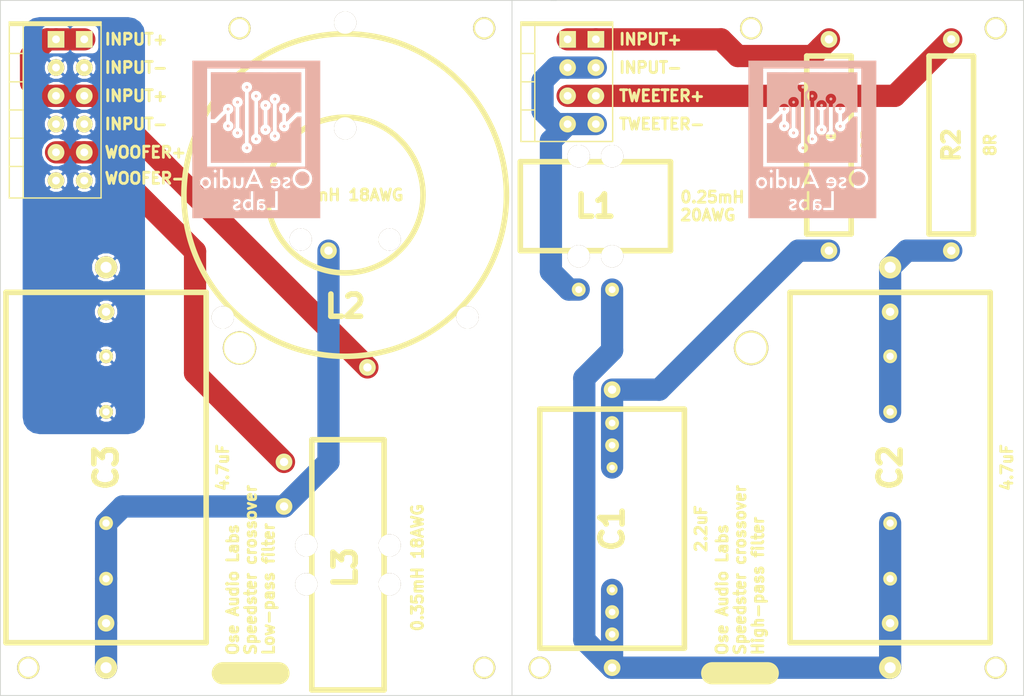
<source format=kicad_pcb>
(kicad_pcb (version 4) (host pcbnew 4.0.0-stable)

  (general
    (links 44)
    (no_connects 8)
    (area 43.924999 28.924999 228.075001 154.075001)
    (thickness 1.6)
    (drawings 42)
    (tracks 56)
    (zones 0)
    (modules 22)
    (nets 11)
  )

  (page USLetter)
  (title_block
    (title "Speedster Crossover")
    (date 12/16/2015)
    (rev A)
    (company "Ose Audio Labs")
  )

  (layers
    (0 F.Cu signal)
    (31 B.Cu signal)
    (32 B.Adhes user)
    (33 F.Adhes user)
    (34 B.Paste user)
    (35 F.Paste user)
    (36 B.SilkS user)
    (37 F.SilkS user)
    (38 B.Mask user)
    (39 F.Mask user)
    (40 Dwgs.User user hide)
    (41 Cmts.User user)
    (42 Eco1.User user)
    (43 Eco2.User user)
    (44 Edge.Cuts user)
    (45 Margin user)
    (46 B.CrtYd user)
    (47 F.CrtYd user)
    (48 B.Fab user hide)
    (49 F.Fab user hide)
  )

  (setup
    (last_trace_width 4)
    (trace_clearance 1)
    (zone_clearance 1)
    (zone_45_only no)
    (trace_min 0.2)
    (segment_width 0.2)
    (edge_width 0.15)
    (via_size 0.6)
    (via_drill 0.4)
    (via_min_size 0.4)
    (via_min_drill 0.3)
    (uvia_size 0.3)
    (uvia_drill 0.1)
    (uvias_allowed no)
    (uvia_min_size 0.2)
    (uvia_min_drill 0.1)
    (pcb_text_width 0.3)
    (pcb_text_size 1.5 1.5)
    (mod_edge_width 0.15)
    (mod_text_size 1 1)
    (mod_text_width 0.15)
    (pad_size 4 4)
    (pad_drill 3.3)
    (pad_to_mask_clearance 0.2)
    (aux_axis_origin 0 0)
    (visible_elements FFFFFF7F)
    (pcbplotparams
      (layerselection 0x010f0_80000001)
      (usegerberextensions true)
      (excludeedgelayer true)
      (linewidth 0.100000)
      (plotframeref false)
      (viasonmask false)
      (mode 1)
      (useauxorigin false)
      (hpglpennumber 1)
      (hpglpenspeed 20)
      (hpglpendiameter 15)
      (hpglpenoverlay 2)
      (psnegative false)
      (psa4output false)
      (plotreference true)
      (plotvalue true)
      (plotinvisibletext false)
      (padsonsilk false)
      (subtractmaskfromsilk false)
      (outputformat 1)
      (mirror false)
      (drillshape 0)
      (scaleselection 1)
      (outputdirectory gerber/))
  )

  (net 0 "")
  (net 1 "Net-(C1-Pad1)")
  (net 2 "Net-(C1-Pad2)")
  (net 3 "Net-(C2-Pad2)")
  (net 4 "Net-(C3-Pad1)")
  (net 5 WOOFER+)
  (net 6 TWEETER+)
  (net 7 LPINPUT-)
  (net 8 HPINPUT-)
  (net 9 LPINPUT+)
  (net 10 HPINPUT+)

  (net_class Default "This is the default net class."
    (clearance 1)
    (trace_width 4)
    (via_dia 0.6)
    (via_drill 0.4)
    (uvia_dia 0.3)
    (uvia_drill 0.1)
    (add_net HPINPUT+)
    (add_net HPINPUT-)
    (add_net LPINPUT+)
    (add_net LPINPUT-)
    (add_net "Net-(C1-Pad1)")
    (add_net "Net-(C1-Pad2)")
    (add_net "Net-(C2-Pad2)")
    (add_net "Net-(C3-Pad1)")
    (add_net TWEETER+)
    (add_net WOOFER+)
  )

  (module OAL_logo (layer F.Cu) (tedit 0) (tstamp 567AD98B)
    (at 190 54)
    (fp_text reference G*** (at 0 0) (layer B.SilkS) hide
      (effects (font (thickness 0.3)))
    )
    (fp_text value LOGO (at 0.75 0) (layer B.SilkS) hide
      (effects (font (thickness 0.3)))
    )
    (fp_poly (pts (xy 11.514667 14.167556) (xy -11.486444 14.167556) (xy -11.486444 12.192) (xy -4.205111 12.192)
      (xy -4.179497 12.355766) (xy -4.106934 12.497736) (xy -3.993843 12.614492) (xy -3.846644 12.702614)
      (xy -3.671759 12.758685) (xy -3.475607 12.779285) (xy -3.26461 12.760995) (xy -3.173874 12.741093)
      (xy -3.050128 12.700488) (xy -2.938979 12.648711) (xy -2.852289 12.592835) (xy -2.801922 12.539928)
      (xy -2.794 12.514691) (xy -2.807206 12.464829) (xy -2.840446 12.390428) (xy -2.8575 12.35855)
      (xy -2.891084 12.302266) (xy -2.922663 12.270136) (xy -2.964576 12.261114) (xy -3.029163 12.274151)
      (xy -3.128762 12.308201) (xy -3.189111 12.330402) (xy -3.346078 12.374588) (xy -3.485619 12.387569)
      (xy -3.599387 12.370413) (xy -3.679035 12.324186) (xy -3.713545 12.263348) (xy -3.715789 12.1909)
      (xy -3.681175 12.121903) (xy -3.604807 12.051292) (xy -3.481786 11.974004) (xy -3.383913 11.922506)
      (xy -3.196542 11.816811) (xy -3.086143 11.738634) (xy -2.410788 11.738634) (xy -2.396931 11.961863)
      (xy -2.353938 12.148152) (xy -2.276902 12.311542) (xy -2.160912 12.466073) (xy -2.153604 12.474262)
      (xy -1.98182 12.628473) (xy -1.792745 12.729953) (xy -1.589601 12.777744) (xy -1.375606 12.770888)
      (xy -1.251519 12.742612) (xy -1.139368 12.698626) (xy -1.026771 12.638385) (xy -0.992744 12.615686)
      (xy -0.875584 12.530816) (xy -0.833684 12.631097) (xy -0.804986 12.69137) (xy -0.772406 12.719498)
      (xy -0.716251 12.725695) (xy -0.656947 12.722745) (xy -0.522111 12.714111) (xy -0.522111 12.346481)
      (xy 0.114508 12.346481) (xy 0.116866 12.488623) (xy 0.121889 12.589152) (xy 0.129735 12.652996)
      (xy 0.140562 12.685084) (xy 0.141777 12.686692) (xy 0.192717 12.714728) (xy 0.273426 12.727976)
      (xy 0.286134 12.728222) (xy 0.362138 12.721842) (xy 0.407064 12.692273) (xy 0.443131 12.629438)
      (xy 0.475209 12.567065) (xy 0.499249 12.548945) (xy 0.53113 12.568202) (xy 0.548508 12.583804)
      (xy 0.705005 12.690432) (xy 0.889273 12.757229) (xy 1.086021 12.780854) (xy 1.279955 12.757967)
      (xy 1.309059 12.749958) (xy 1.456866 12.678867) (xy 1.573608 12.569527) (xy 1.594868 12.534651)
      (xy 1.947285 12.534651) (xy 1.952116 12.624989) (xy 1.964606 12.683952) (xy 1.9741 12.696174)
      (xy 1.995903 12.70587) (xy 2.035609 12.713258) (xy 2.098811 12.718555) (xy 2.191103 12.721978)
      (xy 2.318076 12.723746) (xy 2.485324 12.724075) (xy 2.698441 12.723183) (xy 2.931218 12.721538)
      (xy 3.880556 12.714111) (xy 3.880556 9.299222) (xy 3.400778 9.299222) (xy 3.393473 10.787945)
      (xy 3.386168 12.276667) (xy 2.700617 12.276667) (xy 2.463257 12.277593) (xy 2.278195 12.2805)
      (xy 2.141315 12.285582) (xy 2.048499 12.293033) (xy 1.99563 12.303047) (xy 1.9812 12.310533)
      (xy 1.962747 12.356716) (xy 1.951135 12.438324) (xy 1.947285 12.534651) (xy 1.594868 12.534651)
      (xy 1.657469 12.43196) (xy 1.706633 12.276191) (xy 1.719285 12.112244) (xy 1.693608 11.950144)
      (xy 1.627788 11.799914) (xy 1.520008 11.67158) (xy 1.506478 11.660026) (xy 1.358987 11.57076)
      (xy 1.1767 11.511927) (xy 0.973849 11.486001) (xy 0.764671 11.49545) (xy 0.664014 11.51378)
      (xy 0.591713 11.527829) (xy 0.547126 11.531385) (xy 0.541953 11.529805) (xy 0.539959 11.498601)
      (xy 0.546059 11.430374) (xy 0.552212 11.384974) (xy 0.582805 11.262666) (xy 0.636906 11.182493)
      (xy 0.723546 11.137468) (xy 0.851758 11.120604) (xy 0.894773 11.119973) (xy 1.031785 11.127467)
      (xy 1.180737 11.14631) (xy 1.2695 11.163508) (xy 1.368694 11.185445) (xy 1.427944 11.192654)
      (xy 1.461849 11.184933) (xy 1.48501 11.162076) (xy 1.486181 11.160488) (xy 1.518292 11.091976)
      (xy 1.538221 11.003525) (xy 1.542966 10.918134) (xy 1.529526 10.858801) (xy 1.526164 10.854052)
      (xy 1.466298 10.814572) (xy 1.361481 10.778621) (xy 1.223198 10.748605) (xy 1.062933 10.726931)
      (xy 0.892168 10.716006) (xy 0.86472 10.715418) (xy 0.727173 10.714937) (xy 0.629409 10.720159)
      (xy 0.554854 10.73364) (xy 0.486935 10.757932) (xy 0.437444 10.781252) (xy 0.352156 10.83026)
      (xy 0.291679 10.88671) (xy 0.238402 10.969284) (xy 0.211667 11.020778) (xy 0.127 11.190111)
      (xy 0.117155 11.917636) (xy 0.114657 12.157795) (xy 0.114508 12.346481) (xy -0.522111 12.346481)
      (xy -0.522111 9.299222) (xy -0.718996 9.290732) (xy -0.828855 9.288683) (xy -0.896678 9.295856)
      (xy -0.936467 9.314697) (xy -0.951829 9.331404) (xy -0.963781 9.363446) (xy -0.973029 9.426358)
      (xy -0.979814 9.525227) (xy -0.984373 9.665138) (xy -0.986948 9.851178) (xy -0.987777 10.088434)
      (xy -0.987778 10.094839) (xy -0.988181 10.28894) (xy -0.989314 10.462987) (xy -0.991066 10.609471)
      (xy -0.993324 10.72088) (xy -0.995976 10.789703) (xy -0.998442 10.809111) (xy -1.028599 10.799117)
      (xy -1.091401 10.774066) (xy -1.118387 10.762756) (xy -1.243323 10.729425) (xy -1.399694 10.716029)
      (xy -1.566136 10.722539) (xy -1.721288 10.748929) (xy -1.77127 10.763629) (xy -1.932458 10.843785)
      (xy -2.087573 10.968009) (xy -2.223931 11.124313) (xy -2.319998 11.282233) (xy -2.36372 11.375826)
      (xy -2.390774 11.452844) (xy -2.405026 11.532723) (xy -2.410342 11.634896) (xy -2.410788 11.738634)
      (xy -3.086143 11.738634) (xy -3.036444 11.703441) (xy -2.912718 11.589684) (xy -2.834463 11.482826)
      (xy -2.834167 11.482254) (xy -2.805386 11.38643) (xy -2.795409 11.264045) (xy -2.804259 11.141254)
      (xy -2.831954 11.044211) (xy -2.833814 11.040543) (xy -2.922485 10.920728) (xy -3.048112 10.816679)
      (xy -3.146778 10.76284) (xy -3.281503 10.725852) (xy -3.447413 10.71276) (xy -3.624829 10.722991)
      (xy -3.79407 10.755971) (xy -3.877909 10.784151) (xy -3.993114 10.8363) (xy -4.059616 10.884963)
      (xy -4.08356 10.939973) (xy -4.071093 11.011161) (xy -4.05091 11.060847) (xy -4.004272 11.153895)
      (xy -3.959857 11.201887) (xy -3.901563 11.211469) (xy -3.813285 11.18929) (xy -3.773105 11.175528)
      (xy -3.655056 11.143555) (xy -3.530554 11.125142) (xy -3.415298 11.120992) (xy -3.324985 11.131806)
      (xy -3.279422 11.153422) (xy -3.249528 11.217891) (xy -3.2519 11.299346) (xy -3.284628 11.369851)
      (xy -3.294944 11.380443) (xy -3.34052 11.410671) (xy -3.42401 11.457187) (xy -3.532017 11.512755)
      (xy -3.612444 11.551931) (xy -3.825321 11.663615) (xy -3.986461 11.77309) (xy -4.100153 11.884993)
      (xy -4.17069 12.003955) (xy -4.202363 12.134613) (xy -4.205111 12.192) (xy -11.486444 12.192)
      (xy -11.486444 7.789333) (xy -10.089444 7.789333) (xy -10.087203 7.926239) (xy -10.078237 8.025992)
      (xy -10.05918 8.107787) (xy -10.026669 8.190814) (xy -10.014362 8.21761) (xy -9.929149 8.364358)
      (xy -9.817405 8.507833) (xy -9.695065 8.629304) (xy -9.611004 8.691618) (xy -9.42827 8.773816)
      (xy -9.221409 8.815496) (xy -9.006412 8.815842) (xy -8.799275 8.774039) (xy -8.705302 8.737834)
      (xy -8.515114 8.620643) (xy -8.354448 8.460397) (xy -8.229528 8.265458) (xy -8.146581 8.044185)
      (xy -8.128957 7.963944) (xy -8.120119 7.820919) (xy -7.62247 7.820919) (xy -7.621453 8.022536)
      (xy -7.618885 8.214631) (xy -7.614765 8.388962) (xy -7.609092 8.537287) (xy -7.601868 8.65136)
      (xy -7.593092 8.722941) (xy -7.586133 8.743245) (xy -7.540555 8.761695) (xy -7.457446 8.773907)
      (xy -7.380111 8.777111) (xy -7.280985 8.771774) (xy -7.204961 8.757827) (xy -7.174089 8.743245)
      (xy -7.164242 8.705784) (xy -7.155948 8.620144) (xy -7.149205 8.494567) (xy -7.144014 8.337295)
      (xy -7.140375 8.156573) (xy -7.138288 7.960643) (xy -7.137752 7.757748) (xy -7.138769 7.556131)
      (xy -7.141337 7.364036) (xy -7.145458 7.189704) (xy -7.15113 7.04138) (xy -7.158354 6.927307)
      (xy -7.16713 6.855726) (xy -7.174089 6.835422) (xy -7.222759 6.815649) (xy -7.306848 6.804695)
      (xy -7.406022 6.802561) (xy -7.499947 6.809248) (xy -7.568292 6.824754) (xy -7.586133 6.835422)
      (xy -7.59598 6.872882) (xy -7.604275 6.958523) (xy -7.611017 7.0841) (xy -7.616208 7.241371)
      (xy -7.619847 7.422094) (xy -7.621935 7.618024) (xy -7.62247 7.820919) (xy -8.120119 7.820919)
      (xy -8.114792 7.734733) (xy -8.152029 7.509881) (xy -8.236013 7.298344) (xy -8.362088 7.109078)
      (xy -8.525599 6.951038) (xy -8.715121 6.836254) (xy -8.916967 6.773201) (xy -9.134212 6.75714)
      (xy -9.351142 6.787968) (xy -9.503391 6.841437) (xy -9.69165 6.956675) (xy -9.856706 7.115788)
      (xy -9.987484 7.307528) (xy -10.013807 7.359846) (xy -10.051045 7.44718) (xy -10.073777 7.527346)
      (xy -10.085392 7.619585) (xy -10.089279 7.743139) (xy -10.089444 7.789333) (xy -11.486444 7.789333)
      (xy -11.486444 6.50136) (xy -6.519585 6.50136) (xy -6.519403 6.826796) (xy -6.519333 7.051927)
      (xy -6.519043 7.422208) (xy -6.518129 7.739253) (xy -6.516528 8.006267) (xy -6.514175 8.226455)
      (xy -6.511007 8.403023) (xy -6.506958 8.539177) (xy -6.501964 8.63812) (xy -6.495963 8.70306)
      (xy -6.488888 8.737201) (xy -6.485467 8.743245) (xy -6.431259 8.767789) (xy -6.351279 8.776112)
      (xy -6.271379 8.768365) (xy -6.217411 8.744696) (xy -6.214614 8.741676) (xy -6.185578 8.688161)
      (xy -6.166296 8.630903) (xy -6.147388 8.555566) (xy -6.024159 8.649629) (xy -5.918712 8.720351)
      (xy -5.806439 8.771724) (xy -5.662892 8.814872) (xy -5.658556 8.815976) (xy -5.578699 8.823736)
      (xy -5.467703 8.819897) (xy -5.349146 8.806729) (xy -5.246601 8.786506) (xy -5.2029 8.772073)
      (xy -5.00398 8.65706) (xy -4.841857 8.502019) (xy -4.71941 8.312042) (xy -4.639523 8.092221)
      (xy -4.605076 7.847648) (xy -4.605272 7.813511) (xy -4.095789 7.813511) (xy -4.095316 8.015266)
      (xy -4.093097 8.207773) (xy -4.089106 8.382822) (xy -4.083316 8.532205) (xy -4.075702 8.647713)
      (xy -4.066239 8.721136) (xy -4.058356 8.743245) (xy -4.009511 8.76541) (xy -3.932385 8.776733)
      (xy -3.915804 8.777111) (xy -3.841243 8.77106) (xy -3.798767 8.742301) (xy -3.765373 8.677196)
      (xy -3.73867 8.620409) (xy -3.711444 8.598522) (xy -3.669833 8.611221) (xy -3.599974 8.658192)
      (xy -3.579588 8.672985) (xy -3.509288 8.714047) (xy -3.412389 8.758765) (xy -3.353811 8.781543)
      (xy -3.190098 8.817494) (xy -3.005335 8.82239) (xy -2.825116 8.796958) (xy -2.720171 8.763529)
      (xy -2.645708 8.719117) (xy -2.003718 8.719117) (xy -2.001454 8.737459) (xy -2.000759 8.738415)
      (xy -1.964968 8.76058) (xy -1.897428 8.771405) (xy -1.787413 8.772307) (xy -1.752458 8.771164)
      (xy -1.643515 8.766086) (xy -1.576402 8.75718) (xy -1.536541 8.738547) (xy -1.509357 8.704287)
      (xy -1.488232 8.664222) (xy -1.455344 8.596459) (xy -1.406903 8.493439) (xy -1.350493 8.371389)
      (xy -1.31348 8.290278) (xy -1.188607 8.015111) (xy 0.413239 8.015111) (xy 0.581155 8.389056)
      (xy 0.74907 8.763) (xy 0.987982 8.763) (xy 1.109411 8.760961) (xy 1.184492 8.753701)
      (xy 1.223212 8.73951) (xy 1.235005 8.720667) (xy 1.224955 8.688335) (xy 1.193246 8.609088)
      (xy 1.1418 8.487292) (xy 1.072539 8.327312) (xy 0.987388 8.133515) (xy 0.88827 7.910267)
      (xy 0.777803 7.663489) (xy 2.48904 7.663489) (xy 2.494618 7.765815) (xy 2.509245 7.812823)
      (xy 2.520963 7.831807) (xy 2.537825 7.846393) (xy 2.566719 7.857158) (xy 2.614529 7.864685)
      (xy 2.688143 7.869551) (xy 2.794447 7.872336) (xy 2.940326 7.87362) (xy 3.132668 7.873983)
      (xy 3.23613 7.874) (xy 3.930274 7.874) (xy 3.913452 7.977663) (xy 3.867587 8.102865)
      (xy 3.77782 8.222631) (xy 3.655962 8.322485) (xy 3.610808 8.348552) (xy 3.453808 8.399218)
      (xy 3.278411 8.399853) (xy 3.091631 8.350827) (xy 3.014569 8.317036) (xy 2.9279 8.276703)
      (xy 2.860489 8.249097) (xy 2.831249 8.240889) (xy 2.800574 8.262384) (xy 2.752856 8.316043)
      (xy 2.700094 8.385629) (xy 2.654282 8.454906) (xy 2.627419 8.507635) (xy 2.624667 8.520492)
      (xy 2.649943 8.566858) (xy 2.718134 8.622381) (xy 2.81778 8.681065) (xy 2.937424 8.736917)
      (xy 3.065606 8.78394) (xy 3.189111 8.815804) (xy 3.293684 8.824063) (xy 3.429735 8.819069)
      (xy 3.574445 8.802985) (xy 3.704994 8.777977) (xy 3.761613 8.761508) (xy 3.898152 8.692158)
      (xy 4.037637 8.583821) (xy 4.164696 8.4509) (xy 4.263955 8.307796) (xy 4.281472 8.274478)
      (xy 4.288944 8.258274) (xy 4.713731 8.258274) (xy 4.739863 8.390568) (xy 4.808885 8.523882)
      (xy 4.909627 8.642997) (xy 5.03092 8.732694) (xy 5.078409 8.755232) (xy 5.277717 8.80861)
      (xy 5.497804 8.821938) (xy 5.719785 8.795326) (xy 5.872561 8.750597) (xy 5.968812 8.707345)
      (xy 6.052311 8.65857) (xy 6.084469 8.633576) (xy 6.149711 8.572285) (xy 6.080047 8.434809)
      (xy 6.034883 8.35848) (xy 5.992909 8.308562) (xy 5.972112 8.297333) (xy 5.924796 8.308162)
      (xy 5.849092 8.335563) (xy 5.81031 8.351919) (xy 5.676548 8.397955) (xy 5.53694 8.424502)
      (xy 5.410832 8.429109) (xy 5.326598 8.413152) (xy 5.257741 8.367267) (xy 5.216761 8.313167)
      (xy 5.203345 8.243267) (xy 5.231438 8.175149) (xy 5.304841 8.104551) (xy 5.427357 8.02721)
      (xy 5.511051 7.983257) (xy 5.703435 7.880622) (xy 5.849805 7.787446) (xy 5.958372 7.697503)
      (xy 6.037344 7.60457) (xy 6.062501 7.565138) (xy 6.126178 7.406842) (xy 6.136638 7.248541)
      (xy 6.096509 7.098457) (xy 6.06823 7.055556) (xy 6.520313 7.055556) (xy 6.547154 7.358293)
      (xy 6.624637 7.647711) (xy 6.748205 7.918144) (xy 6.913297 8.163924) (xy 7.115357 8.379384)
      (xy 7.349825 8.558857) (xy 7.612143 8.696674) (xy 7.897752 8.787169) (xy 7.916333 8.791137)
      (xy 8.08941 8.8143) (xy 8.289861 8.821148) (xy 8.495837 8.812413) (xy 8.68549 8.788825)
      (xy 8.805333 8.761394) (xy 9.086108 8.649548) (xy 9.34292 8.491204) (xy 9.569913 8.29268)
      (xy 9.761232 8.060296) (xy 9.911021 7.800369) (xy 10.013425 7.519219) (xy 10.033018 7.436556)
      (xy 10.071023 7.125425) (xy 10.056414 6.82095) (xy 9.992514 6.528502) (xy 9.882647 6.25345)
      (xy 9.730139 6.001163) (xy 9.538313 5.777013) (xy 9.310494 5.586367) (xy 9.050006 5.434598)
      (xy 8.760173 5.327073) (xy 8.720667 5.316663) (xy 8.555692 5.289938) (xy 8.357454 5.280381)
      (xy 8.146159 5.287085) (xy 7.942015 5.309139) (xy 7.765229 5.345635) (xy 7.71249 5.362023)
      (xy 7.440739 5.485902) (xy 7.195183 5.655336) (xy 6.980481 5.863707) (xy 6.801293 6.104396)
      (xy 6.662278 6.370784) (xy 6.568096 6.656251) (xy 6.523406 6.95418) (xy 6.520313 7.055556)
      (xy 6.06823 7.055556) (xy 6.008414 6.964814) (xy 5.87498 6.855834) (xy 5.827701 6.829778)
      (xy 5.679539 6.780338) (xy 5.500841 6.758974) (xy 5.31008 6.765757) (xy 5.12573 6.80076)
      (xy 5.047293 6.826695) (xy 4.932071 6.875579) (xy 4.864786 6.919555) (xy 4.838866 6.968358)
      (xy 4.847735 7.031726) (xy 4.87049 7.088561) (xy 4.920077 7.189434) (xy 4.963783 7.244231)
      (xy 5.01483 7.259987) (xy 5.086437 7.243741) (xy 5.130795 7.227116) (xy 5.334152 7.173884)
      (xy 5.552072 7.1645) (xy 5.612616 7.189802) (xy 5.661151 7.239) (xy 5.690981 7.294161)
      (xy 5.686215 7.337559) (xy 5.660985 7.380364) (xy 5.612752 7.425844) (xy 5.5216 7.486257)
      (xy 5.397041 7.555631) (xy 5.320931 7.593893) (xy 5.108038 7.70661) (xy 4.94614 7.814927)
      (xy 4.830591 7.923927) (xy 4.756745 8.038694) (xy 4.719955 8.164314) (xy 4.713731 8.258274)
      (xy 4.288944 8.258274) (xy 4.316119 8.199351) (xy 4.338844 8.132559) (xy 4.352122 8.05885)
      (xy 4.358432 7.962973) (xy 4.360251 7.829679) (xy 4.360295 7.789333) (xy 4.358956 7.642284)
      (xy 4.353516 7.536881) (xy 4.341776 7.458359) (xy 4.321539 7.391951) (xy 4.290987 7.323667)
      (xy 4.199272 7.176552) (xy 4.077192 7.036466) (xy 3.939301 6.917216) (xy 3.800153 6.832607)
      (xy 3.753277 6.813536) (xy 3.574263 6.771739) (xy 3.380921 6.759988) (xy 3.194126 6.777933)
      (xy 3.034754 6.825223) (xy 3.033889 6.82561) (xy 2.888764 6.912038) (xy 2.75022 7.032177)
      (xy 2.635226 7.169251) (xy 2.569458 7.284715) (xy 2.528433 7.405634) (xy 2.50097 7.53766)
      (xy 2.48904 7.663489) (xy 0.777803 7.663489) (xy 0.777107 7.661935) (xy 0.655822 7.392884)
      (xy 0.526339 7.10748) (xy 0.470529 6.985) (xy -0.302059 5.291667) (xy -0.490671 5.291667)
      (xy -1.262693 6.994584) (xy -1.420323 7.342853) (xy -1.55565 7.643211) (xy -1.670077 7.898975)
      (xy -1.765007 8.113459) (xy -1.841842 8.289977) (xy -1.901987 8.431845) (xy -1.946844 8.542379)
      (xy -1.977817 8.624892) (xy -1.996307 8.682699) (xy -2.003718 8.719117) (xy -2.645708 8.719117)
      (xy -2.566255 8.67173) (xy -2.44547 8.537703) (xy -2.356797 8.359743) (xy -2.299219 8.136146)
      (xy -2.284816 8.03485) (xy -2.27402 7.911444) (xy -2.266098 7.761186) (xy -2.261028 7.594732)
      (xy -2.258792 7.422741) (xy -2.259369 7.25587) (xy -2.26274 7.104777) (xy -2.268885 6.980119)
      (xy -2.277784 6.892554) (xy -2.286993 6.856145) (xy -2.313593 6.825117) (xy -2.360915 6.808378)
      (xy -2.443604 6.802045) (xy -2.493015 6.801556) (xy -2.594651 6.806797) (xy -2.671918 6.820597)
      (xy -2.703689 6.835422) (xy -2.716608 6.869105) (xy -2.726244 6.943532) (xy -2.732823 7.062681)
      (xy -2.736571 7.230528) (xy -2.737713 7.435145) (xy -2.739319 7.624638) (xy -2.743725 7.797255)
      (xy -2.750472 7.942973) (xy -2.759103 8.051767) (xy -2.768596 8.111665) (xy -2.829889 8.242968)
      (xy -2.924294 8.33554) (xy -3.042757 8.388177) (xy -3.176226 8.399676) (xy -3.315648 8.36883)
      (xy -3.451971 8.294437) (xy -3.541889 8.214549) (xy -3.626556 8.124426) (xy -3.640667 7.470046)
      (xy -3.654778 6.815667) (xy -3.833631 6.807201) (xy -3.945949 6.807645) (xy -4.025809 6.819607)
      (xy -4.052353 6.831823) (xy -4.063386 6.868466) (xy -4.072852 6.953323) (xy -4.080727 7.078185)
      (xy -4.086983 7.234844) (xy -4.091596 7.415091) (xy -4.09454 7.610716) (xy -4.095789 7.813511)
      (xy -4.605272 7.813511) (xy -4.605829 7.716995) (xy -4.643645 7.471413) (xy -4.728867 7.255343)
      (xy -4.860026 7.071005) (xy -5.035656 6.920616) (xy -5.189502 6.834288) (xy -5.288242 6.793868)
      (xy -5.380933 6.771602) (xy -5.491628 6.762997) (xy -5.573889 6.762499) (xy -5.740737 6.77237)
      (xy -5.871124 6.797673) (xy -5.908947 6.811192) (xy -5.978784 6.840122) (xy -6.022939 6.85657)
      (xy -6.028891 6.858) (xy -6.031728 6.831002) (xy -6.034281 6.754905) (xy -6.036445 6.637052)
      (xy -6.038115 6.48479) (xy -6.039187 6.305462) (xy -6.039556 6.111104) (xy -6.039424 5.876829)
      (xy -6.040286 5.692916) (xy -6.044029 5.553291) (xy -6.052539 5.451878) (xy -6.067704 5.382604)
      (xy -6.091411 5.339393) (xy -6.125545 5.31617) (xy -6.171994 5.306861) (xy -6.232645 5.305391)
      (xy -6.289684 5.305778) (xy -6.336754 5.304622) (xy -6.376942 5.303898) (xy -6.410789 5.307722)
      (xy -6.438837 5.320207) (xy -6.461626 5.34547) (xy -6.479698 5.387625) (xy -6.493595 5.450787)
      (xy -6.503856 5.539072) (xy -6.511024 5.656594) (xy -6.51564 5.807469) (xy -6.518244 5.995812)
      (xy -6.519379 6.225737) (xy -6.519585 6.50136) (xy -11.486444 6.50136) (xy -11.486444 5.69044)
      (xy -7.665623 5.69044) (xy -7.652737 5.795001) (xy -7.601478 5.886454) (xy -7.516084 5.9528)
      (xy -7.400795 5.982039) (xy -7.385311 5.982484) (xy -7.298231 5.974972) (xy -7.2271 5.955762)
      (xy -7.220644 5.952617) (xy -7.17123 5.906395) (xy -7.127261 5.834687) (xy -7.124076 5.827372)
      (xy -7.098784 5.708406) (xy -7.11876 5.600988) (xy -7.174501 5.512482) (xy -7.256503 5.450257)
      (xy -7.355265 5.421678) (xy -7.461283 5.434111) (xy -7.559315 5.489985) (xy -7.635895 5.584768)
      (xy -7.665623 5.69044) (xy -11.486444 5.69044) (xy -11.486444 -12.756444) (xy -8.833556 -12.756444)
      (xy -8.833556 4.882445) (xy 8.805333 4.882445) (xy 8.805333 -12.756444) (xy -8.833556 -12.756444)
      (xy -11.486444 -12.756444) (xy -11.486444 -14.167555) (xy 11.514667 -14.167555) (xy 11.514667 14.167556)) (layer B.SilkS) (width 0.01))
    (fp_poly (pts (xy -1.344013 11.153717) (xy -1.229263 11.165977) (xy -1.125573 11.185439) (xy -1.057779 11.206964)
      (xy -0.973667 11.24724) (xy -0.965874 11.660134) (xy -0.963172 11.820914) (xy -0.963023 11.93559)
      (xy -0.966754 12.014489) (xy -0.975696 12.067939) (xy -0.991178 12.106265) (xy -1.014529 12.139795)
      (xy -1.030033 12.158538) (xy -1.128022 12.245103) (xy -1.25276 12.314538) (xy -1.380822 12.35529)
      (xy -1.441188 12.361311) (xy -1.528379 12.348303) (xy -1.627539 12.315871) (xy -1.655381 12.30324)
      (xy -1.785352 12.210004) (xy -1.87916 12.083778) (xy -1.936747 11.934963) (xy -1.958052 11.773957)
      (xy -1.943016 11.61116) (xy -1.89158 11.456972) (xy -1.803682 11.321792) (xy -1.679265 11.216019)
      (xy -1.66168 11.205685) (xy -1.589737 11.170593) (xy -1.519908 11.153054) (xy -1.430804 11.149571)
      (xy -1.344013 11.153717)) (layer B.SilkS) (width 0.01))
    (fp_poly (pts (xy 1.056912 11.818719) (xy 1.11381 11.836999) (xy 1.208351 11.904528) (xy 1.274063 12.00652)
      (xy 1.298222 12.121445) (xy 1.280093 12.217179) (xy 1.234256 12.311317) (xy 1.17354 12.379291)
      (xy 1.158674 12.388719) (xy 1.073074 12.412303) (xy 0.961065 12.415455) (xy 0.848443 12.399209)
      (xy 0.776111 12.373396) (xy 0.667255 12.307595) (xy 0.602665 12.238916) (xy 0.571887 12.150627)
      (xy 0.564444 12.034619) (xy 0.565892 11.937991) (xy 0.57466 11.88236) (xy 0.597388 11.852284)
      (xy 0.640715 11.83232) (xy 0.653322 11.827872) (xy 0.777945 11.802545) (xy 0.921978 11.799682)
      (xy 1.056912 11.818719)) (layer B.SilkS) (width 0.01))
    (fp_poly (pts (xy -8.948452 7.216372) (xy -8.803597 7.286299) (xy -8.687241 7.394775) (xy -8.604292 7.534445)
      (xy -8.559655 7.697953) (xy -8.558238 7.877943) (xy -8.581384 7.995193) (xy -8.633361 8.104477)
      (xy -8.720902 8.214724) (xy -8.827401 8.309129) (xy -8.936251 8.370886) (xy -8.960556 8.378894)
      (xy -9.079003 8.40362) (xy -9.178241 8.402016) (xy -9.26578 8.381524) (xy -9.409397 8.310335)
      (xy -9.526041 8.196239) (xy -9.609241 8.04892) (xy -9.652524 7.878062) (xy -9.657254 7.79576)
      (xy -9.645265 7.637523) (xy -9.605568 7.512816) (xy -9.531248 7.402695) (xy -9.502102 7.370648)
      (xy -9.3837 7.267717) (xy -9.262972 7.211013) (xy -9.122365 7.192411) (xy -9.1169 7.19235)
      (xy -8.948452 7.216372)) (layer B.SilkS) (width 0.01))
    (fp_poly (pts (xy -5.549216 7.199959) (xy -5.430966 7.215431) (xy -5.36501 7.237558) (xy -5.231828 7.336429)
      (xy -5.133507 7.471074) (xy -5.073227 7.630554) (xy -5.054164 7.803929) (xy -5.079498 7.980262)
      (xy -5.118609 8.085667) (xy -5.167175 8.175894) (xy -5.218292 8.251076) (xy -5.243465 8.27885)
      (xy -5.322103 8.32964) (xy -5.426822 8.374748) (xy -5.529454 8.403187) (xy -5.573889 8.407745)
      (xy -5.636813 8.398417) (xy -5.720382 8.375378) (xy -5.738035 8.369334) (xy -5.900188 8.282733)
      (xy -6.002919 8.184445) (xy -6.018523 8.140726) (xy -6.029505 8.051037) (xy -6.036126 7.911955)
      (xy -6.038646 7.720062) (xy -6.038658 7.714787) (xy -6.039556 7.287462) (xy -5.926096 7.242064)
      (xy -5.817585 7.213443) (xy -5.685023 7.199352) (xy -5.549216 7.199959)) (layer B.SilkS) (width 0.01))
    (fp_poly (pts (xy 3.600884 7.177555) (xy 3.729474 7.256673) (xy 3.81328 7.346784) (xy 3.865604 7.421529)
      (xy 3.895237 7.47676) (xy 3.896949 7.515426) (xy 3.86551 7.540479) (xy 3.795689 7.554869)
      (xy 3.682256 7.561546) (xy 3.519979 7.563461) (xy 3.429 7.563556) (xy 3.256824 7.563162)
      (xy 3.133137 7.561385) (xy 3.049985 7.557332) (xy 2.999415 7.55011) (xy 2.973472 7.538827)
      (xy 2.964205 7.522589) (xy 2.963333 7.511285) (xy 2.984346 7.438321) (xy 3.039062 7.350054)
      (xy 3.114993 7.263622) (xy 3.186901 7.204394) (xy 3.316974 7.148546) (xy 3.459176 7.140556)
      (xy 3.600884 7.177555)) (layer B.SilkS) (width 0.01))
    (fp_poly (pts (xy 8.482973 5.779751) (xy 8.740992 5.850078) (xy 8.977035 5.969184) (xy 9.184061 6.131815)
      (xy 9.355028 6.332718) (xy 9.455293 6.505222) (xy 9.502426 6.609985) (xy 9.532281 6.700092)
      (xy 9.549699 6.796825) (xy 9.559526 6.921463) (xy 9.562002 6.974076) (xy 9.556316 7.233506)
      (xy 9.512772 7.458404) (xy 9.427536 7.659275) (xy 9.296774 7.846624) (xy 9.208198 7.943524)
      (xy 9.059418 8.078849) (xy 8.910697 8.177116) (xy 8.739128 8.252829) (xy 8.695556 8.268063)
      (xy 8.546679 8.303067) (xy 8.371101 8.32137) (xy 8.190871 8.322445) (xy 8.028036 8.305766)
      (xy 7.944556 8.285984) (xy 7.72633 8.194634) (xy 7.526986 8.061939) (xy 7.417019 7.965306)
      (xy 7.253847 7.788064) (xy 7.138766 7.608535) (xy 7.067083 7.414805) (xy 7.034104 7.194958)
      (xy 7.032539 6.989529) (xy 7.040143 6.848645) (xy 7.052552 6.744785) (xy 7.073987 6.658535)
      (xy 7.108667 6.570476) (xy 7.136569 6.510805) (xy 7.272209 6.289215) (xy 7.445426 6.101095)
      (xy 7.648575 5.950599) (xy 7.87401 5.841876) (xy 8.114085 5.779079) (xy 8.361154 5.766359)
      (xy 8.482973 5.779751)) (layer B.SilkS) (width 0.01))
    (fp_poly (pts (xy -0.373156 6.289819) (xy -0.346452 6.337905) (xy -0.305678 6.420093) (xy -0.249344 6.539568)
      (xy -0.175962 6.699518) (xy -0.084044 6.90313) (xy 0.027899 7.153588) (xy 0.100384 7.316611)
      (xy 0.22255 7.591778) (xy -0.385633 7.591778) (xy -0.585782 7.591506) (xy -0.736217 7.590316)
      (xy -0.843668 7.587644) (xy -0.914865 7.582927) (xy -0.956536 7.575602) (xy -0.975413 7.565106)
      (xy -0.978224 7.550875) (xy -0.975784 7.542389) (xy -0.945469 7.465898) (xy -0.898985 7.356707)
      (xy -0.840183 7.223121) (xy -0.772911 7.073448) (xy -0.701021 6.915993) (xy -0.62836 6.759062)
      (xy -0.55878 6.61096) (xy -0.496129 6.479994) (xy -0.444258 6.37447) (xy -0.407016 6.302693)
      (xy -0.388252 6.272969) (xy -0.387278 6.272648) (xy -0.373156 6.289819)) (layer B.SilkS) (width 0.01))
    (fp_poly (pts (xy -0.021167 -12.072104) (xy 8.113889 -12.065) (xy 8.128215 -4.854222) (xy 7.15468 -4.854222)
      (xy 6.32153 -4.021419) (xy 6.096945 -3.796029) (xy 5.910217 -3.608812) (xy 5.757874 -3.459494)
      (xy 5.636445 -3.3478) (xy 5.542462 -3.273457) (xy 5.472453 -3.236191) (xy 5.422948 -3.235728)
      (xy 5.390476 -3.271795) (xy 5.371567 -3.344116) (xy 5.362752 -3.452419) (xy 5.360559 -3.596429)
      (xy 5.361518 -3.775872) (xy 5.362222 -3.945704) (xy 5.362222 -4.61443) (xy 5.48972 -4.682068)
      (xy 5.653421 -4.799178) (xy 5.79803 -4.964327) (xy 5.889426 -5.114264) (xy 5.928241 -5.196265)
      (xy 5.951679 -5.271627) (xy 5.9635 -5.359726) (xy 5.967464 -5.47994) (xy 5.967668 -5.517444)
      (xy 5.966288 -5.644058) (xy 5.958457 -5.734271) (xy 5.939745 -5.808094) (xy 5.90572 -5.885536)
      (xy 5.871921 -5.949835) (xy 5.737756 -6.145255) (xy 5.571047 -6.298256) (xy 5.376938 -6.404175)
      (xy 5.366373 -6.408239) (xy 5.188453 -6.451016) (xy 4.989037 -6.459543) (xy 4.790758 -6.434769)
      (xy 4.616246 -6.37764) (xy 4.614333 -6.376735) (xy 4.427574 -6.25798) (xy 4.275862 -6.099699)
      (xy 4.164514 -5.910345) (xy 4.098847 -5.698373) (xy 4.082785 -5.531555) (xy 4.104276 -5.296246)
      (xy 4.173388 -5.090814) (xy 4.29124 -4.913147) (xy 4.458948 -4.761129) (xy 4.508279 -4.727222)
      (xy 4.681359 -4.614333) (xy 4.683769 -3.259667) (xy 4.5399 -3.175) (xy 4.358757 -3.038231)
      (xy 4.221545 -2.866573) (xy 4.127573 -2.659001) (xy 4.090202 -2.509004) (xy 4.073294 -2.392578)
      (xy 4.073793 -2.296722) (xy 4.092871 -2.190117) (xy 4.103807 -2.145828) (xy 4.177453 -1.935275)
      (xy 4.284011 -1.762731) (xy 4.431014 -1.618823) (xy 4.625992 -1.494178) (xy 4.628444 -1.492872)
      (xy 4.699361 -1.459706) (xy 4.77091 -1.439362) (xy 4.860215 -1.428911) (xy 4.984397 -1.425426)
      (xy 5.023556 -1.4253) (xy 5.158105 -1.427262) (xy 5.255135 -1.435544) (xy 5.333497 -1.453599)
      (xy 5.412042 -1.484879) (xy 5.45142 -1.503674) (xy 5.636967 -1.625849) (xy 5.790265 -1.793409)
      (xy 5.89463 -1.972169) (xy 5.930776 -2.056988) (xy 5.953057 -2.135538) (xy 5.964655 -2.226363)
      (xy 5.968749 -2.348008) (xy 5.969 -2.405707) (xy 5.969 -2.680637) (xy 6.688459 -3.400541)
      (xy 7.407918 -4.120444) (xy 8.128187 -4.120444) (xy 8.113889 4.191) (xy -0.021167 4.198104)
      (xy -8.156222 4.205208) (xy -8.156222 -1.096978) (xy -4.313419 -1.096978) (xy -4.296896 -0.958049)
      (xy -4.293703 -0.945444) (xy -4.219336 -0.761343) (xy -4.104278 -0.588494) (xy -3.959664 -0.438947)
      (xy -3.796631 -0.324746) (xy -3.668889 -0.269514) (xy -3.491469 -0.234615) (xy -3.299404 -0.230944)
      (xy -3.118028 -0.258038) (xy -3.044703 -0.280879) (xy -2.848205 -0.37586) (xy -2.692501 -0.499124)
      (xy -2.584632 -0.630731) (xy -2.476723 -0.834859) (xy -2.420957 -1.049749) (xy -2.41662 -1.267402)
      (xy -2.462995 -1.479817) (xy -2.559366 -1.678996) (xy -2.693298 -1.845404) (xy -2.779687 -1.924641)
      (xy -2.86469 -1.990888) (xy -2.929992 -2.029879) (xy -2.930314 -2.030013) (xy -3.019778 -2.06707)
      (xy -3.018502 -3.933368) (xy -3.017226 -5.799667) (xy -2.850708 -5.903616) (xy -2.688811 -6.034878)
      (xy -2.559003 -6.200974) (xy -2.466506 -6.390348) (xy -2.416545 -6.591442) (xy -2.414344 -6.792699)
      (xy -2.423313 -6.849084) (xy -2.495906 -7.083543) (xy -2.61231 -7.282471) (xy -2.772386 -7.445678)
      (xy -2.941197 -7.555398) (xy -3.019502 -7.593281) (xy -3.090523 -7.616658) (xy -3.172333 -7.628932)
      (xy -3.283006 -7.633508) (xy -3.358444 -7.633975) (xy -3.492787 -7.632064) (xy -3.589657 -7.62385)
      (xy -3.667955 -7.605853) (xy -3.746582 -7.574591) (xy -3.78783 -7.554915) (xy -3.959443 -7.442128)
      (xy -4.111578 -7.286506) (xy -4.231473 -7.101255) (xy -4.237167 -7.089884) (xy -4.282113 -6.953772)
      (xy -4.304853 -6.786577) (xy -4.305218 -6.609184) (xy -4.283038 -6.442475) (xy -4.243426 -6.318323)
      (xy -4.144333 -6.154963) (xy -4.009743 -6.004054) (xy -3.858757 -5.886748) (xy -3.847638 -5.88009)
      (xy -3.725333 -5.808414) (xy -3.725333 -2.065586) (xy -3.847638 -1.99391) (xy -3.997915 -1.881022)
      (xy -4.13232 -1.734374) (xy -4.232146 -1.574799) (xy -4.240754 -1.556131) (xy -4.283202 -1.420772)
      (xy -4.308139 -1.25947) (xy -4.313419 -1.096978) (xy -8.156222 -1.096978) (xy -8.156222 -2.935111)
      (xy -7.210425 -2.935111) (xy -6.366679 -3.779208) (xy -6.160455 -3.985281) (xy -5.990163 -4.154659)
      (xy -5.852006 -4.290743) (xy -5.742182 -4.396929) (xy -5.656894 -4.476617) (xy -5.592343 -4.533203)
      (xy -5.544728 -4.570087) (xy -5.51025 -4.590667) (xy -5.485111 -4.598339) (xy -5.465511 -4.596504)
      (xy -5.456689 -4.593123) (xy -5.433197 -4.579564) (xy -5.415174 -4.558664) (xy -5.402263 -4.524077)
      (xy -5.394105 -4.469454) (xy -5.390343 -4.388451) (xy -5.39062 -4.274718) (xy -5.394577 -4.121911)
      (xy -5.401856 -3.92368) (xy -5.409023 -3.747592) (xy -5.427414 -3.304184) (xy -5.576131 -3.205441)
      (xy -5.743154 -3.062303) (xy -5.869718 -2.886636) (xy -5.95311 -2.68788) (xy -5.990619 -2.475473)
      (xy -5.979531 -2.258854) (xy -5.917132 -2.047462) (xy -5.912187 -2.036241) (xy -5.80118 -1.851463)
      (xy -5.6502 -1.691772) (xy -5.472177 -1.56947) (xy -5.37562 -1.525639) (xy -5.263751 -1.48948)
      (xy -5.159836 -1.472893) (xy -5.035997 -1.472103) (xy -4.995333 -1.474118) (xy -4.7598 -1.512663)
      (xy -4.553709 -1.599042) (xy -4.37878 -1.732142) (xy -4.236731 -1.910852) (xy -4.189185 -1.995486)
      (xy -4.14803 -2.083315) (xy -4.123207 -2.160269) (xy -4.110742 -2.246413) (xy -4.10666 -2.361811)
      (xy -4.106476 -2.413) (xy -4.110047 -2.556345) (xy -4.122568 -2.662418) (xy -4.147035 -2.750077)
      (xy -4.16798 -2.800131) (xy -4.242918 -2.92725) (xy -4.345555 -3.054704) (xy -4.460744 -3.166382)
      (xy -4.573334 -3.246173) (xy -4.599968 -3.259552) (xy -4.713111 -3.310572) (xy -4.713111 -4.546403)
      (xy -4.623039 -4.594479) (xy -4.486578 -4.687939) (xy -4.352016 -4.81522) (xy -4.238568 -4.956448)
      (xy -4.184288 -5.048263) (xy -4.145085 -5.135908) (xy -4.121573 -5.215499) (xy -4.109948 -5.307177)
      (xy -4.106407 -5.431084) (xy -4.106333 -5.461) (xy -4.108726 -5.593558) (xy -4.118445 -5.689942)
      (xy -4.139308 -5.770314) (xy -4.175128 -5.854837) (xy -4.184522 -5.874216) (xy -4.291916 -6.040599)
      (xy -4.435971 -6.189173) (xy -4.599551 -6.303254) (xy -4.651709 -6.329079) (xy -4.831522 -6.383513)
      (xy -5.033162 -6.402887) (xy -5.233739 -6.386582) (xy -5.374906 -6.348628) (xy -5.568792 -6.24725)
      (xy -5.732576 -6.105384) (xy -5.860978 -5.931973) (xy -5.948716 -5.735961) (xy -5.990508 -5.526291)
      (xy -5.98241 -5.319889) (xy -5.959519 -5.178778) (xy -6.726067 -4.409722) (xy -7.492615 -3.640667)
      (xy -8.156222 -3.640667) (xy -8.156222 -9.438309) (xy -2.633894 -9.438309) (xy -2.618697 -9.227353)
      (xy -2.559514 -9.025777) (xy -2.458944 -8.842722) (xy -2.319585 -8.687329) (xy -2.159498 -8.576734)
      (xy -2.032 -8.509097) (xy -2.032 0.635097) (xy -2.159498 0.702734) (xy -2.334507 0.82534)
      (xy -2.470699 0.981739) (xy -2.566711 1.163499) (xy -2.621181 1.362185) (xy -2.632747 1.569366)
      (xy -2.600045 1.776606) (xy -2.521713 1.975473) (xy -2.396388 2.157532) (xy -2.394845 2.159294)
      (xy -2.233539 2.302022) (xy -2.043028 2.402864) (xy -1.834202 2.459663) (xy -1.617952 2.470261)
      (xy -1.405167 2.432502) (xy -1.274363 2.381245) (xy -1.079992 2.255686) (xy -0.922111 2.089437)
      (xy -0.82262 1.923287) (xy -0.783008 1.828369) (xy -0.76014 1.739404) (xy -0.749855 1.634155)
      (xy -0.747889 1.524) (xy -0.751137 1.389915) (xy -0.763657 1.289805) (xy -0.78961 1.201432)
      (xy -0.82262 1.124713) (xy -0.925146 0.955908) (xy -1.06004 0.806629) (xy -1.211537 0.69373)
      (xy -1.240607 0.677931) (xy -1.354667 0.619742) (xy -1.354667 -7.803444) (xy -0.945302 -7.803444)
      (xy -0.941731 -7.660099) (xy -0.92921 -7.554026) (xy -0.904743 -7.466367) (xy -0.883798 -7.416314)
      (xy -0.80886 -7.289195) (xy -0.706222 -7.16174) (xy -0.591034 -7.050062) (xy -0.478444 -6.970272)
      (xy -0.45181 -6.956893) (xy -0.338667 -6.905872) (xy -0.338667 -0.993141) (xy -0.458611 -0.922156)
      (xy -0.610474 -0.810261) (xy -0.748549 -0.668222) (xy -0.855277 -0.515044) (xy -0.880452 -0.465667)
      (xy -0.914538 -0.378593) (xy -0.934492 -0.288457) (xy -0.943516 -0.175682) (xy -0.945042 -0.070555)
      (xy -0.942731 0.060672) (xy -0.933519 0.154609) (xy -0.913772 0.230314) (xy -0.879858 0.306846)
      (xy -0.869137 0.327588) (xy -0.74487 0.522049) (xy -0.597446 0.66999) (xy -0.417144 0.779711)
      (xy -0.27415 0.835635) (xy -0.135437 0.861923) (xy 0.030126 0.865096) (xy 0.198563 0.846594)
      (xy 0.345901 0.807854) (xy 0.373019 0.796796) (xy 0.541292 0.695722) (xy 0.69481 0.554227)
      (xy 0.817665 0.388324) (xy 0.860379 0.306271) (xy 0.924123 0.100871) (xy 0.939078 -0.111477)
      (xy 0.908362 -0.321147) (xy 0.835096 -0.518515) (xy 0.722401 -0.693956) (xy 0.573397 -0.837846)
      (xy 0.467643 -0.905148) (xy 0.338667 -0.97357) (xy 0.339073 -3.936951) (xy 0.339371 -6.109769)
      (xy 0.719107 -6.109769) (xy 0.747018 -5.900498) (xy 0.823884 -5.696684) (xy 0.951092 -5.505767)
      (xy 0.984178 -5.468174) (xy 1.069244 -5.38812) (xy 1.162375 -5.318397) (xy 1.212161 -5.289672)
      (xy 1.325797 -5.235222) (xy 1.326121 -3.94478) (xy 1.326444 -2.654338) (xy 1.237341 -2.608261)
      (xy 1.095447 -2.511318) (xy 0.960238 -2.377044) (xy 0.848503 -2.223641) (xy 0.802994 -2.137391)
      (xy 0.73638 -1.9249) (xy 0.721412 -1.708142) (xy 0.755302 -1.495977) (xy 0.835262 -1.297267)
      (xy 0.958503 -1.120872) (xy 1.122237 -0.975653) (xy 1.180155 -0.938718) (xy 1.387599 -0.842017)
      (xy 1.592038 -0.799512) (xy 1.802124 -0.810173) (xy 1.951416 -0.846882) (xy 2.166966 -0.941388)
      (xy 2.344225 -1.077202) (xy 2.484723 -1.255678) (xy 2.547345 -1.373523) (xy 2.597251 -1.536842)
      (xy 2.615229 -1.72587) (xy 2.601608 -1.920001) (xy 2.556718 -2.098627) (xy 2.534889 -2.151107)
      (xy 2.458983 -2.280038) (xy 2.358472 -2.40552) (xy 2.247552 -2.512399) (xy 2.14042 -2.585521)
      (xy 2.118292 -2.595771) (xy 2.032 -2.631514) (xy 2.032 -5.242485) (xy 2.118292 -5.278229)
      (xy 2.222615 -5.341669) (xy 2.333921 -5.442274) (xy 2.438011 -5.564892) (xy 2.52069 -5.694368)
      (xy 2.534889 -5.722893) (xy 2.574913 -5.818468) (xy 2.598043 -5.907265) (xy 2.608492 -6.011639)
      (xy 2.610556 -6.124222) (xy 2.607274 -6.25862) (xy 2.594718 -6.35875) (xy 2.568823 -6.446546)
      (xy 2.537338 -6.519333) (xy 2.419514 -6.706212) (xy 2.258723 -6.867023) (xy 2.066548 -6.990203)
      (xy 2.064841 -6.991042) (xy 1.967931 -7.033531) (xy 1.878985 -7.057526) (xy 1.774259 -7.067854)
      (xy 1.678629 -7.069536) (xy 1.552589 -7.066535) (xy 1.457813 -7.053652) (xy 1.369283 -7.025325)
      (xy 1.265388 -6.977671) (xy 1.069306 -6.852678) (xy 0.915251 -6.695953) (xy 0.80461 -6.514935)
      (xy 0.738767 -6.317061) (xy 0.719107 -6.109769) (xy 0.339371 -6.109769) (xy 0.33948 -6.900333)
      (xy 0.478998 -6.977274) (xy 0.576227 -7.044603) (xy 0.676201 -7.134945) (xy 0.730131 -7.195418)
      (xy 0.73955 -7.210642) (xy 2.403109 -7.210642) (xy 2.433375 -7.012433) (xy 2.484445 -6.870099)
      (xy 2.556818 -6.751529) (xy 2.655183 -6.631207) (xy 2.764445 -6.524997) (xy 2.869511 -6.448762)
      (xy 2.900233 -6.433089) (xy 2.991556 -6.392666) (xy 2.991556 -1.497227) (xy 2.913944 -1.457005)
      (xy 2.779959 -1.366143) (xy 2.648694 -1.240191) (xy 2.538644 -1.098253) (xy 2.496744 -1.026055)
      (xy 2.455192 -0.937577) (xy 2.430118 -0.860537) (xy 2.417506 -0.774805) (xy 2.413345 -0.660251)
      (xy 2.413143 -0.606778) (xy 2.423509 -0.415681) (xy 2.458788 -0.260275) (xy 2.525609 -0.122847)
      (xy 2.630603 0.014312) (xy 2.656296 0.042761) (xy 2.830833 0.192967) (xy 3.028667 0.293286)
      (xy 3.244167 0.342298) (xy 3.471701 0.338582) (xy 3.660805 0.295996) (xy 3.851323 0.20688)
      (xy 4.019912 0.07211) (xy 4.157093 -0.098913) (xy 4.250618 -0.288968) (xy 4.289219 -0.463799)
      (xy 4.292991 -0.659392) (xy 4.263015 -0.852961) (xy 4.217504 -0.986546) (xy 4.129005 -1.136803)
      (xy 4.007215 -1.280717) (xy 3.869542 -1.399532) (xy 3.786214 -1.45115) (xy 3.697111 -1.497227)
      (xy 3.697111 -6.376773) (xy 3.786214 -6.42285) (xy 3.925052 -6.517489) (xy 4.058496 -6.648526)
      (xy 4.169138 -6.797206) (xy 4.217504 -6.887454) (xy 4.28131 -7.094589) (xy 4.295583 -7.310313)
      (xy 4.262938 -7.52404) (xy 4.185989 -7.725184) (xy 4.067352 -7.903157) (xy 3.935665 -8.028327)
      (xy 3.74558 -8.139208) (xy 3.533958 -8.20358) (xy 3.313021 -8.220023) (xy 3.094988 -8.18712)
      (xy 2.965624 -8.140867) (xy 2.786075 -8.032205) (xy 2.62775 -7.882461) (xy 2.50429 -7.706104)
      (xy 2.454564 -7.598739) (xy 2.409874 -7.413343) (xy 2.403109 -7.210642) (xy 0.73955 -7.210642)
      (xy 0.849891 -7.388978) (xy 0.919936 -7.597531) (xy 0.940839 -7.812474) (xy 0.913171 -8.025203)
      (xy 0.837506 -8.227116) (xy 0.714415 -8.409609) (xy 0.644531 -8.482331) (xy 0.503856 -8.599089)
      (xy 0.367726 -8.675373) (xy 0.218306 -8.718007) (xy 0.037764 -8.733815) (xy -0.014111 -8.734375)
      (xy -0.144968 -8.732106) (xy -0.238657 -8.722975) (xy -0.314368 -8.703278) (xy -0.391288 -8.669311)
      (xy -0.415236 -8.656959) (xy -0.585267 -8.552201) (xy -0.715577 -8.432479) (xy -0.822878 -8.281543)
      (xy -0.84926 -8.234827) (xy -0.896058 -8.144018) (xy -0.924598 -8.070011) (xy -0.939334 -7.992813)
      (xy -0.944714 -7.892435) (xy -0.945302 -7.803444) (xy -1.354667 -7.803444) (xy -1.354667 -8.484525)
      (xy -1.17711 -8.597722) (xy -1.003455 -8.73862) (xy -0.873814 -8.906462) (xy -0.787647 -9.093541)
      (xy -0.744414 -9.292147) (xy -0.743576 -9.494571) (xy -0.784593 -9.693103) (xy -0.866924 -9.880035)
      (xy -0.990031 -10.047657) (xy -1.153373 -10.18826) (xy -1.294046 -10.267724) (xy -1.48631 -10.328777)
      (xy -1.695079 -10.347442) (xy -1.901606 -10.323684) (xy -2.063609 -10.269074) (xy -2.268744 -10.145079)
      (xy -2.43213 -9.98623) (xy -2.52194 -9.851806) (xy -2.602508 -9.649507) (xy -2.633894 -9.438309)
      (xy -8.156222 -9.438309) (xy -8.156222 -12.079208) (xy -0.021167 -12.072104)) (layer B.SilkS) (width 0.01))
    (fp_poly (pts (xy 5.142373 -2.588875) (xy 5.187395 -2.554403) (xy 5.255865 -2.467778) (xy 5.278968 -2.371907)
      (xy 5.263512 -2.276969) (xy 5.216304 -2.193139) (xy 5.144155 -2.130593) (xy 5.053872 -2.099509)
      (xy 4.952263 -2.110063) (xy 4.904321 -2.131297) (xy 4.818037 -2.206131) (xy 4.775376 -2.300507)
      (xy 4.773845 -2.40142) (xy 4.810953 -2.495866) (xy 4.884206 -2.570839) (xy 4.991112 -2.613334)
      (xy 4.996895 -2.614309) (xy 5.075735 -2.616992) (xy 5.142373 -2.588875)) (layer B.SilkS) (width 0.01))
    (fp_poly (pts (xy -4.956308 -2.657599) (xy -4.865936 -2.604696) (xy -4.804386 -2.516242) (xy -4.799281 -2.502223)
      (xy -4.78635 -2.387206) (xy -4.819375 -2.286657) (xy -4.888105 -2.209853) (xy -4.982292 -2.166072)
      (xy -5.091685 -2.16459) (xy -5.15124 -2.183645) (xy -5.240964 -2.250949) (xy -5.291855 -2.346609)
      (xy -5.299974 -2.454616) (xy -5.261385 -2.558959) (xy -5.24811 -2.577478) (xy -5.16262 -2.646543)
      (xy -5.060277 -2.672399) (xy -4.956308 -2.657599)) (layer B.SilkS) (width 0.01))
    (fp_poly (pts (xy -4.990358 -5.714318) (xy -4.880139 -5.656835) (xy -4.810183 -5.569779) (xy -4.785854 -5.464106)
      (xy -4.812439 -5.350938) (xy -4.885545 -5.253616) (xy -4.985092 -5.203624) (xy -5.102029 -5.204402)
      (xy -5.154591 -5.220873) (xy -5.232722 -5.277674) (xy -5.288632 -5.363962) (xy -5.305778 -5.440459)
      (xy -5.283013 -5.546794) (xy -5.223208 -5.63653) (xy -5.139092 -5.698614) (xy -5.043398 -5.721991)
      (xy -4.990358 -5.714318)) (layer B.SilkS) (width 0.01))
    (fp_poly (pts (xy 5.131666 -5.748324) (xy 5.213795 -5.690732) (xy 5.264286 -5.609266) (xy 5.282067 -5.515807)
      (xy 5.266068 -5.422236) (xy 5.215218 -5.340434) (xy 5.128446 -5.28228) (xy 5.064532 -5.264599)
      (xy 4.982194 -5.26283) (xy 4.920742 -5.27625) (xy 4.833776 -5.340237) (xy 4.783592 -5.43387)
      (xy 4.77335 -5.541457) (xy 4.806208 -5.647307) (xy 4.837116 -5.691618) (xy 4.900904 -5.747529)
      (xy 4.978221 -5.768663) (xy 5.018969 -5.770162) (xy 5.131666 -5.748324)) (layer B.SilkS) (width 0.01))
    (fp_poly (pts (xy -1.580394 1.287841) (xy -1.494903 1.354242) (xy -1.450677 1.427494) (xy -1.426158 1.502913)
      (xy -1.430801 1.566048) (xy -1.450677 1.620506) (xy -1.51714 1.718349) (xy -1.608554 1.771523)
      (xy -1.71267 1.777811) (xy -1.817237 1.734993) (xy -1.864838 1.695504) (xy -1.932345 1.597221)
      (xy -1.943676 1.494536) (xy -1.898788 1.388949) (xy -1.874269 1.356832) (xy -1.783906 1.28683)
      (xy -1.681338 1.264602) (xy -1.580394 1.287841)) (layer B.SilkS) (width 0.01))
    (fp_poly (pts (xy -1.580394 -9.634159) (xy -1.494903 -9.567758) (xy -1.450677 -9.494506) (xy -1.426158 -9.419087)
      (xy -1.430801 -9.355952) (xy -1.450677 -9.301494) (xy -1.51714 -9.203651) (xy -1.608554 -9.150477)
      (xy -1.71267 -9.144189) (xy -1.817237 -9.187007) (xy -1.864838 -9.226496) (xy -1.932345 -9.324779)
      (xy -1.943676 -9.427464) (xy -1.898788 -9.533051) (xy -1.874269 -9.565168) (xy -1.783906 -9.63517)
      (xy -1.681338 -9.657398) (xy -1.580394 -9.634159)) (layer B.SilkS) (width 0.01))
    (fp_poly (pts (xy 0.096727 -0.310764) (xy 0.171504 -0.256171) (xy 0.236024 -0.156865) (xy 0.249766 -0.048241)
      (xy 0.213682 0.056434) (xy 0.143557 0.133158) (xy 0.075195 0.159321) (xy -0.018576 0.16632)
      (xy -0.109931 0.153758) (xy -0.150811 0.137371) (xy -0.196974 0.091317) (xy -0.239133 0.020058)
      (xy -0.241905 0.013639) (xy -0.264174 -0.097866) (xy -0.240942 -0.195545) (xy -0.182723 -0.272535)
      (xy -0.10003 -0.321975) (xy -0.003376 -0.337006) (xy 0.096727 -0.310764)) (layer B.SilkS) (width 0.01))
    (fp_poly (pts (xy 0.053103 -8.045483) (xy 0.144346 -8.00744) (xy 0.211749 -7.930283) (xy 0.211976 -7.929846)
      (xy 0.250839 -7.812553) (xy 0.236196 -7.709231) (xy 0.171504 -7.617829) (xy 0.072429 -7.551015)
      (xy -0.036203 -7.539716) (xy -0.145173 -7.57813) (xy -0.218658 -7.647369) (xy -0.260407 -7.747239)
      (xy -0.2622 -7.853129) (xy -0.219632 -7.948236) (xy -0.143289 -8.013551) (xy -0.047577 -8.046744)
      (xy 0.053103 -8.045483)) (layer B.SilkS) (width 0.01))
    (fp_poly (pts (xy 3.441928 -0.840558) (xy 3.526534 -0.787661) (xy 3.587261 -0.702299) (xy 3.612329 -0.586831)
      (xy 3.612444 -0.577786) (xy 3.588018 -0.496111) (xy 3.526504 -0.417811) (xy 3.445551 -0.360044)
      (xy 3.367671 -0.339797) (xy 3.281696 -0.354711) (xy 3.212564 -0.381833) (xy 3.142404 -0.447985)
      (xy 3.098883 -0.543044) (xy 3.091015 -0.643028) (xy 3.100358 -0.680324) (xy 3.16266 -0.780874)
      (xy 3.24821 -0.839524) (xy 3.345227 -0.858632) (xy 3.441928 -0.840558)) (layer B.SilkS) (width 0.01))
    (fp_poly (pts (xy 3.452642 -7.51133) (xy 3.530793 -7.451185) (xy 3.589982 -7.372696) (xy 3.612444 -7.296214)
      (xy 3.589283 -7.182439) (xy 3.527437 -7.087794) (xy 3.439757 -7.030393) (xy 3.371083 -7.008169)
      (xy 3.328718 -7.003543) (xy 3.285972 -7.014706) (xy 3.273778 -7.019133) (xy 3.173031 -7.07999)
      (xy 3.113644 -7.164826) (xy 3.093335 -7.261821) (xy 3.109827 -7.359153) (xy 3.160838 -7.445001)
      (xy 3.244089 -7.507546) (xy 3.357301 -7.534964) (xy 3.373325 -7.535333) (xy 3.452642 -7.51133)) (layer B.SilkS) (width 0.01))
    (fp_poly (pts (xy -3.331784 -1.428976) (xy -3.223377 -1.388509) (xy -3.148546 -1.315295) (xy -3.109612 -1.222247)
      (xy -3.108892 -1.122279) (xy -3.148706 -1.028302) (xy -3.231373 -0.953229) (xy -3.244991 -0.945737)
      (xy -3.330421 -0.911215) (xy -3.401937 -0.910818) (xy -3.443111 -0.923042) (xy -3.542326 -0.986531)
      (xy -3.599798 -1.085378) (xy -3.612444 -1.173633) (xy -3.604091 -1.261455) (xy -3.569902 -1.323829)
      (xy -3.522284 -1.36907) (xy -3.449329 -1.419487) (xy -3.381157 -1.433763) (xy -3.331784 -1.428976)) (layer B.SilkS) (width 0.01))
    (fp_poly (pts (xy -3.288467 -6.947366) (xy -3.249432 -6.93056) (xy -3.180737 -6.8839) (xy -3.134446 -6.833045)
      (xy -3.133503 -6.831341) (xy -3.103801 -6.722716) (xy -3.121979 -6.615522) (xy -3.180878 -6.523706)
      (xy -3.273339 -6.461216) (xy -3.331784 -6.445024) (xy -3.410624 -6.442342) (xy -3.477262 -6.470458)
      (xy -3.522284 -6.50493) (xy -3.592405 -6.592767) (xy -3.617061 -6.689487) (xy -3.602825 -6.784835)
      (xy -3.556273 -6.868553) (xy -3.483979 -6.930385) (xy -3.392519 -6.960075) (xy -3.288467 -6.947366)) (layer B.SilkS) (width 0.01))
    (fp_poly (pts (xy 1.786942 -1.980601) (xy 1.8703 -1.91454) (xy 1.913851 -1.810799) (xy 1.919111 -1.749778)
      (xy 1.896284 -1.633967) (xy 1.83571 -1.549861) (xy 1.749255 -1.502242) (xy 1.648783 -1.495892)
      (xy 1.546156 -1.535593) (xy 1.493607 -1.578273) (xy 1.426099 -1.676557) (xy 1.414769 -1.779242)
      (xy 1.459657 -1.884829) (xy 1.484175 -1.916946) (xy 1.54914 -1.978023) (xy 1.621911 -2.001597)
      (xy 1.668903 -2.003778) (xy 1.786942 -1.980601)) (layer B.SilkS) (width 0.01))
    (fp_poly (pts (xy 1.791093 -6.354895) (xy 1.867229 -6.290061) (xy 1.912078 -6.190918) (xy 1.919111 -6.124222)
      (xy 1.89628 -6.004394) (xy 1.831206 -5.919773) (xy 1.729013 -5.875562) (xy 1.668903 -5.870222)
      (xy 1.58148 -5.880775) (xy 1.516527 -5.921939) (xy 1.484175 -5.957054) (xy 1.422362 -6.063221)
      (xy 1.416779 -6.166937) (xy 1.467385 -6.266703) (xy 1.493607 -6.295726) (xy 1.592418 -6.36251)
      (xy 1.695535 -6.380639) (xy 1.791093 -6.354895)) (layer B.SilkS) (width 0.01))
  )

  (module OAL_logo (layer F.Cu) (tedit 0) (tstamp 567AD8CA)
    (at 90 54)
    (fp_text reference G*** (at 0 0) (layer B.SilkS) hide
      (effects (font (thickness 0.3)))
    )
    (fp_text value LOGO (at 0.75 0) (layer B.SilkS) hide
      (effects (font (thickness 0.3)))
    )
    (fp_poly (pts (xy 11.514667 14.167556) (xy -11.486444 14.167556) (xy -11.486444 12.192) (xy -4.205111 12.192)
      (xy -4.179497 12.355766) (xy -4.106934 12.497736) (xy -3.993843 12.614492) (xy -3.846644 12.702614)
      (xy -3.671759 12.758685) (xy -3.475607 12.779285) (xy -3.26461 12.760995) (xy -3.173874 12.741093)
      (xy -3.050128 12.700488) (xy -2.938979 12.648711) (xy -2.852289 12.592835) (xy -2.801922 12.539928)
      (xy -2.794 12.514691) (xy -2.807206 12.464829) (xy -2.840446 12.390428) (xy -2.8575 12.35855)
      (xy -2.891084 12.302266) (xy -2.922663 12.270136) (xy -2.964576 12.261114) (xy -3.029163 12.274151)
      (xy -3.128762 12.308201) (xy -3.189111 12.330402) (xy -3.346078 12.374588) (xy -3.485619 12.387569)
      (xy -3.599387 12.370413) (xy -3.679035 12.324186) (xy -3.713545 12.263348) (xy -3.715789 12.1909)
      (xy -3.681175 12.121903) (xy -3.604807 12.051292) (xy -3.481786 11.974004) (xy -3.383913 11.922506)
      (xy -3.196542 11.816811) (xy -3.086143 11.738634) (xy -2.410788 11.738634) (xy -2.396931 11.961863)
      (xy -2.353938 12.148152) (xy -2.276902 12.311542) (xy -2.160912 12.466073) (xy -2.153604 12.474262)
      (xy -1.98182 12.628473) (xy -1.792745 12.729953) (xy -1.589601 12.777744) (xy -1.375606 12.770888)
      (xy -1.251519 12.742612) (xy -1.139368 12.698626) (xy -1.026771 12.638385) (xy -0.992744 12.615686)
      (xy -0.875584 12.530816) (xy -0.833684 12.631097) (xy -0.804986 12.69137) (xy -0.772406 12.719498)
      (xy -0.716251 12.725695) (xy -0.656947 12.722745) (xy -0.522111 12.714111) (xy -0.522111 12.346481)
      (xy 0.114508 12.346481) (xy 0.116866 12.488623) (xy 0.121889 12.589152) (xy 0.129735 12.652996)
      (xy 0.140562 12.685084) (xy 0.141777 12.686692) (xy 0.192717 12.714728) (xy 0.273426 12.727976)
      (xy 0.286134 12.728222) (xy 0.362138 12.721842) (xy 0.407064 12.692273) (xy 0.443131 12.629438)
      (xy 0.475209 12.567065) (xy 0.499249 12.548945) (xy 0.53113 12.568202) (xy 0.548508 12.583804)
      (xy 0.705005 12.690432) (xy 0.889273 12.757229) (xy 1.086021 12.780854) (xy 1.279955 12.757967)
      (xy 1.309059 12.749958) (xy 1.456866 12.678867) (xy 1.573608 12.569527) (xy 1.594868 12.534651)
      (xy 1.947285 12.534651) (xy 1.952116 12.624989) (xy 1.964606 12.683952) (xy 1.9741 12.696174)
      (xy 1.995903 12.70587) (xy 2.035609 12.713258) (xy 2.098811 12.718555) (xy 2.191103 12.721978)
      (xy 2.318076 12.723746) (xy 2.485324 12.724075) (xy 2.698441 12.723183) (xy 2.931218 12.721538)
      (xy 3.880556 12.714111) (xy 3.880556 9.299222) (xy 3.400778 9.299222) (xy 3.393473 10.787945)
      (xy 3.386168 12.276667) (xy 2.700617 12.276667) (xy 2.463257 12.277593) (xy 2.278195 12.2805)
      (xy 2.141315 12.285582) (xy 2.048499 12.293033) (xy 1.99563 12.303047) (xy 1.9812 12.310533)
      (xy 1.962747 12.356716) (xy 1.951135 12.438324) (xy 1.947285 12.534651) (xy 1.594868 12.534651)
      (xy 1.657469 12.43196) (xy 1.706633 12.276191) (xy 1.719285 12.112244) (xy 1.693608 11.950144)
      (xy 1.627788 11.799914) (xy 1.520008 11.67158) (xy 1.506478 11.660026) (xy 1.358987 11.57076)
      (xy 1.1767 11.511927) (xy 0.973849 11.486001) (xy 0.764671 11.49545) (xy 0.664014 11.51378)
      (xy 0.591713 11.527829) (xy 0.547126 11.531385) (xy 0.541953 11.529805) (xy 0.539959 11.498601)
      (xy 0.546059 11.430374) (xy 0.552212 11.384974) (xy 0.582805 11.262666) (xy 0.636906 11.182493)
      (xy 0.723546 11.137468) (xy 0.851758 11.120604) (xy 0.894773 11.119973) (xy 1.031785 11.127467)
      (xy 1.180737 11.14631) (xy 1.2695 11.163508) (xy 1.368694 11.185445) (xy 1.427944 11.192654)
      (xy 1.461849 11.184933) (xy 1.48501 11.162076) (xy 1.486181 11.160488) (xy 1.518292 11.091976)
      (xy 1.538221 11.003525) (xy 1.542966 10.918134) (xy 1.529526 10.858801) (xy 1.526164 10.854052)
      (xy 1.466298 10.814572) (xy 1.361481 10.778621) (xy 1.223198 10.748605) (xy 1.062933 10.726931)
      (xy 0.892168 10.716006) (xy 0.86472 10.715418) (xy 0.727173 10.714937) (xy 0.629409 10.720159)
      (xy 0.554854 10.73364) (xy 0.486935 10.757932) (xy 0.437444 10.781252) (xy 0.352156 10.83026)
      (xy 0.291679 10.88671) (xy 0.238402 10.969284) (xy 0.211667 11.020778) (xy 0.127 11.190111)
      (xy 0.117155 11.917636) (xy 0.114657 12.157795) (xy 0.114508 12.346481) (xy -0.522111 12.346481)
      (xy -0.522111 9.299222) (xy -0.718996 9.290732) (xy -0.828855 9.288683) (xy -0.896678 9.295856)
      (xy -0.936467 9.314697) (xy -0.951829 9.331404) (xy -0.963781 9.363446) (xy -0.973029 9.426358)
      (xy -0.979814 9.525227) (xy -0.984373 9.665138) (xy -0.986948 9.851178) (xy -0.987777 10.088434)
      (xy -0.987778 10.094839) (xy -0.988181 10.28894) (xy -0.989314 10.462987) (xy -0.991066 10.609471)
      (xy -0.993324 10.72088) (xy -0.995976 10.789703) (xy -0.998442 10.809111) (xy -1.028599 10.799117)
      (xy -1.091401 10.774066) (xy -1.118387 10.762756) (xy -1.243323 10.729425) (xy -1.399694 10.716029)
      (xy -1.566136 10.722539) (xy -1.721288 10.748929) (xy -1.77127 10.763629) (xy -1.932458 10.843785)
      (xy -2.087573 10.968009) (xy -2.223931 11.124313) (xy -2.319998 11.282233) (xy -2.36372 11.375826)
      (xy -2.390774 11.452844) (xy -2.405026 11.532723) (xy -2.410342 11.634896) (xy -2.410788 11.738634)
      (xy -3.086143 11.738634) (xy -3.036444 11.703441) (xy -2.912718 11.589684) (xy -2.834463 11.482826)
      (xy -2.834167 11.482254) (xy -2.805386 11.38643) (xy -2.795409 11.264045) (xy -2.804259 11.141254)
      (xy -2.831954 11.044211) (xy -2.833814 11.040543) (xy -2.922485 10.920728) (xy -3.048112 10.816679)
      (xy -3.146778 10.76284) (xy -3.281503 10.725852) (xy -3.447413 10.71276) (xy -3.624829 10.722991)
      (xy -3.79407 10.755971) (xy -3.877909 10.784151) (xy -3.993114 10.8363) (xy -4.059616 10.884963)
      (xy -4.08356 10.939973) (xy -4.071093 11.011161) (xy -4.05091 11.060847) (xy -4.004272 11.153895)
      (xy -3.959857 11.201887) (xy -3.901563 11.211469) (xy -3.813285 11.18929) (xy -3.773105 11.175528)
      (xy -3.655056 11.143555) (xy -3.530554 11.125142) (xy -3.415298 11.120992) (xy -3.324985 11.131806)
      (xy -3.279422 11.153422) (xy -3.249528 11.217891) (xy -3.2519 11.299346) (xy -3.284628 11.369851)
      (xy -3.294944 11.380443) (xy -3.34052 11.410671) (xy -3.42401 11.457187) (xy -3.532017 11.512755)
      (xy -3.612444 11.551931) (xy -3.825321 11.663615) (xy -3.986461 11.77309) (xy -4.100153 11.884993)
      (xy -4.17069 12.003955) (xy -4.202363 12.134613) (xy -4.205111 12.192) (xy -11.486444 12.192)
      (xy -11.486444 7.789333) (xy -10.089444 7.789333) (xy -10.087203 7.926239) (xy -10.078237 8.025992)
      (xy -10.05918 8.107787) (xy -10.026669 8.190814) (xy -10.014362 8.21761) (xy -9.929149 8.364358)
      (xy -9.817405 8.507833) (xy -9.695065 8.629304) (xy -9.611004 8.691618) (xy -9.42827 8.773816)
      (xy -9.221409 8.815496) (xy -9.006412 8.815842) (xy -8.799275 8.774039) (xy -8.705302 8.737834)
      (xy -8.515114 8.620643) (xy -8.354448 8.460397) (xy -8.229528 8.265458) (xy -8.146581 8.044185)
      (xy -8.128957 7.963944) (xy -8.120119 7.820919) (xy -7.62247 7.820919) (xy -7.621453 8.022536)
      (xy -7.618885 8.214631) (xy -7.614765 8.388962) (xy -7.609092 8.537287) (xy -7.601868 8.65136)
      (xy -7.593092 8.722941) (xy -7.586133 8.743245) (xy -7.540555 8.761695) (xy -7.457446 8.773907)
      (xy -7.380111 8.777111) (xy -7.280985 8.771774) (xy -7.204961 8.757827) (xy -7.174089 8.743245)
      (xy -7.164242 8.705784) (xy -7.155948 8.620144) (xy -7.149205 8.494567) (xy -7.144014 8.337295)
      (xy -7.140375 8.156573) (xy -7.138288 7.960643) (xy -7.137752 7.757748) (xy -7.138769 7.556131)
      (xy -7.141337 7.364036) (xy -7.145458 7.189704) (xy -7.15113 7.04138) (xy -7.158354 6.927307)
      (xy -7.16713 6.855726) (xy -7.174089 6.835422) (xy -7.222759 6.815649) (xy -7.306848 6.804695)
      (xy -7.406022 6.802561) (xy -7.499947 6.809248) (xy -7.568292 6.824754) (xy -7.586133 6.835422)
      (xy -7.59598 6.872882) (xy -7.604275 6.958523) (xy -7.611017 7.0841) (xy -7.616208 7.241371)
      (xy -7.619847 7.422094) (xy -7.621935 7.618024) (xy -7.62247 7.820919) (xy -8.120119 7.820919)
      (xy -8.114792 7.734733) (xy -8.152029 7.509881) (xy -8.236013 7.298344) (xy -8.362088 7.109078)
      (xy -8.525599 6.951038) (xy -8.715121 6.836254) (xy -8.916967 6.773201) (xy -9.134212 6.75714)
      (xy -9.351142 6.787968) (xy -9.503391 6.841437) (xy -9.69165 6.956675) (xy -9.856706 7.115788)
      (xy -9.987484 7.307528) (xy -10.013807 7.359846) (xy -10.051045 7.44718) (xy -10.073777 7.527346)
      (xy -10.085392 7.619585) (xy -10.089279 7.743139) (xy -10.089444 7.789333) (xy -11.486444 7.789333)
      (xy -11.486444 6.50136) (xy -6.519585 6.50136) (xy -6.519403 6.826796) (xy -6.519333 7.051927)
      (xy -6.519043 7.422208) (xy -6.518129 7.739253) (xy -6.516528 8.006267) (xy -6.514175 8.226455)
      (xy -6.511007 8.403023) (xy -6.506958 8.539177) (xy -6.501964 8.63812) (xy -6.495963 8.70306)
      (xy -6.488888 8.737201) (xy -6.485467 8.743245) (xy -6.431259 8.767789) (xy -6.351279 8.776112)
      (xy -6.271379 8.768365) (xy -6.217411 8.744696) (xy -6.214614 8.741676) (xy -6.185578 8.688161)
      (xy -6.166296 8.630903) (xy -6.147388 8.555566) (xy -6.024159 8.649629) (xy -5.918712 8.720351)
      (xy -5.806439 8.771724) (xy -5.662892 8.814872) (xy -5.658556 8.815976) (xy -5.578699 8.823736)
      (xy -5.467703 8.819897) (xy -5.349146 8.806729) (xy -5.246601 8.786506) (xy -5.2029 8.772073)
      (xy -5.00398 8.65706) (xy -4.841857 8.502019) (xy -4.71941 8.312042) (xy -4.639523 8.092221)
      (xy -4.605076 7.847648) (xy -4.605272 7.813511) (xy -4.095789 7.813511) (xy -4.095316 8.015266)
      (xy -4.093097 8.207773) (xy -4.089106 8.382822) (xy -4.083316 8.532205) (xy -4.075702 8.647713)
      (xy -4.066239 8.721136) (xy -4.058356 8.743245) (xy -4.009511 8.76541) (xy -3.932385 8.776733)
      (xy -3.915804 8.777111) (xy -3.841243 8.77106) (xy -3.798767 8.742301) (xy -3.765373 8.677196)
      (xy -3.73867 8.620409) (xy -3.711444 8.598522) (xy -3.669833 8.611221) (xy -3.599974 8.658192)
      (xy -3.579588 8.672985) (xy -3.509288 8.714047) (xy -3.412389 8.758765) (xy -3.353811 8.781543)
      (xy -3.190098 8.817494) (xy -3.005335 8.82239) (xy -2.825116 8.796958) (xy -2.720171 8.763529)
      (xy -2.645708 8.719117) (xy -2.003718 8.719117) (xy -2.001454 8.737459) (xy -2.000759 8.738415)
      (xy -1.964968 8.76058) (xy -1.897428 8.771405) (xy -1.787413 8.772307) (xy -1.752458 8.771164)
      (xy -1.643515 8.766086) (xy -1.576402 8.75718) (xy -1.536541 8.738547) (xy -1.509357 8.704287)
      (xy -1.488232 8.664222) (xy -1.455344 8.596459) (xy -1.406903 8.493439) (xy -1.350493 8.371389)
      (xy -1.31348 8.290278) (xy -1.188607 8.015111) (xy 0.413239 8.015111) (xy 0.581155 8.389056)
      (xy 0.74907 8.763) (xy 0.987982 8.763) (xy 1.109411 8.760961) (xy 1.184492 8.753701)
      (xy 1.223212 8.73951) (xy 1.235005 8.720667) (xy 1.224955 8.688335) (xy 1.193246 8.609088)
      (xy 1.1418 8.487292) (xy 1.072539 8.327312) (xy 0.987388 8.133515) (xy 0.88827 7.910267)
      (xy 0.777803 7.663489) (xy 2.48904 7.663489) (xy 2.494618 7.765815) (xy 2.509245 7.812823)
      (xy 2.520963 7.831807) (xy 2.537825 7.846393) (xy 2.566719 7.857158) (xy 2.614529 7.864685)
      (xy 2.688143 7.869551) (xy 2.794447 7.872336) (xy 2.940326 7.87362) (xy 3.132668 7.873983)
      (xy 3.23613 7.874) (xy 3.930274 7.874) (xy 3.913452 7.977663) (xy 3.867587 8.102865)
      (xy 3.77782 8.222631) (xy 3.655962 8.322485) (xy 3.610808 8.348552) (xy 3.453808 8.399218)
      (xy 3.278411 8.399853) (xy 3.091631 8.350827) (xy 3.014569 8.317036) (xy 2.9279 8.276703)
      (xy 2.860489 8.249097) (xy 2.831249 8.240889) (xy 2.800574 8.262384) (xy 2.752856 8.316043)
      (xy 2.700094 8.385629) (xy 2.654282 8.454906) (xy 2.627419 8.507635) (xy 2.624667 8.520492)
      (xy 2.649943 8.566858) (xy 2.718134 8.622381) (xy 2.81778 8.681065) (xy 2.937424 8.736917)
      (xy 3.065606 8.78394) (xy 3.189111 8.815804) (xy 3.293684 8.824063) (xy 3.429735 8.819069)
      (xy 3.574445 8.802985) (xy 3.704994 8.777977) (xy 3.761613 8.761508) (xy 3.898152 8.692158)
      (xy 4.037637 8.583821) (xy 4.164696 8.4509) (xy 4.263955 8.307796) (xy 4.281472 8.274478)
      (xy 4.288944 8.258274) (xy 4.713731 8.258274) (xy 4.739863 8.390568) (xy 4.808885 8.523882)
      (xy 4.909627 8.642997) (xy 5.03092 8.732694) (xy 5.078409 8.755232) (xy 5.277717 8.80861)
      (xy 5.497804 8.821938) (xy 5.719785 8.795326) (xy 5.872561 8.750597) (xy 5.968812 8.707345)
      (xy 6.052311 8.65857) (xy 6.084469 8.633576) (xy 6.149711 8.572285) (xy 6.080047 8.434809)
      (xy 6.034883 8.35848) (xy 5.992909 8.308562) (xy 5.972112 8.297333) (xy 5.924796 8.308162)
      (xy 5.849092 8.335563) (xy 5.81031 8.351919) (xy 5.676548 8.397955) (xy 5.53694 8.424502)
      (xy 5.410832 8.429109) (xy 5.326598 8.413152) (xy 5.257741 8.367267) (xy 5.216761 8.313167)
      (xy 5.203345 8.243267) (xy 5.231438 8.175149) (xy 5.304841 8.104551) (xy 5.427357 8.02721)
      (xy 5.511051 7.983257) (xy 5.703435 7.880622) (xy 5.849805 7.787446) (xy 5.958372 7.697503)
      (xy 6.037344 7.60457) (xy 6.062501 7.565138) (xy 6.126178 7.406842) (xy 6.136638 7.248541)
      (xy 6.096509 7.098457) (xy 6.06823 7.055556) (xy 6.520313 7.055556) (xy 6.547154 7.358293)
      (xy 6.624637 7.647711) (xy 6.748205 7.918144) (xy 6.913297 8.163924) (xy 7.115357 8.379384)
      (xy 7.349825 8.558857) (xy 7.612143 8.696674) (xy 7.897752 8.787169) (xy 7.916333 8.791137)
      (xy 8.08941 8.8143) (xy 8.289861 8.821148) (xy 8.495837 8.812413) (xy 8.68549 8.788825)
      (xy 8.805333 8.761394) (xy 9.086108 8.649548) (xy 9.34292 8.491204) (xy 9.569913 8.29268)
      (xy 9.761232 8.060296) (xy 9.911021 7.800369) (xy 10.013425 7.519219) (xy 10.033018 7.436556)
      (xy 10.071023 7.125425) (xy 10.056414 6.82095) (xy 9.992514 6.528502) (xy 9.882647 6.25345)
      (xy 9.730139 6.001163) (xy 9.538313 5.777013) (xy 9.310494 5.586367) (xy 9.050006 5.434598)
      (xy 8.760173 5.327073) (xy 8.720667 5.316663) (xy 8.555692 5.289938) (xy 8.357454 5.280381)
      (xy 8.146159 5.287085) (xy 7.942015 5.309139) (xy 7.765229 5.345635) (xy 7.71249 5.362023)
      (xy 7.440739 5.485902) (xy 7.195183 5.655336) (xy 6.980481 5.863707) (xy 6.801293 6.104396)
      (xy 6.662278 6.370784) (xy 6.568096 6.656251) (xy 6.523406 6.95418) (xy 6.520313 7.055556)
      (xy 6.06823 7.055556) (xy 6.008414 6.964814) (xy 5.87498 6.855834) (xy 5.827701 6.829778)
      (xy 5.679539 6.780338) (xy 5.500841 6.758974) (xy 5.31008 6.765757) (xy 5.12573 6.80076)
      (xy 5.047293 6.826695) (xy 4.932071 6.875579) (xy 4.864786 6.919555) (xy 4.838866 6.968358)
      (xy 4.847735 7.031726) (xy 4.87049 7.088561) (xy 4.920077 7.189434) (xy 4.963783 7.244231)
      (xy 5.01483 7.259987) (xy 5.086437 7.243741) (xy 5.130795 7.227116) (xy 5.334152 7.173884)
      (xy 5.552072 7.1645) (xy 5.612616 7.189802) (xy 5.661151 7.239) (xy 5.690981 7.294161)
      (xy 5.686215 7.337559) (xy 5.660985 7.380364) (xy 5.612752 7.425844) (xy 5.5216 7.486257)
      (xy 5.397041 7.555631) (xy 5.320931 7.593893) (xy 5.108038 7.70661) (xy 4.94614 7.814927)
      (xy 4.830591 7.923927) (xy 4.756745 8.038694) (xy 4.719955 8.164314) (xy 4.713731 8.258274)
      (xy 4.288944 8.258274) (xy 4.316119 8.199351) (xy 4.338844 8.132559) (xy 4.352122 8.05885)
      (xy 4.358432 7.962973) (xy 4.360251 7.829679) (xy 4.360295 7.789333) (xy 4.358956 7.642284)
      (xy 4.353516 7.536881) (xy 4.341776 7.458359) (xy 4.321539 7.391951) (xy 4.290987 7.323667)
      (xy 4.199272 7.176552) (xy 4.077192 7.036466) (xy 3.939301 6.917216) (xy 3.800153 6.832607)
      (xy 3.753277 6.813536) (xy 3.574263 6.771739) (xy 3.380921 6.759988) (xy 3.194126 6.777933)
      (xy 3.034754 6.825223) (xy 3.033889 6.82561) (xy 2.888764 6.912038) (xy 2.75022 7.032177)
      (xy 2.635226 7.169251) (xy 2.569458 7.284715) (xy 2.528433 7.405634) (xy 2.50097 7.53766)
      (xy 2.48904 7.663489) (xy 0.777803 7.663489) (xy 0.777107 7.661935) (xy 0.655822 7.392884)
      (xy 0.526339 7.10748) (xy 0.470529 6.985) (xy -0.302059 5.291667) (xy -0.490671 5.291667)
      (xy -1.262693 6.994584) (xy -1.420323 7.342853) (xy -1.55565 7.643211) (xy -1.670077 7.898975)
      (xy -1.765007 8.113459) (xy -1.841842 8.289977) (xy -1.901987 8.431845) (xy -1.946844 8.542379)
      (xy -1.977817 8.624892) (xy -1.996307 8.682699) (xy -2.003718 8.719117) (xy -2.645708 8.719117)
      (xy -2.566255 8.67173) (xy -2.44547 8.537703) (xy -2.356797 8.359743) (xy -2.299219 8.136146)
      (xy -2.284816 8.03485) (xy -2.27402 7.911444) (xy -2.266098 7.761186) (xy -2.261028 7.594732)
      (xy -2.258792 7.422741) (xy -2.259369 7.25587) (xy -2.26274 7.104777) (xy -2.268885 6.980119)
      (xy -2.277784 6.892554) (xy -2.286993 6.856145) (xy -2.313593 6.825117) (xy -2.360915 6.808378)
      (xy -2.443604 6.802045) (xy -2.493015 6.801556) (xy -2.594651 6.806797) (xy -2.671918 6.820597)
      (xy -2.703689 6.835422) (xy -2.716608 6.869105) (xy -2.726244 6.943532) (xy -2.732823 7.062681)
      (xy -2.736571 7.230528) (xy -2.737713 7.435145) (xy -2.739319 7.624638) (xy -2.743725 7.797255)
      (xy -2.750472 7.942973) (xy -2.759103 8.051767) (xy -2.768596 8.111665) (xy -2.829889 8.242968)
      (xy -2.924294 8.33554) (xy -3.042757 8.388177) (xy -3.176226 8.399676) (xy -3.315648 8.36883)
      (xy -3.451971 8.294437) (xy -3.541889 8.214549) (xy -3.626556 8.124426) (xy -3.640667 7.470046)
      (xy -3.654778 6.815667) (xy -3.833631 6.807201) (xy -3.945949 6.807645) (xy -4.025809 6.819607)
      (xy -4.052353 6.831823) (xy -4.063386 6.868466) (xy -4.072852 6.953323) (xy -4.080727 7.078185)
      (xy -4.086983 7.234844) (xy -4.091596 7.415091) (xy -4.09454 7.610716) (xy -4.095789 7.813511)
      (xy -4.605272 7.813511) (xy -4.605829 7.716995) (xy -4.643645 7.471413) (xy -4.728867 7.255343)
      (xy -4.860026 7.071005) (xy -5.035656 6.920616) (xy -5.189502 6.834288) (xy -5.288242 6.793868)
      (xy -5.380933 6.771602) (xy -5.491628 6.762997) (xy -5.573889 6.762499) (xy -5.740737 6.77237)
      (xy -5.871124 6.797673) (xy -5.908947 6.811192) (xy -5.978784 6.840122) (xy -6.022939 6.85657)
      (xy -6.028891 6.858) (xy -6.031728 6.831002) (xy -6.034281 6.754905) (xy -6.036445 6.637052)
      (xy -6.038115 6.48479) (xy -6.039187 6.305462) (xy -6.039556 6.111104) (xy -6.039424 5.876829)
      (xy -6.040286 5.692916) (xy -6.044029 5.553291) (xy -6.052539 5.451878) (xy -6.067704 5.382604)
      (xy -6.091411 5.339393) (xy -6.125545 5.31617) (xy -6.171994 5.306861) (xy -6.232645 5.305391)
      (xy -6.289684 5.305778) (xy -6.336754 5.304622) (xy -6.376942 5.303898) (xy -6.410789 5.307722)
      (xy -6.438837 5.320207) (xy -6.461626 5.34547) (xy -6.479698 5.387625) (xy -6.493595 5.450787)
      (xy -6.503856 5.539072) (xy -6.511024 5.656594) (xy -6.51564 5.807469) (xy -6.518244 5.995812)
      (xy -6.519379 6.225737) (xy -6.519585 6.50136) (xy -11.486444 6.50136) (xy -11.486444 5.69044)
      (xy -7.665623 5.69044) (xy -7.652737 5.795001) (xy -7.601478 5.886454) (xy -7.516084 5.9528)
      (xy -7.400795 5.982039) (xy -7.385311 5.982484) (xy -7.298231 5.974972) (xy -7.2271 5.955762)
      (xy -7.220644 5.952617) (xy -7.17123 5.906395) (xy -7.127261 5.834687) (xy -7.124076 5.827372)
      (xy -7.098784 5.708406) (xy -7.11876 5.600988) (xy -7.174501 5.512482) (xy -7.256503 5.450257)
      (xy -7.355265 5.421678) (xy -7.461283 5.434111) (xy -7.559315 5.489985) (xy -7.635895 5.584768)
      (xy -7.665623 5.69044) (xy -11.486444 5.69044) (xy -11.486444 -12.756444) (xy -8.833556 -12.756444)
      (xy -8.833556 4.882445) (xy 8.805333 4.882445) (xy 8.805333 -12.756444) (xy -8.833556 -12.756444)
      (xy -11.486444 -12.756444) (xy -11.486444 -14.167555) (xy 11.514667 -14.167555) (xy 11.514667 14.167556)) (layer B.SilkS) (width 0.01))
    (fp_poly (pts (xy -1.344013 11.153717) (xy -1.229263 11.165977) (xy -1.125573 11.185439) (xy -1.057779 11.206964)
      (xy -0.973667 11.24724) (xy -0.965874 11.660134) (xy -0.963172 11.820914) (xy -0.963023 11.93559)
      (xy -0.966754 12.014489) (xy -0.975696 12.067939) (xy -0.991178 12.106265) (xy -1.014529 12.139795)
      (xy -1.030033 12.158538) (xy -1.128022 12.245103) (xy -1.25276 12.314538) (xy -1.380822 12.35529)
      (xy -1.441188 12.361311) (xy -1.528379 12.348303) (xy -1.627539 12.315871) (xy -1.655381 12.30324)
      (xy -1.785352 12.210004) (xy -1.87916 12.083778) (xy -1.936747 11.934963) (xy -1.958052 11.773957)
      (xy -1.943016 11.61116) (xy -1.89158 11.456972) (xy -1.803682 11.321792) (xy -1.679265 11.216019)
      (xy -1.66168 11.205685) (xy -1.589737 11.170593) (xy -1.519908 11.153054) (xy -1.430804 11.149571)
      (xy -1.344013 11.153717)) (layer B.SilkS) (width 0.01))
    (fp_poly (pts (xy 1.056912 11.818719) (xy 1.11381 11.836999) (xy 1.208351 11.904528) (xy 1.274063 12.00652)
      (xy 1.298222 12.121445) (xy 1.280093 12.217179) (xy 1.234256 12.311317) (xy 1.17354 12.379291)
      (xy 1.158674 12.388719) (xy 1.073074 12.412303) (xy 0.961065 12.415455) (xy 0.848443 12.399209)
      (xy 0.776111 12.373396) (xy 0.667255 12.307595) (xy 0.602665 12.238916) (xy 0.571887 12.150627)
      (xy 0.564444 12.034619) (xy 0.565892 11.937991) (xy 0.57466 11.88236) (xy 0.597388 11.852284)
      (xy 0.640715 11.83232) (xy 0.653322 11.827872) (xy 0.777945 11.802545) (xy 0.921978 11.799682)
      (xy 1.056912 11.818719)) (layer B.SilkS) (width 0.01))
    (fp_poly (pts (xy -8.948452 7.216372) (xy -8.803597 7.286299) (xy -8.687241 7.394775) (xy -8.604292 7.534445)
      (xy -8.559655 7.697953) (xy -8.558238 7.877943) (xy -8.581384 7.995193) (xy -8.633361 8.104477)
      (xy -8.720902 8.214724) (xy -8.827401 8.309129) (xy -8.936251 8.370886) (xy -8.960556 8.378894)
      (xy -9.079003 8.40362) (xy -9.178241 8.402016) (xy -9.26578 8.381524) (xy -9.409397 8.310335)
      (xy -9.526041 8.196239) (xy -9.609241 8.04892) (xy -9.652524 7.878062) (xy -9.657254 7.79576)
      (xy -9.645265 7.637523) (xy -9.605568 7.512816) (xy -9.531248 7.402695) (xy -9.502102 7.370648)
      (xy -9.3837 7.267717) (xy -9.262972 7.211013) (xy -9.122365 7.192411) (xy -9.1169 7.19235)
      (xy -8.948452 7.216372)) (layer B.SilkS) (width 0.01))
    (fp_poly (pts (xy -5.549216 7.199959) (xy -5.430966 7.215431) (xy -5.36501 7.237558) (xy -5.231828 7.336429)
      (xy -5.133507 7.471074) (xy -5.073227 7.630554) (xy -5.054164 7.803929) (xy -5.079498 7.980262)
      (xy -5.118609 8.085667) (xy -5.167175 8.175894) (xy -5.218292 8.251076) (xy -5.243465 8.27885)
      (xy -5.322103 8.32964) (xy -5.426822 8.374748) (xy -5.529454 8.403187) (xy -5.573889 8.407745)
      (xy -5.636813 8.398417) (xy -5.720382 8.375378) (xy -5.738035 8.369334) (xy -5.900188 8.282733)
      (xy -6.002919 8.184445) (xy -6.018523 8.140726) (xy -6.029505 8.051037) (xy -6.036126 7.911955)
      (xy -6.038646 7.720062) (xy -6.038658 7.714787) (xy -6.039556 7.287462) (xy -5.926096 7.242064)
      (xy -5.817585 7.213443) (xy -5.685023 7.199352) (xy -5.549216 7.199959)) (layer B.SilkS) (width 0.01))
    (fp_poly (pts (xy 3.600884 7.177555) (xy 3.729474 7.256673) (xy 3.81328 7.346784) (xy 3.865604 7.421529)
      (xy 3.895237 7.47676) (xy 3.896949 7.515426) (xy 3.86551 7.540479) (xy 3.795689 7.554869)
      (xy 3.682256 7.561546) (xy 3.519979 7.563461) (xy 3.429 7.563556) (xy 3.256824 7.563162)
      (xy 3.133137 7.561385) (xy 3.049985 7.557332) (xy 2.999415 7.55011) (xy 2.973472 7.538827)
      (xy 2.964205 7.522589) (xy 2.963333 7.511285) (xy 2.984346 7.438321) (xy 3.039062 7.350054)
      (xy 3.114993 7.263622) (xy 3.186901 7.204394) (xy 3.316974 7.148546) (xy 3.459176 7.140556)
      (xy 3.600884 7.177555)) (layer B.SilkS) (width 0.01))
    (fp_poly (pts (xy 8.482973 5.779751) (xy 8.740992 5.850078) (xy 8.977035 5.969184) (xy 9.184061 6.131815)
      (xy 9.355028 6.332718) (xy 9.455293 6.505222) (xy 9.502426 6.609985) (xy 9.532281 6.700092)
      (xy 9.549699 6.796825) (xy 9.559526 6.921463) (xy 9.562002 6.974076) (xy 9.556316 7.233506)
      (xy 9.512772 7.458404) (xy 9.427536 7.659275) (xy 9.296774 7.846624) (xy 9.208198 7.943524)
      (xy 9.059418 8.078849) (xy 8.910697 8.177116) (xy 8.739128 8.252829) (xy 8.695556 8.268063)
      (xy 8.546679 8.303067) (xy 8.371101 8.32137) (xy 8.190871 8.322445) (xy 8.028036 8.305766)
      (xy 7.944556 8.285984) (xy 7.72633 8.194634) (xy 7.526986 8.061939) (xy 7.417019 7.965306)
      (xy 7.253847 7.788064) (xy 7.138766 7.608535) (xy 7.067083 7.414805) (xy 7.034104 7.194958)
      (xy 7.032539 6.989529) (xy 7.040143 6.848645) (xy 7.052552 6.744785) (xy 7.073987 6.658535)
      (xy 7.108667 6.570476) (xy 7.136569 6.510805) (xy 7.272209 6.289215) (xy 7.445426 6.101095)
      (xy 7.648575 5.950599) (xy 7.87401 5.841876) (xy 8.114085 5.779079) (xy 8.361154 5.766359)
      (xy 8.482973 5.779751)) (layer B.SilkS) (width 0.01))
    (fp_poly (pts (xy -0.373156 6.289819) (xy -0.346452 6.337905) (xy -0.305678 6.420093) (xy -0.249344 6.539568)
      (xy -0.175962 6.699518) (xy -0.084044 6.90313) (xy 0.027899 7.153588) (xy 0.100384 7.316611)
      (xy 0.22255 7.591778) (xy -0.385633 7.591778) (xy -0.585782 7.591506) (xy -0.736217 7.590316)
      (xy -0.843668 7.587644) (xy -0.914865 7.582927) (xy -0.956536 7.575602) (xy -0.975413 7.565106)
      (xy -0.978224 7.550875) (xy -0.975784 7.542389) (xy -0.945469 7.465898) (xy -0.898985 7.356707)
      (xy -0.840183 7.223121) (xy -0.772911 7.073448) (xy -0.701021 6.915993) (xy -0.62836 6.759062)
      (xy -0.55878 6.61096) (xy -0.496129 6.479994) (xy -0.444258 6.37447) (xy -0.407016 6.302693)
      (xy -0.388252 6.272969) (xy -0.387278 6.272648) (xy -0.373156 6.289819)) (layer B.SilkS) (width 0.01))
    (fp_poly (pts (xy -0.021167 -12.072104) (xy 8.113889 -12.065) (xy 8.128215 -4.854222) (xy 7.15468 -4.854222)
      (xy 6.32153 -4.021419) (xy 6.096945 -3.796029) (xy 5.910217 -3.608812) (xy 5.757874 -3.459494)
      (xy 5.636445 -3.3478) (xy 5.542462 -3.273457) (xy 5.472453 -3.236191) (xy 5.422948 -3.235728)
      (xy 5.390476 -3.271795) (xy 5.371567 -3.344116) (xy 5.362752 -3.452419) (xy 5.360559 -3.596429)
      (xy 5.361518 -3.775872) (xy 5.362222 -3.945704) (xy 5.362222 -4.61443) (xy 5.48972 -4.682068)
      (xy 5.653421 -4.799178) (xy 5.79803 -4.964327) (xy 5.889426 -5.114264) (xy 5.928241 -5.196265)
      (xy 5.951679 -5.271627) (xy 5.9635 -5.359726) (xy 5.967464 -5.47994) (xy 5.967668 -5.517444)
      (xy 5.966288 -5.644058) (xy 5.958457 -5.734271) (xy 5.939745 -5.808094) (xy 5.90572 -5.885536)
      (xy 5.871921 -5.949835) (xy 5.737756 -6.145255) (xy 5.571047 -6.298256) (xy 5.376938 -6.404175)
      (xy 5.366373 -6.408239) (xy 5.188453 -6.451016) (xy 4.989037 -6.459543) (xy 4.790758 -6.434769)
      (xy 4.616246 -6.37764) (xy 4.614333 -6.376735) (xy 4.427574 -6.25798) (xy 4.275862 -6.099699)
      (xy 4.164514 -5.910345) (xy 4.098847 -5.698373) (xy 4.082785 -5.531555) (xy 4.104276 -5.296246)
      (xy 4.173388 -5.090814) (xy 4.29124 -4.913147) (xy 4.458948 -4.761129) (xy 4.508279 -4.727222)
      (xy 4.681359 -4.614333) (xy 4.683769 -3.259667) (xy 4.5399 -3.175) (xy 4.358757 -3.038231)
      (xy 4.221545 -2.866573) (xy 4.127573 -2.659001) (xy 4.090202 -2.509004) (xy 4.073294 -2.392578)
      (xy 4.073793 -2.296722) (xy 4.092871 -2.190117) (xy 4.103807 -2.145828) (xy 4.177453 -1.935275)
      (xy 4.284011 -1.762731) (xy 4.431014 -1.618823) (xy 4.625992 -1.494178) (xy 4.628444 -1.492872)
      (xy 4.699361 -1.459706) (xy 4.77091 -1.439362) (xy 4.860215 -1.428911) (xy 4.984397 -1.425426)
      (xy 5.023556 -1.4253) (xy 5.158105 -1.427262) (xy 5.255135 -1.435544) (xy 5.333497 -1.453599)
      (xy 5.412042 -1.484879) (xy 5.45142 -1.503674) (xy 5.636967 -1.625849) (xy 5.790265 -1.793409)
      (xy 5.89463 -1.972169) (xy 5.930776 -2.056988) (xy 5.953057 -2.135538) (xy 5.964655 -2.226363)
      (xy 5.968749 -2.348008) (xy 5.969 -2.405707) (xy 5.969 -2.680637) (xy 6.688459 -3.400541)
      (xy 7.407918 -4.120444) (xy 8.128187 -4.120444) (xy 8.113889 4.191) (xy -0.021167 4.198104)
      (xy -8.156222 4.205208) (xy -8.156222 -1.096978) (xy -4.313419 -1.096978) (xy -4.296896 -0.958049)
      (xy -4.293703 -0.945444) (xy -4.219336 -0.761343) (xy -4.104278 -0.588494) (xy -3.959664 -0.438947)
      (xy -3.796631 -0.324746) (xy -3.668889 -0.269514) (xy -3.491469 -0.234615) (xy -3.299404 -0.230944)
      (xy -3.118028 -0.258038) (xy -3.044703 -0.280879) (xy -2.848205 -0.37586) (xy -2.692501 -0.499124)
      (xy -2.584632 -0.630731) (xy -2.476723 -0.834859) (xy -2.420957 -1.049749) (xy -2.41662 -1.267402)
      (xy -2.462995 -1.479817) (xy -2.559366 -1.678996) (xy -2.693298 -1.845404) (xy -2.779687 -1.924641)
      (xy -2.86469 -1.990888) (xy -2.929992 -2.029879) (xy -2.930314 -2.030013) (xy -3.019778 -2.06707)
      (xy -3.018502 -3.933368) (xy -3.017226 -5.799667) (xy -2.850708 -5.903616) (xy -2.688811 -6.034878)
      (xy -2.559003 -6.200974) (xy -2.466506 -6.390348) (xy -2.416545 -6.591442) (xy -2.414344 -6.792699)
      (xy -2.423313 -6.849084) (xy -2.495906 -7.083543) (xy -2.61231 -7.282471) (xy -2.772386 -7.445678)
      (xy -2.941197 -7.555398) (xy -3.019502 -7.593281) (xy -3.090523 -7.616658) (xy -3.172333 -7.628932)
      (xy -3.283006 -7.633508) (xy -3.358444 -7.633975) (xy -3.492787 -7.632064) (xy -3.589657 -7.62385)
      (xy -3.667955 -7.605853) (xy -3.746582 -7.574591) (xy -3.78783 -7.554915) (xy -3.959443 -7.442128)
      (xy -4.111578 -7.286506) (xy -4.231473 -7.101255) (xy -4.237167 -7.089884) (xy -4.282113 -6.953772)
      (xy -4.304853 -6.786577) (xy -4.305218 -6.609184) (xy -4.283038 -6.442475) (xy -4.243426 -6.318323)
      (xy -4.144333 -6.154963) (xy -4.009743 -6.004054) (xy -3.858757 -5.886748) (xy -3.847638 -5.88009)
      (xy -3.725333 -5.808414) (xy -3.725333 -2.065586) (xy -3.847638 -1.99391) (xy -3.997915 -1.881022)
      (xy -4.13232 -1.734374) (xy -4.232146 -1.574799) (xy -4.240754 -1.556131) (xy -4.283202 -1.420772)
      (xy -4.308139 -1.25947) (xy -4.313419 -1.096978) (xy -8.156222 -1.096978) (xy -8.156222 -2.935111)
      (xy -7.210425 -2.935111) (xy -6.366679 -3.779208) (xy -6.160455 -3.985281) (xy -5.990163 -4.154659)
      (xy -5.852006 -4.290743) (xy -5.742182 -4.396929) (xy -5.656894 -4.476617) (xy -5.592343 -4.533203)
      (xy -5.544728 -4.570087) (xy -5.51025 -4.590667) (xy -5.485111 -4.598339) (xy -5.465511 -4.596504)
      (xy -5.456689 -4.593123) (xy -5.433197 -4.579564) (xy -5.415174 -4.558664) (xy -5.402263 -4.524077)
      (xy -5.394105 -4.469454) (xy -5.390343 -4.388451) (xy -5.39062 -4.274718) (xy -5.394577 -4.121911)
      (xy -5.401856 -3.92368) (xy -5.409023 -3.747592) (xy -5.427414 -3.304184) (xy -5.576131 -3.205441)
      (xy -5.743154 -3.062303) (xy -5.869718 -2.886636) (xy -5.95311 -2.68788) (xy -5.990619 -2.475473)
      (xy -5.979531 -2.258854) (xy -5.917132 -2.047462) (xy -5.912187 -2.036241) (xy -5.80118 -1.851463)
      (xy -5.6502 -1.691772) (xy -5.472177 -1.56947) (xy -5.37562 -1.525639) (xy -5.263751 -1.48948)
      (xy -5.159836 -1.472893) (xy -5.035997 -1.472103) (xy -4.995333 -1.474118) (xy -4.7598 -1.512663)
      (xy -4.553709 -1.599042) (xy -4.37878 -1.732142) (xy -4.236731 -1.910852) (xy -4.189185 -1.995486)
      (xy -4.14803 -2.083315) (xy -4.123207 -2.160269) (xy -4.110742 -2.246413) (xy -4.10666 -2.361811)
      (xy -4.106476 -2.413) (xy -4.110047 -2.556345) (xy -4.122568 -2.662418) (xy -4.147035 -2.750077)
      (xy -4.16798 -2.800131) (xy -4.242918 -2.92725) (xy -4.345555 -3.054704) (xy -4.460744 -3.166382)
      (xy -4.573334 -3.246173) (xy -4.599968 -3.259552) (xy -4.713111 -3.310572) (xy -4.713111 -4.546403)
      (xy -4.623039 -4.594479) (xy -4.486578 -4.687939) (xy -4.352016 -4.81522) (xy -4.238568 -4.956448)
      (xy -4.184288 -5.048263) (xy -4.145085 -5.135908) (xy -4.121573 -5.215499) (xy -4.109948 -5.307177)
      (xy -4.106407 -5.431084) (xy -4.106333 -5.461) (xy -4.108726 -5.593558) (xy -4.118445 -5.689942)
      (xy -4.139308 -5.770314) (xy -4.175128 -5.854837) (xy -4.184522 -5.874216) (xy -4.291916 -6.040599)
      (xy -4.435971 -6.189173) (xy -4.599551 -6.303254) (xy -4.651709 -6.329079) (xy -4.831522 -6.383513)
      (xy -5.033162 -6.402887) (xy -5.233739 -6.386582) (xy -5.374906 -6.348628) (xy -5.568792 -6.24725)
      (xy -5.732576 -6.105384) (xy -5.860978 -5.931973) (xy -5.948716 -5.735961) (xy -5.990508 -5.526291)
      (xy -5.98241 -5.319889) (xy -5.959519 -5.178778) (xy -6.726067 -4.409722) (xy -7.492615 -3.640667)
      (xy -8.156222 -3.640667) (xy -8.156222 -9.438309) (xy -2.633894 -9.438309) (xy -2.618697 -9.227353)
      (xy -2.559514 -9.025777) (xy -2.458944 -8.842722) (xy -2.319585 -8.687329) (xy -2.159498 -8.576734)
      (xy -2.032 -8.509097) (xy -2.032 0.635097) (xy -2.159498 0.702734) (xy -2.334507 0.82534)
      (xy -2.470699 0.981739) (xy -2.566711 1.163499) (xy -2.621181 1.362185) (xy -2.632747 1.569366)
      (xy -2.600045 1.776606) (xy -2.521713 1.975473) (xy -2.396388 2.157532) (xy -2.394845 2.159294)
      (xy -2.233539 2.302022) (xy -2.043028 2.402864) (xy -1.834202 2.459663) (xy -1.617952 2.470261)
      (xy -1.405167 2.432502) (xy -1.274363 2.381245) (xy -1.079992 2.255686) (xy -0.922111 2.089437)
      (xy -0.82262 1.923287) (xy -0.783008 1.828369) (xy -0.76014 1.739404) (xy -0.749855 1.634155)
      (xy -0.747889 1.524) (xy -0.751137 1.389915) (xy -0.763657 1.289805) (xy -0.78961 1.201432)
      (xy -0.82262 1.124713) (xy -0.925146 0.955908) (xy -1.06004 0.806629) (xy -1.211537 0.69373)
      (xy -1.240607 0.677931) (xy -1.354667 0.619742) (xy -1.354667 -7.803444) (xy -0.945302 -7.803444)
      (xy -0.941731 -7.660099) (xy -0.92921 -7.554026) (xy -0.904743 -7.466367) (xy -0.883798 -7.416314)
      (xy -0.80886 -7.289195) (xy -0.706222 -7.16174) (xy -0.591034 -7.050062) (xy -0.478444 -6.970272)
      (xy -0.45181 -6.956893) (xy -0.338667 -6.905872) (xy -0.338667 -0.993141) (xy -0.458611 -0.922156)
      (xy -0.610474 -0.810261) (xy -0.748549 -0.668222) (xy -0.855277 -0.515044) (xy -0.880452 -0.465667)
      (xy -0.914538 -0.378593) (xy -0.934492 -0.288457) (xy -0.943516 -0.175682) (xy -0.945042 -0.070555)
      (xy -0.942731 0.060672) (xy -0.933519 0.154609) (xy -0.913772 0.230314) (xy -0.879858 0.306846)
      (xy -0.869137 0.327588) (xy -0.74487 0.522049) (xy -0.597446 0.66999) (xy -0.417144 0.779711)
      (xy -0.27415 0.835635) (xy -0.135437 0.861923) (xy 0.030126 0.865096) (xy 0.198563 0.846594)
      (xy 0.345901 0.807854) (xy 0.373019 0.796796) (xy 0.541292 0.695722) (xy 0.69481 0.554227)
      (xy 0.817665 0.388324) (xy 0.860379 0.306271) (xy 0.924123 0.100871) (xy 0.939078 -0.111477)
      (xy 0.908362 -0.321147) (xy 0.835096 -0.518515) (xy 0.722401 -0.693956) (xy 0.573397 -0.837846)
      (xy 0.467643 -0.905148) (xy 0.338667 -0.97357) (xy 0.339073 -3.936951) (xy 0.339371 -6.109769)
      (xy 0.719107 -6.109769) (xy 0.747018 -5.900498) (xy 0.823884 -5.696684) (xy 0.951092 -5.505767)
      (xy 0.984178 -5.468174) (xy 1.069244 -5.38812) (xy 1.162375 -5.318397) (xy 1.212161 -5.289672)
      (xy 1.325797 -5.235222) (xy 1.326121 -3.94478) (xy 1.326444 -2.654338) (xy 1.237341 -2.608261)
      (xy 1.095447 -2.511318) (xy 0.960238 -2.377044) (xy 0.848503 -2.223641) (xy 0.802994 -2.137391)
      (xy 0.73638 -1.9249) (xy 0.721412 -1.708142) (xy 0.755302 -1.495977) (xy 0.835262 -1.297267)
      (xy 0.958503 -1.120872) (xy 1.122237 -0.975653) (xy 1.180155 -0.938718) (xy 1.387599 -0.842017)
      (xy 1.592038 -0.799512) (xy 1.802124 -0.810173) (xy 1.951416 -0.846882) (xy 2.166966 -0.941388)
      (xy 2.344225 -1.077202) (xy 2.484723 -1.255678) (xy 2.547345 -1.373523) (xy 2.597251 -1.536842)
      (xy 2.615229 -1.72587) (xy 2.601608 -1.920001) (xy 2.556718 -2.098627) (xy 2.534889 -2.151107)
      (xy 2.458983 -2.280038) (xy 2.358472 -2.40552) (xy 2.247552 -2.512399) (xy 2.14042 -2.585521)
      (xy 2.118292 -2.595771) (xy 2.032 -2.631514) (xy 2.032 -5.242485) (xy 2.118292 -5.278229)
      (xy 2.222615 -5.341669) (xy 2.333921 -5.442274) (xy 2.438011 -5.564892) (xy 2.52069 -5.694368)
      (xy 2.534889 -5.722893) (xy 2.574913 -5.818468) (xy 2.598043 -5.907265) (xy 2.608492 -6.011639)
      (xy 2.610556 -6.124222) (xy 2.607274 -6.25862) (xy 2.594718 -6.35875) (xy 2.568823 -6.446546)
      (xy 2.537338 -6.519333) (xy 2.419514 -6.706212) (xy 2.258723 -6.867023) (xy 2.066548 -6.990203)
      (xy 2.064841 -6.991042) (xy 1.967931 -7.033531) (xy 1.878985 -7.057526) (xy 1.774259 -7.067854)
      (xy 1.678629 -7.069536) (xy 1.552589 -7.066535) (xy 1.457813 -7.053652) (xy 1.369283 -7.025325)
      (xy 1.265388 -6.977671) (xy 1.069306 -6.852678) (xy 0.915251 -6.695953) (xy 0.80461 -6.514935)
      (xy 0.738767 -6.317061) (xy 0.719107 -6.109769) (xy 0.339371 -6.109769) (xy 0.33948 -6.900333)
      (xy 0.478998 -6.977274) (xy 0.576227 -7.044603) (xy 0.676201 -7.134945) (xy 0.730131 -7.195418)
      (xy 0.73955 -7.210642) (xy 2.403109 -7.210642) (xy 2.433375 -7.012433) (xy 2.484445 -6.870099)
      (xy 2.556818 -6.751529) (xy 2.655183 -6.631207) (xy 2.764445 -6.524997) (xy 2.869511 -6.448762)
      (xy 2.900233 -6.433089) (xy 2.991556 -6.392666) (xy 2.991556 -1.497227) (xy 2.913944 -1.457005)
      (xy 2.779959 -1.366143) (xy 2.648694 -1.240191) (xy 2.538644 -1.098253) (xy 2.496744 -1.026055)
      (xy 2.455192 -0.937577) (xy 2.430118 -0.860537) (xy 2.417506 -0.774805) (xy 2.413345 -0.660251)
      (xy 2.413143 -0.606778) (xy 2.423509 -0.415681) (xy 2.458788 -0.260275) (xy 2.525609 -0.122847)
      (xy 2.630603 0.014312) (xy 2.656296 0.042761) (xy 2.830833 0.192967) (xy 3.028667 0.293286)
      (xy 3.244167 0.342298) (xy 3.471701 0.338582) (xy 3.660805 0.295996) (xy 3.851323 0.20688)
      (xy 4.019912 0.07211) (xy 4.157093 -0.098913) (xy 4.250618 -0.288968) (xy 4.289219 -0.463799)
      (xy 4.292991 -0.659392) (xy 4.263015 -0.852961) (xy 4.217504 -0.986546) (xy 4.129005 -1.136803)
      (xy 4.007215 -1.280717) (xy 3.869542 -1.399532) (xy 3.786214 -1.45115) (xy 3.697111 -1.497227)
      (xy 3.697111 -6.376773) (xy 3.786214 -6.42285) (xy 3.925052 -6.517489) (xy 4.058496 -6.648526)
      (xy 4.169138 -6.797206) (xy 4.217504 -6.887454) (xy 4.28131 -7.094589) (xy 4.295583 -7.310313)
      (xy 4.262938 -7.52404) (xy 4.185989 -7.725184) (xy 4.067352 -7.903157) (xy 3.935665 -8.028327)
      (xy 3.74558 -8.139208) (xy 3.533958 -8.20358) (xy 3.313021 -8.220023) (xy 3.094988 -8.18712)
      (xy 2.965624 -8.140867) (xy 2.786075 -8.032205) (xy 2.62775 -7.882461) (xy 2.50429 -7.706104)
      (xy 2.454564 -7.598739) (xy 2.409874 -7.413343) (xy 2.403109 -7.210642) (xy 0.73955 -7.210642)
      (xy 0.849891 -7.388978) (xy 0.919936 -7.597531) (xy 0.940839 -7.812474) (xy 0.913171 -8.025203)
      (xy 0.837506 -8.227116) (xy 0.714415 -8.409609) (xy 0.644531 -8.482331) (xy 0.503856 -8.599089)
      (xy 0.367726 -8.675373) (xy 0.218306 -8.718007) (xy 0.037764 -8.733815) (xy -0.014111 -8.734375)
      (xy -0.144968 -8.732106) (xy -0.238657 -8.722975) (xy -0.314368 -8.703278) (xy -0.391288 -8.669311)
      (xy -0.415236 -8.656959) (xy -0.585267 -8.552201) (xy -0.715577 -8.432479) (xy -0.822878 -8.281543)
      (xy -0.84926 -8.234827) (xy -0.896058 -8.144018) (xy -0.924598 -8.070011) (xy -0.939334 -7.992813)
      (xy -0.944714 -7.892435) (xy -0.945302 -7.803444) (xy -1.354667 -7.803444) (xy -1.354667 -8.484525)
      (xy -1.17711 -8.597722) (xy -1.003455 -8.73862) (xy -0.873814 -8.906462) (xy -0.787647 -9.093541)
      (xy -0.744414 -9.292147) (xy -0.743576 -9.494571) (xy -0.784593 -9.693103) (xy -0.866924 -9.880035)
      (xy -0.990031 -10.047657) (xy -1.153373 -10.18826) (xy -1.294046 -10.267724) (xy -1.48631 -10.328777)
      (xy -1.695079 -10.347442) (xy -1.901606 -10.323684) (xy -2.063609 -10.269074) (xy -2.268744 -10.145079)
      (xy -2.43213 -9.98623) (xy -2.52194 -9.851806) (xy -2.602508 -9.649507) (xy -2.633894 -9.438309)
      (xy -8.156222 -9.438309) (xy -8.156222 -12.079208) (xy -0.021167 -12.072104)) (layer B.SilkS) (width 0.01))
    (fp_poly (pts (xy 5.142373 -2.588875) (xy 5.187395 -2.554403) (xy 5.255865 -2.467778) (xy 5.278968 -2.371907)
      (xy 5.263512 -2.276969) (xy 5.216304 -2.193139) (xy 5.144155 -2.130593) (xy 5.053872 -2.099509)
      (xy 4.952263 -2.110063) (xy 4.904321 -2.131297) (xy 4.818037 -2.206131) (xy 4.775376 -2.300507)
      (xy 4.773845 -2.40142) (xy 4.810953 -2.495866) (xy 4.884206 -2.570839) (xy 4.991112 -2.613334)
      (xy 4.996895 -2.614309) (xy 5.075735 -2.616992) (xy 5.142373 -2.588875)) (layer B.SilkS) (width 0.01))
    (fp_poly (pts (xy -4.956308 -2.657599) (xy -4.865936 -2.604696) (xy -4.804386 -2.516242) (xy -4.799281 -2.502223)
      (xy -4.78635 -2.387206) (xy -4.819375 -2.286657) (xy -4.888105 -2.209853) (xy -4.982292 -2.166072)
      (xy -5.091685 -2.16459) (xy -5.15124 -2.183645) (xy -5.240964 -2.250949) (xy -5.291855 -2.346609)
      (xy -5.299974 -2.454616) (xy -5.261385 -2.558959) (xy -5.24811 -2.577478) (xy -5.16262 -2.646543)
      (xy -5.060277 -2.672399) (xy -4.956308 -2.657599)) (layer B.SilkS) (width 0.01))
    (fp_poly (pts (xy -4.990358 -5.714318) (xy -4.880139 -5.656835) (xy -4.810183 -5.569779) (xy -4.785854 -5.464106)
      (xy -4.812439 -5.350938) (xy -4.885545 -5.253616) (xy -4.985092 -5.203624) (xy -5.102029 -5.204402)
      (xy -5.154591 -5.220873) (xy -5.232722 -5.277674) (xy -5.288632 -5.363962) (xy -5.305778 -5.440459)
      (xy -5.283013 -5.546794) (xy -5.223208 -5.63653) (xy -5.139092 -5.698614) (xy -5.043398 -5.721991)
      (xy -4.990358 -5.714318)) (layer B.SilkS) (width 0.01))
    (fp_poly (pts (xy 5.131666 -5.748324) (xy 5.213795 -5.690732) (xy 5.264286 -5.609266) (xy 5.282067 -5.515807)
      (xy 5.266068 -5.422236) (xy 5.215218 -5.340434) (xy 5.128446 -5.28228) (xy 5.064532 -5.264599)
      (xy 4.982194 -5.26283) (xy 4.920742 -5.27625) (xy 4.833776 -5.340237) (xy 4.783592 -5.43387)
      (xy 4.77335 -5.541457) (xy 4.806208 -5.647307) (xy 4.837116 -5.691618) (xy 4.900904 -5.747529)
      (xy 4.978221 -5.768663) (xy 5.018969 -5.770162) (xy 5.131666 -5.748324)) (layer B.SilkS) (width 0.01))
    (fp_poly (pts (xy -1.580394 1.287841) (xy -1.494903 1.354242) (xy -1.450677 1.427494) (xy -1.426158 1.502913)
      (xy -1.430801 1.566048) (xy -1.450677 1.620506) (xy -1.51714 1.718349) (xy -1.608554 1.771523)
      (xy -1.71267 1.777811) (xy -1.817237 1.734993) (xy -1.864838 1.695504) (xy -1.932345 1.597221)
      (xy -1.943676 1.494536) (xy -1.898788 1.388949) (xy -1.874269 1.356832) (xy -1.783906 1.28683)
      (xy -1.681338 1.264602) (xy -1.580394 1.287841)) (layer B.SilkS) (width 0.01))
    (fp_poly (pts (xy -1.580394 -9.634159) (xy -1.494903 -9.567758) (xy -1.450677 -9.494506) (xy -1.426158 -9.419087)
      (xy -1.430801 -9.355952) (xy -1.450677 -9.301494) (xy -1.51714 -9.203651) (xy -1.608554 -9.150477)
      (xy -1.71267 -9.144189) (xy -1.817237 -9.187007) (xy -1.864838 -9.226496) (xy -1.932345 -9.324779)
      (xy -1.943676 -9.427464) (xy -1.898788 -9.533051) (xy -1.874269 -9.565168) (xy -1.783906 -9.63517)
      (xy -1.681338 -9.657398) (xy -1.580394 -9.634159)) (layer B.SilkS) (width 0.01))
    (fp_poly (pts (xy 0.096727 -0.310764) (xy 0.171504 -0.256171) (xy 0.236024 -0.156865) (xy 0.249766 -0.048241)
      (xy 0.213682 0.056434) (xy 0.143557 0.133158) (xy 0.075195 0.159321) (xy -0.018576 0.16632)
      (xy -0.109931 0.153758) (xy -0.150811 0.137371) (xy -0.196974 0.091317) (xy -0.239133 0.020058)
      (xy -0.241905 0.013639) (xy -0.264174 -0.097866) (xy -0.240942 -0.195545) (xy -0.182723 -0.272535)
      (xy -0.10003 -0.321975) (xy -0.003376 -0.337006) (xy 0.096727 -0.310764)) (layer B.SilkS) (width 0.01))
    (fp_poly (pts (xy 0.053103 -8.045483) (xy 0.144346 -8.00744) (xy 0.211749 -7.930283) (xy 0.211976 -7.929846)
      (xy 0.250839 -7.812553) (xy 0.236196 -7.709231) (xy 0.171504 -7.617829) (xy 0.072429 -7.551015)
      (xy -0.036203 -7.539716) (xy -0.145173 -7.57813) (xy -0.218658 -7.647369) (xy -0.260407 -7.747239)
      (xy -0.2622 -7.853129) (xy -0.219632 -7.948236) (xy -0.143289 -8.013551) (xy -0.047577 -8.046744)
      (xy 0.053103 -8.045483)) (layer B.SilkS) (width 0.01))
    (fp_poly (pts (xy 3.441928 -0.840558) (xy 3.526534 -0.787661) (xy 3.587261 -0.702299) (xy 3.612329 -0.586831)
      (xy 3.612444 -0.577786) (xy 3.588018 -0.496111) (xy 3.526504 -0.417811) (xy 3.445551 -0.360044)
      (xy 3.367671 -0.339797) (xy 3.281696 -0.354711) (xy 3.212564 -0.381833) (xy 3.142404 -0.447985)
      (xy 3.098883 -0.543044) (xy 3.091015 -0.643028) (xy 3.100358 -0.680324) (xy 3.16266 -0.780874)
      (xy 3.24821 -0.839524) (xy 3.345227 -0.858632) (xy 3.441928 -0.840558)) (layer B.SilkS) (width 0.01))
    (fp_poly (pts (xy 3.452642 -7.51133) (xy 3.530793 -7.451185) (xy 3.589982 -7.372696) (xy 3.612444 -7.296214)
      (xy 3.589283 -7.182439) (xy 3.527437 -7.087794) (xy 3.439757 -7.030393) (xy 3.371083 -7.008169)
      (xy 3.328718 -7.003543) (xy 3.285972 -7.014706) (xy 3.273778 -7.019133) (xy 3.173031 -7.07999)
      (xy 3.113644 -7.164826) (xy 3.093335 -7.261821) (xy 3.109827 -7.359153) (xy 3.160838 -7.445001)
      (xy 3.244089 -7.507546) (xy 3.357301 -7.534964) (xy 3.373325 -7.535333) (xy 3.452642 -7.51133)) (layer B.SilkS) (width 0.01))
    (fp_poly (pts (xy -3.331784 -1.428976) (xy -3.223377 -1.388509) (xy -3.148546 -1.315295) (xy -3.109612 -1.222247)
      (xy -3.108892 -1.122279) (xy -3.148706 -1.028302) (xy -3.231373 -0.953229) (xy -3.244991 -0.945737)
      (xy -3.330421 -0.911215) (xy -3.401937 -0.910818) (xy -3.443111 -0.923042) (xy -3.542326 -0.986531)
      (xy -3.599798 -1.085378) (xy -3.612444 -1.173633) (xy -3.604091 -1.261455) (xy -3.569902 -1.323829)
      (xy -3.522284 -1.36907) (xy -3.449329 -1.419487) (xy -3.381157 -1.433763) (xy -3.331784 -1.428976)) (layer B.SilkS) (width 0.01))
    (fp_poly (pts (xy -3.288467 -6.947366) (xy -3.249432 -6.93056) (xy -3.180737 -6.8839) (xy -3.134446 -6.833045)
      (xy -3.133503 -6.831341) (xy -3.103801 -6.722716) (xy -3.121979 -6.615522) (xy -3.180878 -6.523706)
      (xy -3.273339 -6.461216) (xy -3.331784 -6.445024) (xy -3.410624 -6.442342) (xy -3.477262 -6.470458)
      (xy -3.522284 -6.50493) (xy -3.592405 -6.592767) (xy -3.617061 -6.689487) (xy -3.602825 -6.784835)
      (xy -3.556273 -6.868553) (xy -3.483979 -6.930385) (xy -3.392519 -6.960075) (xy -3.288467 -6.947366)) (layer B.SilkS) (width 0.01))
    (fp_poly (pts (xy 1.786942 -1.980601) (xy 1.8703 -1.91454) (xy 1.913851 -1.810799) (xy 1.919111 -1.749778)
      (xy 1.896284 -1.633967) (xy 1.83571 -1.549861) (xy 1.749255 -1.502242) (xy 1.648783 -1.495892)
      (xy 1.546156 -1.535593) (xy 1.493607 -1.578273) (xy 1.426099 -1.676557) (xy 1.414769 -1.779242)
      (xy 1.459657 -1.884829) (xy 1.484175 -1.916946) (xy 1.54914 -1.978023) (xy 1.621911 -2.001597)
      (xy 1.668903 -2.003778) (xy 1.786942 -1.980601)) (layer B.SilkS) (width 0.01))
    (fp_poly (pts (xy 1.791093 -6.354895) (xy 1.867229 -6.290061) (xy 1.912078 -6.190918) (xy 1.919111 -6.124222)
      (xy 1.89628 -6.004394) (xy 1.831206 -5.919773) (xy 1.729013 -5.875562) (xy 1.668903 -5.870222)
      (xy 1.58148 -5.880775) (xy 1.516527 -5.921939) (xy 1.484175 -5.957054) (xy 1.422362 -6.063221)
      (xy 1.416779 -6.166937) (xy 1.467385 -6.266703) (xy 1.493607 -6.295726) (xy 1.592418 -6.36251)
      (xy 1.695535 -6.380639) (xy 1.791093 -6.354895)) (layer B.SilkS) (width 0.01))
  )

  (module components:OAL_resistor_MRA12 (layer F.Cu) (tedit 56708FAF) (tstamp 566E518C)
    (at 215 55 270)
    (path /5665C6D6)
    (fp_text reference R2 (at 0 0 270) (layer F.SilkS)
      (effects (font (size 3 3) (thickness 0.75)))
    )
    (fp_text value 8R (at 0 -7 270) (layer F.SilkS)
      (effects (font (size 2 2) (thickness 0.5)))
    )
    (fp_line (start -16 4) (end 16 4) (layer F.SilkS) (width 1))
    (fp_line (start -16 -4) (end 16 -4) (layer F.SilkS) (width 1))
    (fp_line (start 16 -4) (end 16 4) (layer F.SilkS) (width 1))
    (fp_line (start -16 -4) (end -16 4) (layer F.SilkS) (width 1))
    (pad 1 thru_hole circle (at -19 0 270) (size 3 3) (drill 1.5) (layers *.Cu *.Mask F.SilkS)
      (net 6 TWEETER+))
    (pad 2 thru_hole circle (at 19 0 270) (size 3 3) (drill 1.5) (layers *.Cu *.Mask F.SilkS)
      (net 3 "Net-(C2-Pad2)"))
  )

  (module components:OAL_resistor_MRA12 (layer F.Cu) (tedit 56708FB5) (tstamp 566E5182)
    (at 193 55 90)
    (path /5665C6AA)
    (fp_text reference R1 (at 0 0 270) (layer F.SilkS)
      (effects (font (size 3 3) (thickness 0.75)))
    )
    (fp_text value 10R (at 0 7 90) (layer F.SilkS)
      (effects (font (size 2 2) (thickness 0.5)))
    )
    (fp_line (start -16 4) (end 16 4) (layer F.SilkS) (width 1))
    (fp_line (start -16 -4) (end 16 -4) (layer F.SilkS) (width 1))
    (fp_line (start 16 -4) (end 16 4) (layer F.SilkS) (width 1))
    (fp_line (start -16 -4) (end -16 4) (layer F.SilkS) (width 1))
    (pad 1 thru_hole circle (at -19 0 90) (size 3 3) (drill 1.5) (layers *.Cu *.Mask F.SilkS)
      (net 2 "Net-(C1-Pad2)"))
    (pad 2 thru_hole circle (at 19 0 90) (size 3 3) (drill 1.5) (layers *.Cu *.Mask F.SilkS)
      (net 10 HPINPUT+))
  )

  (module components:OAL_cap_2.2 (layer F.Cu) (tedit 567A292E) (tstamp 56722E85)
    (at 154 124 90)
    (path /5665C6FF)
    (fp_text reference C1 (at 0 0 90) (layer F.SilkS)
      (effects (font (size 4 4) (thickness 1)))
    )
    (fp_text value 2.2uF (at 0 16 90) (layer F.SilkS)
      (effects (font (size 2 2) (thickness 0.5)))
    )
    (fp_line (start -21.5 13) (end 21.5 13) (layer F.SilkS) (width 1))
    (fp_line (start -21.5 -13) (end 21.5 -13) (layer F.SilkS) (width 1))
    (fp_line (start 21.5 -13) (end 21.5 13) (layer F.SilkS) (width 1))
    (fp_line (start -21.5 -13) (end -21.5 13) (layer F.SilkS) (width 1))
    (pad 1 thru_hole circle (at -25 0 90) (size 3 3) (drill 1.5) (layers *.Cu *.Mask F.SilkS)
      (net 1 "Net-(C1-Pad1)"))
    (pad 2 thru_hole circle (at 25 0 90) (size 3 3) (drill 1.5) (layers *.Cu *.Mask F.SilkS)
      (net 2 "Net-(C1-Pad2)"))
    (pad 1 thru_hole circle (at -19 0 90) (size 2.5 2.5) (drill 1.2) (layers *.Cu *.Mask F.SilkS)
      (net 1 "Net-(C1-Pad1)"))
    (pad 1 thru_hole circle (at -15 0 90) (size 2.5 2.5) (drill 1.2) (layers *.Cu *.Mask F.SilkS)
      (net 1 "Net-(C1-Pad1)"))
    (pad 1 thru_hole circle (at -11 0 90) (size 2 2) (drill 1) (layers *.Cu *.Mask F.SilkS)
      (net 1 "Net-(C1-Pad1)"))
    (pad 2 thru_hole circle (at 19 0 270) (size 2.5 2.5) (drill 1.2) (layers *.Cu *.Mask F.SilkS)
      (net 2 "Net-(C1-Pad2)"))
    (pad 2 thru_hole circle (at 11 0 270) (size 2 2) (drill 1) (layers *.Cu *.Mask F.SilkS)
      (net 2 "Net-(C1-Pad2)"))
    (pad 2 thru_hole circle (at 15 0 270) (size 2.5 2.5) (drill 1.2) (layers *.Cu *.Mask F.SilkS)
      (net 2 "Net-(C1-Pad2)"))
  )

  (module components:OAL_inductor_0.35-18AWG-Vertical (layer F.Cu) (tedit 567A27FD) (tstamp 56707BE7)
    (at 100 108 270)
    (path /5665C83A)
    (fp_text reference L3 (at 23 -6 270) (layer F.SilkS)
      (effects (font (size 4 4) (thickness 1)))
    )
    (fp_text value "0.35mH 18AWG" (at 23 -19 270) (layer F.SilkS)
      (effects (font (size 2 2) (thickness 0.5)))
    )
    (fp_line (start 0 0) (end 0 -13) (layer F.SilkS) (width 1))
    (fp_line (start 45 0) (end 45 -13) (layer F.SilkS) (width 1))
    (fp_line (start 0 0) (end 45 0) (layer F.SilkS) (width 1))
    (fp_line (start 0 -13) (end 45 -13) (layer F.SilkS) (width 1))
    (pad "" thru_hole circle (at 19 -14 270) (size 4 4) (drill 4) (layers *.Cu *.Mask F.SilkS))
    (pad "" thru_hole circle (at 26 -14 270) (size 4 4) (drill 4) (layers *.Cu *.Mask F.SilkS))
    (pad 2 thru_hole circle (at 12 5 270) (size 3 3) (drill 1.5) (layers *.Cu *.Mask F.SilkS)
      (net 4 "Net-(C3-Pad1)"))
    (pad 1 thru_hole circle (at 4 5 270) (size 3 3) (drill 1.5) (layers *.Cu *.Mask F.SilkS)
      (net 5 WOOFER+))
    (pad "" thru_hole circle (at 19 1 270) (size 4 4) (drill 4) (layers *.Cu *.Mask F.SilkS))
    (pad "" thru_hole circle (at 26 1 270) (size 4 4) (drill 4) (layers *.Cu *.Mask F.SilkS))
  )

  (module components:OAL_pheonix_mkds_2.5-4pos (layer F.Cu) (tedit 5678ED84) (tstamp 56707BF4)
    (at 146 36 270)
    (path /56706C53)
    (fp_text reference X1 (at 0 11 270) (layer F.Fab)
      (effects (font (size 3 3) (thickness 0.75)))
    )
    (fp_text value "HP INPUT" (at 11 11 270) (layer F.Fab)
      (effects (font (size 2 2) (thickness 0.5)))
    )
    (fp_line (start -2.8 -7.9) (end -2.8 8.2) (layer F.SilkS) (width 0.5))
    (fp_line (start -2.5 8.4) (end -2.5 -8.1) (layer F.SilkS) (width 0.25))
    (fp_line (start 2.54 5.9) (end 2.54 8.4) (layer F.SilkS) (width 0.25))
    (fp_line (start -3.13 5.9) (end 18.37 5.9) (layer F.SilkS) (width 0.25))
    (fp_line (start -3.13 -8.1) (end -3.13 8.4) (layer F.SilkS) (width 0.25))
    (fp_line (start 18.37 -8.1) (end 18.37 8.4) (layer F.SilkS) (width 0.25))
    (fp_line (start -3.1 -8.1) (end 18.3 -8.1) (layer F.SilkS) (width 0.25))
    (fp_line (start -3.13 8.4) (end 18.37 8.4) (layer F.SilkS) (width 0.25))
    (fp_line (start 7.64 5.9) (end 7.64 8.4) (layer F.SilkS) (width 0.25))
    (fp_line (start 12.7 5.9) (end 12.7 8.4) (layer F.SilkS) (width 0.25))
    (pad 1 thru_hole rect (at 0 0 270) (size 3 3) (drill 1.4) (layers *.Cu *.Mask F.SilkS)
      (net 10 HPINPUT+))
    (pad 2 thru_hole circle (at 5.08 0 270) (size 3 3) (drill 1.4) (layers *.Cu *.Mask F.SilkS)
      (net 8 HPINPUT-))
    (pad 3 thru_hole circle (at 10.16 0 270) (size 3 3) (drill 1.4) (layers *.Cu *.Mask F.SilkS)
      (net 6 TWEETER+))
    (pad 4 thru_hole circle (at 15.24 0 270) (size 3 3) (drill 1.4) (layers *.Cu *.Mask F.SilkS)
      (net 8 HPINPUT-))
    (pad 1 thru_hole rect (at 0 -5.08 270) (size 3 3) (drill 1.4) (layers *.Cu *.Mask F.SilkS)
      (net 10 HPINPUT+))
    (pad 2 thru_hole circle (at 5.08 -5.08 270) (size 3 3) (drill 1.4) (layers *.Cu *.Mask F.SilkS)
      (net 8 HPINPUT-))
    (pad 3 thru_hole circle (at 10.16 -5.08 270) (size 3 3) (drill 1.4) (layers *.Cu *.Mask F.SilkS)
      (net 6 TWEETER+))
    (pad 4 thru_hole circle (at 15.24 -5.08 270) (size 3 3) (drill 1.4) (layers *.Cu *.Mask F.SilkS)
      (net 8 HPINPUT-))
  )

  (module components:OAL_pheonix_mkds_2.5-6pos (layer F.Cu) (tedit 5678ED06) (tstamp 56707C04)
    (at 54 36 270)
    (path /56706CB8)
    (fp_text reference X2 (at 0 12 270) (layer F.Fab)
      (effects (font (size 3 3) (thickness 0.75)))
    )
    (fp_text value "LP INPUT" (at 21 11 270) (layer F.Fab)
      (effects (font (size 2 2) (thickness 0.5)))
    )
    (fp_line (start -2.8 -7.9) (end -2.8 8.2) (layer F.SilkS) (width 0.5))
    (fp_line (start -2.5 8.4) (end -2.5 -8.1) (layer F.SilkS) (width 0.25))
    (fp_line (start 2.54 5.9) (end 2.54 8.4) (layer F.SilkS) (width 0.25))
    (fp_line (start -3.13 5.9) (end 28.53 5.9) (layer F.SilkS) (width 0.25))
    (fp_line (start -3.13 -8.1) (end -3.13 8.4) (layer F.SilkS) (width 0.25))
    (fp_line (start 28.53 -8.1) (end 28.53 8.4) (layer F.SilkS) (width 0.25))
    (fp_line (start -3.13 -8.1) (end 28.53 -8.1) (layer F.SilkS) (width 0.25))
    (fp_line (start -3.13 8.4) (end 28.53 8.4) (layer F.SilkS) (width 0.25))
    (fp_line (start 7.64 5.9) (end 7.64 8.4) (layer F.SilkS) (width 0.25))
    (fp_line (start 12.7 5.9) (end 12.7 8.4) (layer F.SilkS) (width 0.25))
    (fp_line (start 17.78 5.9) (end 17.78 8.4) (layer F.SilkS) (width 0.25))
    (fp_line (start 22.86 5.9) (end 22.86 8.4) (layer F.SilkS) (width 0.25))
    (pad 1 thru_hole rect (at 0 0 270) (size 3 3) (drill 1.4) (layers *.Cu *.Mask F.SilkS)
      (net 9 LPINPUT+))
    (pad 2 thru_hole circle (at 5.08 0 270) (size 3 3) (drill 1.4) (layers *.Cu *.Mask F.SilkS)
      (net 7 LPINPUT-))
    (pad 3 thru_hole circle (at 10.16 0 270) (size 3 3) (drill 1.4) (layers *.Cu *.Mask F.SilkS)
      (net 9 LPINPUT+))
    (pad 4 thru_hole circle (at 15.24 0 270) (size 3 3) (drill 1.4) (layers *.Cu *.Mask F.SilkS)
      (net 7 LPINPUT-))
    (pad 5 thru_hole circle (at 20.32 0 270) (size 3 3) (drill 1.4) (layers *.Cu *.Mask F.SilkS)
      (net 5 WOOFER+))
    (pad 6 thru_hole circle (at 25.4 0 270) (size 3 3) (drill 1.4) (layers *.Cu *.Mask F.SilkS)
      (net 7 LPINPUT-))
    (pad 1 thru_hole rect (at 0 -5.08 270) (size 3 3) (drill 1.4) (layers *.Cu *.Mask F.SilkS)
      (net 9 LPINPUT+))
    (pad 2 thru_hole circle (at 5.08 -5.08 270) (size 3 3) (drill 1.4) (layers *.Cu *.Mask F.SilkS)
      (net 7 LPINPUT-))
    (pad 3 thru_hole circle (at 10.16 -5.08 270) (size 3 3) (drill 1.4) (layers *.Cu *.Mask F.SilkS)
      (net 9 LPINPUT+))
    (pad 4 thru_hole circle (at 15.24 -5.08 270) (size 3 3) (drill 1.4) (layers *.Cu *.Mask F.SilkS)
      (net 7 LPINPUT-))
    (pad 5 thru_hole circle (at 20.32 -5.08 270) (size 3 3) (drill 1.4) (layers *.Cu *.Mask F.SilkS)
      (net 5 WOOFER+))
    (pad 6 thru_hole circle (at 25.4 -5.08 270) (size 3 3) (drill 1.4) (layers *.Cu *.Mask F.SilkS)
      (net 7 LPINPUT-))
  )

  (module Mounting_Holes:MountingHole_5mm (layer F.Cu) (tedit 567A270A) (tstamp 5671C2B7)
    (at 179 91.5)
    (descr "Mounting hole, Befestigungsbohrung, 5mm, No Annular, Kein Restring,")
    (tags "Mounting hole, Befestigungsbohrung, 5mm, No Annular, Kein Restring,")
    (fp_text reference REF** (at 0 -6.49986) (layer F.SilkS) hide
      (effects (font (size 1 1) (thickness 0.15)))
    )
    (fp_text value MountingHole_5mm (at 0 7.00024) (layer F.Fab)
      (effects (font (size 1 1) (thickness 0.15)))
    )
    (fp_circle (center 0 0) (end 4 0) (layer Cmts.User) (width 0.381))
    (pad "" thru_hole circle (at 0 0) (size 6.2 6.2) (drill 5.5) (layers *.Cu *.Mask F.SilkS))
  )

  (module Mounting_Holes:MountingHole_3mm (layer F.Cu) (tedit 567A26A0) (tstamp 5671C6D5)
    (at 87 34)
    (descr "Mounting hole, Befestigungsbohrung, 3mm, No Annular, Kein Restring,")
    (tags "Mounting hole, Befestigungsbohrung, 3mm, No Annular, Kein Restring,")
    (fp_text reference "" (at 0 -4.0005) (layer F.SilkS)
      (effects (font (size 1 1) (thickness 0.15)))
    )
    (fp_text value MountingHole_3mm (at 1.00076 5.00126) (layer F.Fab)
      (effects (font (size 1 1) (thickness 0.15)))
    )
    (fp_circle (center 0 0) (end 3 0) (layer Cmts.User) (width 0.381))
    (pad "" thru_hole circle (at 0 0) (size 4 4) (drill 3.3) (layers *.Cu *.Mask F.SilkS))
  )

  (module Mounting_Holes:MountingHole_5mm (layer F.Cu) (tedit 567A26C1) (tstamp 5671C2BD)
    (at 87 91.5)
    (descr "Mounting hole, Befestigungsbohrung, 5mm, No Annular, Kein Restring,")
    (tags "Mounting hole, Befestigungsbohrung, 5mm, No Annular, Kein Restring,")
    (fp_text reference REF** (at 0 -6.49986) (layer F.SilkS) hide
      (effects (font (size 1 1) (thickness 0.15)))
    )
    (fp_text value MountingHole_5mm (at 0 7.00024) (layer F.Fab)
      (effects (font (size 1 1) (thickness 0.15)))
    )
    (fp_circle (center 0 0) (end 4 0) (layer Cmts.User) (width 0.381))
    (pad "" thru_hole circle (at 0 0) (size 6 6) (drill 5.5) (layers *.Cu *.Mask F.SilkS))
  )

  (module Mounting_Holes:MountingHole_3mm (layer F.Cu) (tedit 567A2711) (tstamp 5670ED57)
    (at 179 34)
    (descr "Mounting hole, Befestigungsbohrung, 3mm, No Annular, Kein Restring,")
    (tags "Mounting hole, Befestigungsbohrung, 3mm, No Annular, Kein Restring,")
    (fp_text reference REF** (at 0 -4.0005) (layer F.SilkS) hide
      (effects (font (size 1 1) (thickness 0.15)))
    )
    (fp_text value MountingHole_3mm (at 1.00076 5.00126) (layer F.Fab)
      (effects (font (size 1 1) (thickness 0.15)))
    )
    (fp_circle (center 0 0) (end 3 0) (layer Cmts.User) (width 0.381))
    (pad "" thru_hole circle (at 0 0) (size 4 4) (drill 3.3) (layers *.Cu *.Mask F.SilkS))
  )

  (module Mounting_Holes:MountingHole_3mm (layer F.Cu) (tedit 567A26F6) (tstamp 5670EB96)
    (at 141 149)
    (descr "Mounting hole, Befestigungsbohrung, 3mm, No Annular, Kein Restring,")
    (tags "Mounting hole, Befestigungsbohrung, 3mm, No Annular, Kein Restring,")
    (fp_text reference REF** (at 0 -4.0005) (layer F.SilkS) hide
      (effects (font (size 1 1) (thickness 0.15)))
    )
    (fp_text value MountingHole_3mm (at 1.00076 5.00126) (layer F.Fab)
      (effects (font (size 1 1) (thickness 0.15)))
    )
    (fp_circle (center 0 0) (end 3 0) (layer Cmts.User) (width 0.381))
    (pad "" thru_hole circle (at 0 0) (size 4 4) (drill 3.3) (layers *.Cu *.Mask F.SilkS))
  )

  (module Mounting_Holes:MountingHole_3mm (layer F.Cu) (tedit 567A2702) (tstamp 5670ECE5)
    (at 223 149)
    (descr "Mounting hole, Befestigungsbohrung, 3mm, No Annular, Kein Restring,")
    (tags "Mounting hole, Befestigungsbohrung, 3mm, No Annular, Kein Restring,")
    (fp_text reference "" (at 0 -4.0005) (layer F.SilkS)
      (effects (font (size 1 1) (thickness 0.15)))
    )
    (fp_text value MountingHole_3mm (at 1.00076 5.00126) (layer F.Fab)
      (effects (font (size 1 1) (thickness 0.15)))
    )
    (fp_circle (center 0 0) (end 3 0) (layer Cmts.User) (width 0.381))
    (pad "" thru_hole circle (at 0 0) (size 4 4) (drill 3.3) (layers *.Cu *.Mask F.SilkS))
  )

  (module Mounting_Holes:MountingHole_3mm (layer F.Cu) (tedit 567A26AD) (tstamp 5670ECC5)
    (at 131 34)
    (descr "Mounting hole, Befestigungsbohrung, 3mm, No Annular, Kein Restring,")
    (tags "Mounting hole, Befestigungsbohrung, 3mm, No Annular, Kein Restring,")
    (fp_text reference "" (at 0 -4.0005) (layer F.SilkS)
      (effects (font (size 1 1) (thickness 0.15)))
    )
    (fp_text value MountingHole_3mm (at 1.00076 5.00126) (layer F.Fab)
      (effects (font (size 1 1) (thickness 0.15)))
    )
    (fp_circle (center 0 0) (end 3 0) (layer Cmts.User) (width 0.381))
    (pad "" thru_hole circle (at 0 0) (size 4 4) (drill 3.3) (layers *.Cu *.Mask F.SilkS))
  )

  (module Mounting_Holes:MountingHole_3mm (layer F.Cu) (tedit 567A26D5) (tstamp 567092B4)
    (at 49 149)
    (descr "Mounting hole, Befestigungsbohrung, 3mm, No Annular, Kein Restring,")
    (tags "Mounting hole, Befestigungsbohrung, 3mm, No Annular, Kein Restring,")
    (fp_text reference REF** (at 0 -4.0005) (layer F.SilkS) hide
      (effects (font (size 1 1) (thickness 0.15)))
    )
    (fp_text value MountingHole_3mm (at 1.00076 5.00126) (layer F.Fab)
      (effects (font (size 1 1) (thickness 0.15)))
    )
    (fp_circle (center 0 0) (end 3 0) (layer Cmts.User) (width 0.381))
    (pad "" thru_hole circle (at 0 0) (size 4 4) (drill 3.3) (layers *.Cu *.Mask F.SilkS))
  )

  (module Mounting_Holes:MountingHole_3mm (layer F.Cu) (tedit 567A2716) (tstamp 56709230)
    (at 223 34)
    (descr "Mounting hole, Befestigungsbohrung, 3mm, No Annular, Kein Restring,")
    (tags "Mounting hole, Befestigungsbohrung, 3mm, No Annular, Kein Restring,")
    (fp_text reference "" (at 0 -4.0005) (layer F.SilkS)
      (effects (font (size 1 1) (thickness 0.15)))
    )
    (fp_text value MountingHole_3mm (at 1.00076 5.00126) (layer F.Fab)
      (effects (font (size 1 1) (thickness 0.15)))
    )
    (fp_circle (center 0 0) (end 3 0) (layer Cmts.User) (width 0.381))
    (pad "" thru_hole circle (at 0 0) (size 4 4) (drill 3.3) (layers *.Cu *.Mask F.SilkS))
  )

  (module Mounting_Holes:MountingHole_3mm (layer F.Cu) (tedit 567A26E0) (tstamp 5670917F)
    (at 131 149)
    (descr "Mounting hole, Befestigungsbohrung, 3mm, No Annular, Kein Restring,")
    (tags "Mounting hole, Befestigungsbohrung, 3mm, No Annular, Kein Restring,")
    (fp_text reference REF** (at 0 -4.0005) (layer F.SilkS) hide
      (effects (font (size 1 1) (thickness 0.15)))
    )
    (fp_text value MountingHole_3mm (at 1.00076 5.00126) (layer F.Fab)
      (effects (font (size 1 1) (thickness 0.15)))
    )
    (fp_circle (center 0 0) (end 3 0) (layer Cmts.User) (width 0.381))
    (pad "" thru_hole circle (at 0 0) (size 4 4) (drill 3.3) (layers *.Cu *.Mask F.SilkS))
  )

  (module components:OAL_inductor_0.25-20AWG-Vertical (layer F.Cu) (tedit 5678E162) (tstamp 566E515C)
    (at 151 66 180)
    (path /5665C795)
    (fp_text reference L1 (at 0 0 180) (layer F.SilkS)
      (effects (font (size 4 4) (thickness 1)))
    )
    (fp_text value "0.25mH 20AWG" (at -21 2 180) (layer F.SilkS) hide
      (effects (font (size 2 2) (thickness 0.5)))
    )
    (fp_line (start -13.5 -8) (end -13.5 8) (layer F.SilkS) (width 1))
    (fp_line (start 13.5 -8) (end 13.5 8) (layer F.SilkS) (width 1))
    (fp_line (start -13.5 8) (end 13.5 8) (layer F.SilkS) (width 1))
    (fp_line (start -13.5 -8) (end 13.5 -8) (layer F.SilkS) (width 1))
    (pad "" thru_hole circle (at -3 -9 180) (size 4 4) (drill 4) (layers *.Cu *.Mask F.SilkS))
    (pad "" thru_hole circle (at 3 9 180) (size 4 4) (drill 4) (layers *.Cu *.Mask F.SilkS))
    (pad "" thru_hole circle (at 3 -9 180) (size 4 4) (drill 4) (layers *.Cu *.Mask F.SilkS))
    (pad 2 thru_hole circle (at 3 -15 180) (size 2.5 2.5) (drill 1.25) (layers *.Cu *.Mask F.SilkS)
      (net 8 HPINPUT-))
    (pad 1 thru_hole circle (at -3 -15 180) (size 2.5 2.5) (drill 1.25) (layers *.Cu *.Mask F.SilkS)
      (net 1 "Net-(C1-Pad1)"))
    (pad "" thru_hole circle (at -3 9 180) (size 4 4) (drill 4) (layers *.Cu *.Mask F.SilkS))
  )

  (module components:OAL_inductor_1.5-18AWG (layer F.Cu) (tedit 5678E266) (tstamp 566E516A)
    (at 106 64 180)
    (path /5665C7F3)
    (fp_text reference L2 (at 0 -20 180) (layer F.SilkS)
      (effects (font (size 4 4) (thickness 1)))
    )
    (fp_text value "1.5mH 18AWG" (at 0 0 180) (layer F.SilkS)
      (effects (font (size 2 2) (thickness 0.5)))
    )
    (fp_circle (center 0 0) (end 14 0) (layer F.SilkS) (width 1))
    (fp_circle (center 0 0) (end 29 0) (layer F.SilkS) (width 1))
    (pad "" thru_hole circle (at -8 -8 180) (size 4 4) (drill 4) (layers *.Cu *.Mask F.SilkS))
    (pad "" thru_hole circle (at -22 -22 180) (size 4 4) (drill 4) (layers *.Cu *.Mask F.SilkS))
    (pad "" thru_hole circle (at 22 -22 180) (size 4 4) (drill 4) (layers *.Cu *.Mask F.SilkS))
    (pad "" thru_hole circle (at 8 -8 180) (size 4 4) (drill 4) (layers *.Cu *.Mask F.SilkS))
    (pad "" thru_hole circle (at 0 31 180) (size 4 4) (drill 4) (layers *.Cu *.Mask F.SilkS))
    (pad 1 thru_hole circle (at 3 -10 180) (size 3 3) (drill 1.5) (layers *.Cu *.Mask F.SilkS)
      (net 4 "Net-(C3-Pad1)"))
    (pad 2 thru_hole circle (at -4 -31 180) (size 3 3) (drill 1.5) (layers *.Cu *.Mask F.SilkS)
      (net 9 LPINPUT+))
    (pad "" thru_hole circle (at 0 12 180) (size 4 4) (drill 4) (layers *.Cu *.Mask F.SilkS))
  )

  (module components:OAL_cap_4.7 (layer F.Cu) (tedit 56723066) (tstamp 5672283C)
    (at 204 113 90)
    (path /5665C736)
    (fp_text reference C2 (at 0 0 90) (layer F.SilkS)
      (effects (font (size 4 4) (thickness 1)))
    )
    (fp_text value 4.7uF (at 0 21 90) (layer F.SilkS)
      (effects (font (size 2 2) (thickness 0.5)))
    )
    (fp_line (start -31.5 18) (end 31.5 18) (layer F.SilkS) (width 1))
    (fp_line (start -31.5 -18) (end 31.5 -18) (layer F.SilkS) (width 1))
    (fp_line (start 31.5 -18) (end 31.5 18) (layer F.SilkS) (width 1))
    (fp_line (start -31.5 -18) (end -31.5 18) (layer F.SilkS) (width 1))
    (pad 1 thru_hole circle (at -36 0 90) (size 4 4) (drill 2) (layers *.Cu *.Mask F.SilkS)
      (net 1 "Net-(C1-Pad1)"))
    (pad 2 thru_hole circle (at 36 0 90) (size 4 4) (drill 2) (layers *.Cu *.Mask F.SilkS)
      (net 3 "Net-(C2-Pad2)"))
    (pad 1 thru_hole circle (at -20 0 90) (size 2.5 2.5) (drill 1.3) (layers *.Cu *.Mask F.SilkS)
      (net 1 "Net-(C1-Pad1)"))
    (pad 1 thru_hole circle (at -28 0 90) (size 3 3) (drill 1.5) (layers *.Cu *.Mask F.SilkS)
      (net 1 "Net-(C1-Pad1)"))
    (pad 2 thru_hole circle (at 20 0 90) (size 2.5 2.5) (drill 1.3) (layers *.Cu *.Mask F.SilkS)
      (net 3 "Net-(C2-Pad2)"))
    (pad 2 thru_hole circle (at 28 0 90) (size 3 3) (drill 1.5) (layers *.Cu *.Mask F.SilkS)
      (net 3 "Net-(C2-Pad2)"))
    (pad 1 thru_hole circle (at -10 0 90) (size 2.5 2.5) (drill 1.3) (layers *.Cu *.Mask F.SilkS)
      (net 1 "Net-(C1-Pad1)"))
    (pad 2 thru_hole circle (at 10 0 90) (size 2.5 2.5) (drill 1.3) (layers *.Cu *.Mask F.SilkS)
      (net 3 "Net-(C2-Pad2)"))
  )

  (module components:OAL_cap_4.7 (layer F.Cu) (tedit 5672309B) (tstamp 5672284B)
    (at 63 113 90)
    (path /5665C767)
    (fp_text reference C3 (at 0 0 90) (layer F.SilkS)
      (effects (font (size 4 4) (thickness 1)))
    )
    (fp_text value 4.7uF (at 0 21 90) (layer F.SilkS)
      (effects (font (size 2 2) (thickness 0.5)))
    )
    (fp_line (start -31.5 18) (end 31.5 18) (layer F.SilkS) (width 1))
    (fp_line (start -31.5 -18) (end 31.5 -18) (layer F.SilkS) (width 1))
    (fp_line (start 31.5 -18) (end 31.5 18) (layer F.SilkS) (width 1))
    (fp_line (start -31.5 -18) (end -31.5 18) (layer F.SilkS) (width 1))
    (pad 1 thru_hole circle (at -36 0 90) (size 4 4) (drill 2) (layers *.Cu *.Mask F.SilkS)
      (net 4 "Net-(C3-Pad1)"))
    (pad 2 thru_hole circle (at 36 0 90) (size 4 4) (drill 2) (layers *.Cu *.Mask F.SilkS)
      (net 7 LPINPUT-))
    (pad 1 thru_hole circle (at -20 0 90) (size 2.5 2.5) (drill 1.3) (layers *.Cu *.Mask F.SilkS)
      (net 4 "Net-(C3-Pad1)"))
    (pad 1 thru_hole circle (at -28 0 90) (size 3 3) (drill 1.5) (layers *.Cu *.Mask F.SilkS)
      (net 4 "Net-(C3-Pad1)"))
    (pad 2 thru_hole circle (at 20 0 90) (size 2.5 2.5) (drill 1.3) (layers *.Cu *.Mask F.SilkS)
      (net 7 LPINPUT-))
    (pad 2 thru_hole circle (at 28 0 90) (size 3 3) (drill 1.5) (layers *.Cu *.Mask F.SilkS)
      (net 7 LPINPUT-))
    (pad 1 thru_hole circle (at -10 0 90) (size 2.5 2.5) (drill 1.3) (layers *.Cu *.Mask F.SilkS)
      (net 4 "Net-(C3-Pad1)"))
    (pad 2 thru_hole circle (at 10 0 90) (size 2.5 2.5) (drill 1.3) (layers *.Cu *.Mask F.SilkS)
      (net 7 LPINPUT-))
  )

  (gr_line (start 136 29) (end 136 154) (layer Edge.Cuts) (width 0.15))
  (gr_line (start 172 150) (end 182 150) (layer F.SilkS) (width 4) (tstamp 567246A9))
  (gr_line (start 84 150) (end 94 150) (layer F.SilkS) (width 4))
  (gr_text "Ose Audio Labs\nSpeedster crossover\nHigh-pass filter" (at 177 147 90) (layer F.SilkS) (tstamp 56724433)
    (effects (font (size 2 2) (thickness 0.5)) (justify left))
  )
  (gr_text "Ose Audio Labs\nSpeedster crossover\nLow-pass filter" (at 89 147 90) (layer F.SilkS)
    (effects (font (size 2 2) (thickness 0.5)) (justify left))
  )
  (dimension 62.5 (width 0.3) (layer Dwgs.User)
    (gr_text "62.500 mm" (at 257.35 60.25 270) (layer Dwgs.User)
      (effects (font (size 1.5 1.5) (thickness 0.3)))
    )
    (feature1 (pts (xy 179 91.5) (xy 258.7 91.5)))
    (feature2 (pts (xy 179 29) (xy 258.7 29)))
    (crossbar (pts (xy 256 29) (xy 256 91.5)))
    (arrow1a (pts (xy 256 91.5) (xy 255.413579 90.373496)))
    (arrow1b (pts (xy 256 91.5) (xy 256.586421 90.373496)))
    (arrow2a (pts (xy 256 29) (xy 255.413579 30.126504)))
    (arrow2b (pts (xy 256 29) (xy 256.586421 30.126504)))
  )
  (dimension 184 (width 0.3) (layer Dwgs.User)
    (gr_text "184.000 mm" (at 136 190.35) (layer Dwgs.User)
      (effects (font (size 1.5 1.5) (thickness 0.3)))
    )
    (feature1 (pts (xy 228 154) (xy 228 191.7)))
    (feature2 (pts (xy 44 154) (xy 44 191.7)))
    (crossbar (pts (xy 44 189) (xy 228 189)))
    (arrow1a (pts (xy 228 189) (xy 226.873496 189.586421)))
    (arrow1b (pts (xy 228 189) (xy 226.873496 188.413579)))
    (arrow2a (pts (xy 44 189) (xy 45.126504 189.586421)))
    (arrow2b (pts (xy 44 189) (xy 45.126504 188.413579)))
  )
  (dimension 87 (width 0.3) (layer Dwgs.User)
    (gr_text "87.000 mm" (at 184.5 184.35) (layer Dwgs.User)
      (effects (font (size 1.5 1.5) (thickness 0.3)))
    )
    (feature1 (pts (xy 228 149) (xy 228 185.7)))
    (feature2 (pts (xy 141 149) (xy 141 185.7)))
    (crossbar (pts (xy 141 183) (xy 228 183)))
    (arrow1a (pts (xy 228 183) (xy 226.873496 183.586421)))
    (arrow1b (pts (xy 228 183) (xy 226.873496 182.413579)))
    (arrow2a (pts (xy 141 183) (xy 142.126504 183.586421)))
    (arrow2b (pts (xy 141 183) (xy 142.126504 182.413579)))
  )
  (dimension 87 (width 0.3) (layer Dwgs.User)
    (gr_text "87.000 mm" (at 92.5 184.35) (layer Dwgs.User)
      (effects (font (size 1.5 1.5) (thickness 0.3)))
    )
    (feature1 (pts (xy 136 149) (xy 136 185.7)))
    (feature2 (pts (xy 49 149) (xy 49 185.7)))
    (crossbar (pts (xy 49 183) (xy 136 183)))
    (arrow1a (pts (xy 136 183) (xy 134.873496 183.586421)))
    (arrow1b (pts (xy 136 183) (xy 134.873496 182.413579)))
    (arrow2a (pts (xy 49 183) (xy 50.126504 183.586421)))
    (arrow2b (pts (xy 49 183) (xy 50.126504 182.413579)))
  )
  (dimension 82 (width 0.3) (layer Dwgs.User)
    (gr_text "82.000 mm" (at 182 178.35) (layer Dwgs.User)
      (effects (font (size 1.5 1.5) (thickness 0.3)))
    )
    (feature1 (pts (xy 223 149) (xy 223 179.7)))
    (feature2 (pts (xy 141 149) (xy 141 179.7)))
    (crossbar (pts (xy 141 177) (xy 223 177)))
    (arrow1a (pts (xy 223 177) (xy 221.873496 177.586421)))
    (arrow1b (pts (xy 223 177) (xy 221.873496 176.413579)))
    (arrow2a (pts (xy 141 177) (xy 142.126504 177.586421)))
    (arrow2b (pts (xy 141 177) (xy 142.126504 176.413579)))
  )
  (dimension 82 (width 0.3) (layer Dwgs.User)
    (gr_text "82.000 mm" (at 90 178.35) (layer Dwgs.User)
      (effects (font (size 1.5 1.5) (thickness 0.3)))
    )
    (feature1 (pts (xy 131 149) (xy 131 179.7)))
    (feature2 (pts (xy 49 149) (xy 49 179.7)))
    (crossbar (pts (xy 49 177) (xy 131 177)))
    (arrow1a (pts (xy 131 177) (xy 129.873496 177.586421)))
    (arrow1b (pts (xy 131 177) (xy 129.873496 176.413579)))
    (arrow2a (pts (xy 49 177) (xy 50.126504 177.586421)))
    (arrow2b (pts (xy 49 177) (xy 50.126504 176.413579)))
  )
  (dimension 115 (width 0.3) (layer Dwgs.User)
    (gr_text "115.000 mm" (at 18.65 91.5 90) (layer Dwgs.User)
      (effects (font (size 1.5 1.5) (thickness 0.3)))
    )
    (feature1 (pts (xy 131 34) (xy 17.3 34)))
    (feature2 (pts (xy 131 149) (xy 17.3 149)))
    (crossbar (pts (xy 20 149) (xy 20 34)))
    (arrow1a (pts (xy 20 34) (xy 20.586421 35.126504)))
    (arrow1b (pts (xy 20 34) (xy 19.413579 35.126504)))
    (arrow2a (pts (xy 20 149) (xy 20.586421 147.873496)))
    (arrow2b (pts (xy 20 149) (xy 19.413579 147.873496)))
  )
  (dimension 115 (width 0.3) (layer Dwgs.User)
    (gr_text "115.000 mm" (at 247.35 91.5 270) (layer Dwgs.User)
      (effects (font (size 1.5 1.5) (thickness 0.3)))
    )
    (feature1 (pts (xy 223 149) (xy 248.7 149)))
    (feature2 (pts (xy 223 34) (xy 248.7 34)))
    (crossbar (pts (xy 246 34) (xy 246 149)))
    (arrow1a (pts (xy 246 149) (xy 245.413579 147.873496)))
    (arrow1b (pts (xy 246 149) (xy 246.586421 147.873496)))
    (arrow2a (pts (xy 246 34) (xy 245.413579 35.126504)))
    (arrow2b (pts (xy 246 34) (xy 246.586421 35.126504)))
  )
  (dimension 57.5 (width 0.3) (layer Dwgs.User)
    (gr_text "57.500 mm" (at 238.35 62.75 270) (layer Dwgs.User)
      (effects (font (size 1.5 1.5) (thickness 0.3)))
    )
    (feature1 (pts (xy 179 91.5) (xy 239.7 91.5)))
    (feature2 (pts (xy 179 34) (xy 239.7 34)))
    (crossbar (pts (xy 237 34) (xy 237 91.5)))
    (arrow1a (pts (xy 237 91.5) (xy 236.413579 90.373496)))
    (arrow1b (pts (xy 237 91.5) (xy 237.586421 90.373496)))
    (arrow2a (pts (xy 237 34) (xy 236.413579 35.126504)))
    (arrow2b (pts (xy 237 34) (xy 237.586421 35.126504)))
  )
  (dimension 49 (width 0.3) (layer Dwgs.User)
    (gr_text "49.000 mm" (at 203.5 171.35) (layer Dwgs.User)
      (effects (font (size 1.5 1.5) (thickness 0.3)))
    )
    (feature1 (pts (xy 228 92) (xy 228 172.7)))
    (feature2 (pts (xy 179 92) (xy 179 172.7)))
    (crossbar (pts (xy 179 170) (xy 228 170)))
    (arrow1a (pts (xy 228 170) (xy 226.873496 170.586421)))
    (arrow1b (pts (xy 228 170) (xy 226.873496 169.413579)))
    (arrow2a (pts (xy 179 170) (xy 180.126504 170.586421)))
    (arrow2b (pts (xy 179 170) (xy 180.126504 169.413579)))
  )
  (dimension 49 (width 0.3) (layer Dwgs.User)
    (gr_text "49.000 mm" (at 111.5 171.35) (layer Dwgs.User)
      (effects (font (size 1.5 1.5) (thickness 0.3)))
    )
    (feature1 (pts (xy 136 92) (xy 136 172.7)))
    (feature2 (pts (xy 87 92) (xy 87 172.7)))
    (crossbar (pts (xy 87 170) (xy 136 170)))
    (arrow1a (pts (xy 136 170) (xy 134.873496 170.586421)))
    (arrow1b (pts (xy 136 170) (xy 134.873496 169.413579)))
    (arrow2a (pts (xy 87 170) (xy 88.126504 170.586421)))
    (arrow2b (pts (xy 87 170) (xy 88.126504 169.413579)))
  )
  (dimension 43 (width 0.3) (layer Dwgs.User)
    (gr_text "43.000 mm" (at 157.5 171.35) (layer Dwgs.User)
      (effects (font (size 1.5 1.5) (thickness 0.3)))
    )
    (feature1 (pts (xy 136 92) (xy 136 172.7)))
    (feature2 (pts (xy 179 92) (xy 179 172.7)))
    (crossbar (pts (xy 179 170) (xy 136 170)))
    (arrow1a (pts (xy 136 170) (xy 137.126504 169.413579)))
    (arrow1b (pts (xy 136 170) (xy 137.126504 170.586421)))
    (arrow2a (pts (xy 179 170) (xy 177.873496 169.413579)))
    (arrow2b (pts (xy 179 170) (xy 177.873496 170.586421)))
  )
  (dimension 43 (width 0.3) (layer Dwgs.User)
    (gr_text "43.000 mm" (at 65.5 171.35) (layer Dwgs.User)
      (effects (font (size 1.5 1.5) (thickness 0.3)))
    )
    (feature1 (pts (xy 44 92) (xy 44 172.7)))
    (feature2 (pts (xy 87 92) (xy 87 172.7)))
    (crossbar (pts (xy 87 170) (xy 44 170)))
    (arrow1a (pts (xy 44 170) (xy 45.126504 169.413579)))
    (arrow1b (pts (xy 44 170) (xy 45.126504 170.586421)))
    (arrow2a (pts (xy 87 170) (xy 85.873496 169.413579)))
    (arrow2b (pts (xy 87 170) (xy 85.873496 170.586421)))
  )
  (dimension 49 (width 0.3) (layer Dwgs.User)
    (gr_text "49.000 mm" (at 203.5 24.65) (layer Dwgs.User)
      (effects (font (size 1.5 1.5) (thickness 0.3)))
    )
    (feature1 (pts (xy 228 34) (xy 228 23.3)))
    (feature2 (pts (xy 179 34) (xy 179 23.3)))
    (crossbar (pts (xy 179 26) (xy 228 26)))
    (arrow1a (pts (xy 228 26) (xy 226.873496 26.586421)))
    (arrow1b (pts (xy 228 26) (xy 226.873496 25.413579)))
    (arrow2a (pts (xy 179 26) (xy 180.126504 26.586421)))
    (arrow2b (pts (xy 179 26) (xy 180.126504 25.413579)))
  )
  (dimension 44 (width 0.3) (layer Dwgs.User)
    (gr_text "44.000 mm" (at 201 20.65) (layer Dwgs.User)
      (effects (font (size 1.5 1.5) (thickness 0.3)))
    )
    (feature1 (pts (xy 223 34) (xy 223 19.3)))
    (feature2 (pts (xy 179 34) (xy 179 19.3)))
    (crossbar (pts (xy 179 22) (xy 223 22)))
    (arrow1a (pts (xy 223 22) (xy 221.873496 22.586421)))
    (arrow1b (pts (xy 223 22) (xy 221.873496 21.413579)))
    (arrow2a (pts (xy 179 22) (xy 180.126504 22.586421)))
    (arrow2b (pts (xy 179 22) (xy 180.126504 21.413579)))
  )
  (dimension 49 (width 0.3) (layer Dwgs.User)
    (gr_text "49.000 mm" (at 111.5 24.65) (layer Dwgs.User)
      (effects (font (size 1.5 1.5) (thickness 0.3)))
    )
    (feature1 (pts (xy 136 34) (xy 136 23.3)))
    (feature2 (pts (xy 87 34) (xy 87 23.3)))
    (crossbar (pts (xy 87 26) (xy 136 26)))
    (arrow1a (pts (xy 136 26) (xy 134.873496 26.586421)))
    (arrow1b (pts (xy 136 26) (xy 134.873496 25.413579)))
    (arrow2a (pts (xy 87 26) (xy 88.126504 26.586421)))
    (arrow2b (pts (xy 87 26) (xy 88.126504 25.413579)))
  )
  (dimension 44 (width 0.3) (layer Dwgs.User)
    (gr_text "44.000 mm" (at 109 20.65) (layer Dwgs.User)
      (effects (font (size 1.5 1.5) (thickness 0.3)))
    )
    (feature1 (pts (xy 131 34) (xy 131 19.3)))
    (feature2 (pts (xy 87 34) (xy 87 19.3)))
    (crossbar (pts (xy 87 22) (xy 131 22)))
    (arrow1a (pts (xy 131 22) (xy 129.873496 22.586421)))
    (arrow1b (pts (xy 131 22) (xy 129.873496 21.413579)))
    (arrow2a (pts (xy 87 22) (xy 88.126504 22.586421)))
    (arrow2b (pts (xy 87 22) (xy 88.126504 21.413579)))
  )
  (dimension 62.5 (width 0.3) (layer Dwgs.User)
    (gr_text "62.500 mm" (at 34.65 60.25 90) (layer Dwgs.User)
      (effects (font (size 1.5 1.5) (thickness 0.3)))
    )
    (feature1 (pts (xy 87 29) (xy 33.3 29)))
    (feature2 (pts (xy 87 91.5) (xy 33.3 91.5)))
    (crossbar (pts (xy 36 91.5) (xy 36 29)))
    (arrow1a (pts (xy 36 29) (xy 36.586421 30.126504)))
    (arrow1b (pts (xy 36 29) (xy 35.413579 30.126504)))
    (arrow2a (pts (xy 36 91.5) (xy 36.586421 90.373496)))
    (arrow2b (pts (xy 36 91.5) (xy 35.413579 90.373496)))
  )
  (dimension 125 (width 0.3) (layer Dwgs.User)
    (gr_text "125.000 mm" (at 25.65 91.5 90) (layer Dwgs.User)
      (effects (font (size 1.5 1.5) (thickness 0.3)))
    )
    (feature1 (pts (xy 44 29) (xy 24.3 29)))
    (feature2 (pts (xy 44 154) (xy 24.3 154)))
    (crossbar (pts (xy 27 154) (xy 27 29)))
    (arrow1a (pts (xy 27 29) (xy 27.586421 30.126504)))
    (arrow1b (pts (xy 27 29) (xy 26.413579 30.126504)))
    (arrow2a (pts (xy 27 154) (xy 27.586421 152.873496)))
    (arrow2b (pts (xy 27 154) (xy 26.413579 152.873496)))
  )
  (gr_text TWEETER- (at 155 51.24) (layer F.SilkS) (tstamp 5671D6B7)
    (effects (font (size 2 2) (thickness 0.5)) (justify left))
  )
  (gr_text "TWEETER+\n" (at 155 46.16) (layer F.SilkS) (tstamp 5671D6B6)
    (effects (font (size 2 2) (thickness 0.5)) (justify left))
  )
  (gr_text INPUT- (at 155 41.08) (layer F.SilkS) (tstamp 5671D6B5)
    (effects (font (size 2 2) (thickness 0.5)) (justify left))
  )
  (gr_text INPUT+ (at 155 36) (layer F.SilkS) (tstamp 5671D6B4)
    (effects (font (size 2 2) (thickness 0.5)) (justify left))
  )
  (gr_text WOOFER- (at 62.5 61) (layer F.SilkS) (tstamp 5671D64B)
    (effects (font (size 2 2) (thickness 0.5)) (justify left))
  )
  (gr_text WOOFER+ (at 62.5 56.32) (layer F.SilkS) (tstamp 5671D646)
    (effects (font (size 2 2) (thickness 0.5)) (justify left))
  )
  (gr_text INPUT- (at 62.5 51.24) (layer F.SilkS) (tstamp 5671D63B)
    (effects (font (size 2 2) (thickness 0.5)) (justify left))
  )
  (gr_text INPUT- (at 62.5 41.08) (layer F.SilkS) (tstamp 5671D631)
    (effects (font (size 2 2) (thickness 0.5)) (justify left))
  )
  (gr_text INPUT+ (at 62.5 46.16) (layer F.SilkS) (tstamp 5671D62B)
    (effects (font (size 2 2) (thickness 0.5)) (justify left))
  )
  (gr_text INPUT+ (at 62.5 36) (layer F.SilkS)
    (effects (font (size 2 2) (thickness 0.5)) (justify left))
  )
  (dimension 92 (width 0.3) (layer Dwgs.User)
    (gr_text "92.000 mm" (at 90 16.65) (layer Dwgs.User)
      (effects (font (size 1.5 1.5) (thickness 0.3)))
    )
    (feature1 (pts (xy 136 26) (xy 136 15.3)))
    (feature2 (pts (xy 44 26) (xy 44 15.3)))
    (crossbar (pts (xy 44 18) (xy 136 18)))
    (arrow1a (pts (xy 136 18) (xy 134.873496 18.586421)))
    (arrow1b (pts (xy 136 18) (xy 134.873496 17.413579)))
    (arrow2a (pts (xy 44 18) (xy 45.126504 18.586421)))
    (arrow2b (pts (xy 44 18) (xy 45.126504 17.413579)))
  )
  (dimension 92 (width 0.3) (layer Dwgs.User)
    (gr_text "92.000 mm" (at 182 16.65) (layer Dwgs.User)
      (effects (font (size 1.5 1.5) (thickness 0.3)))
    )
    (feature1 (pts (xy 228 26) (xy 228 15.3)))
    (feature2 (pts (xy 136 26) (xy 136 15.3)))
    (crossbar (pts (xy 136 18) (xy 228 18)))
    (arrow1a (pts (xy 228 18) (xy 226.873496 18.586421)))
    (arrow1b (pts (xy 228 18) (xy 226.873496 17.413579)))
    (arrow2a (pts (xy 136 18) (xy 137.126504 18.586421)))
    (arrow2b (pts (xy 136 18) (xy 137.126504 17.413579)))
  )
  (gr_text "0.25mH\n20AWG" (at 166 66) (layer F.SilkS)
    (effects (font (size 2 2) (thickness 0.5)) (justify left))
  )
  (gr_line (start 143 29) (end 144 29) (layer Edge.Cuts) (width 0.15))
  (gr_line (start 228 29) (end 228 154) (layer Edge.Cuts) (width 0.15))
  (gr_line (start 44 154) (end 228 154) (layer Edge.Cuts) (width 0.15))
  (gr_line (start 44 29) (end 44 154) (layer Edge.Cuts) (width 0.15))
  (gr_line (start 228 29) (end 44 29) (layer Edge.Cuts) (width 0.15))

  (segment (start 154 81) (end 154 91.928919) (width 4) (layer B.Cu) (net 1))
  (segment (start 154 91.928919) (end 148.99999 96.928929) (width 4) (layer B.Cu) (net 1))
  (segment (start 148.99999 96.928929) (end 148.99999 143.99999) (width 4) (layer B.Cu) (net 1))
  (segment (start 148.99999 143.99999) (end 152.500001 147.500001) (width 4) (layer B.Cu) (net 1))
  (segment (start 152.500001 147.500001) (end 154 149) (width 4) (layer B.Cu) (net 1))
  (segment (start 204 149) (end 204 123) (width 4) (layer B.Cu) (net 1))
  (segment (start 154 149) (end 204 149) (width 4) (layer B.Cu) (net 1))
  (segment (start 154 149) (end 154 135) (width 4) (layer B.Cu) (net 1))
  (segment (start 154 99) (end 154 113) (width 4) (layer B.Cu) (net 2))
  (segment (start 193 74) (end 187.471998 74) (width 4) (layer B.Cu) (net 2))
  (segment (start 187.471998 74) (end 162.471998 99) (width 4) (layer B.Cu) (net 2))
  (segment (start 162.471998 99) (end 154.500009 99) (width 4) (layer B.Cu) (net 2))
  (segment (start 204 77) (end 204 103) (width 4) (layer B.Cu) (net 3))
  (segment (start 215 74) (end 207 74) (width 4) (layer B.Cu) (net 3))
  (segment (start 207 74) (end 204 77) (width 4) (layer B.Cu) (net 3))
  (segment (start 95 120) (end 66 120) (width 4) (layer B.Cu) (net 4) (status 10))
  (segment (start 66 120) (end 63 123) (width 4) (layer B.Cu) (net 4) (status 20))
  (segment (start 103 74) (end 103 112) (width 4) (layer B.Cu) (net 4) (status 10))
  (segment (start 103 112) (end 95 120) (width 4) (layer B.Cu) (net 4) (status 20))
  (segment (start 63 133) (end 63 123) (width 4) (layer B.Cu) (net 4) (status 30))
  (segment (start 63 141) (end 63 133) (width 4) (layer B.Cu) (net 4) (status 30))
  (segment (start 63 149) (end 63 141) (width 4) (layer B.Cu) (net 4) (status 30))
  (segment (start 59.08 56.32) (end 61.20132 56.32) (width 4) (layer F.Cu) (net 5) (status 10))
  (segment (start 61.20132 56.32) (end 78.999999 74.118679) (width 4) (layer F.Cu) (net 5))
  (segment (start 78.999999 74.118679) (end 78.999999 95.999999) (width 4) (layer F.Cu) (net 5))
  (segment (start 78.999999 95.999999) (end 95 112) (width 4) (layer F.Cu) (net 5) (status 20))
  (segment (start 54 56.32) (end 59.08 56.32) (width 4) (layer F.Cu) (net 5) (status 30))
  (segment (start 151.08 46.16) (end 204.84 46.16) (width 4) (layer F.Cu) (net 6))
  (segment (start 204.84 46.16) (end 215 36) (width 4) (layer F.Cu) (net 6))
  (segment (start 146 46.16) (end 151.08 46.16) (width 4) (layer F.Cu) (net 6))
  (segment (start 146 51.24) (end 142.999999 54.240001) (width 4) (layer B.Cu) (net 8))
  (segment (start 142.999999 54.240001) (end 142.999999 77.767765) (width 4) (layer B.Cu) (net 8))
  (segment (start 142.999999 77.767765) (end 146.232234 81) (width 4) (layer B.Cu) (net 8))
  (segment (start 146.232234 81) (end 148 81) (width 4) (layer B.Cu) (net 8))
  (segment (start 146 51.24) (end 151.08 51.24) (width 4) (layer B.Cu) (net 8))
  (segment (start 146 41.08) (end 143.87868 41.08) (width 4) (layer B.Cu) (net 8))
  (segment (start 143.87868 41.08) (end 141.499999 43.458681) (width 4) (layer B.Cu) (net 8))
  (segment (start 141.499999 43.458681) (end 141.499999 48.861319) (width 4) (layer B.Cu) (net 8))
  (segment (start 141.499999 48.861319) (end 143.87868 51.24) (width 4) (layer B.Cu) (net 8))
  (segment (start 143.87868 51.24) (end 146 51.24) (width 4) (layer B.Cu) (net 8))
  (segment (start 151.08 41.08) (end 146 41.08) (width 4) (layer B.Cu) (net 8))
  (segment (start 59.08 36) (end 54 36) (width 4) (layer F.Cu) (net 9) (status 30))
  (segment (start 59.08 46.16) (end 54 46.16) (width 4) (layer F.Cu) (net 9) (status 30))
  (segment (start 54 46.16) (end 51.87868 46.16) (width 4) (layer F.Cu) (net 9) (status 10))
  (segment (start 51.87868 46.16) (end 49.499999 43.781319) (width 4) (layer F.Cu) (net 9))
  (segment (start 49.499999 43.781319) (end 49.499999 38.919999) (width 4) (layer F.Cu) (net 9))
  (segment (start 49.499999 38.919999) (end 52.419998 36) (width 4) (layer F.Cu) (net 9))
  (segment (start 52.419998 36) (end 54 36) (width 4) (layer F.Cu) (net 9) (status 20))
  (segment (start 54 46.16) (end 61.16 46.16) (width 4) (layer F.Cu) (net 9) (status 10))
  (segment (start 61.16 46.16) (end 110 95) (width 4) (layer F.Cu) (net 9) (status 20))
  (segment (start 151.08 36) (end 173.599998 36) (width 4) (layer F.Cu) (net 10))
  (segment (start 173.599998 36) (end 176.599999 39.000001) (width 4) (layer F.Cu) (net 10))
  (segment (start 176.599999 39.000001) (end 189.999999 39.000001) (width 4) (layer F.Cu) (net 10))
  (segment (start 189.999999 39.000001) (end 191.500001 37.499999) (width 4) (layer F.Cu) (net 10))
  (segment (start 191.500001 37.499999) (end 193 36) (width 4) (layer F.Cu) (net 10))
  (segment (start 146 36) (end 151.08 36) (width 4) (layer F.Cu) (net 10))

  (zone (net 7) (net_name LPINPUT-) (layer B.Cu) (tstamp 0) (hatch edge 0.508)
    (connect_pads (clearance 1))
    (min_thickness 0.254)
    (fill yes (arc_segments 16) (thermal_gap 0.508) (thermal_bridge_width 0.508) (smoothing fillet) (radius 3))
    (polygon
      (pts
        (xy 48 32) (xy 70 32) (xy 70 107) (xy 48 107)
      )
    )
    (filled_polygon
      (pts
        (xy 68.098497 32.347993) (xy 69.029758 32.970242) (xy 69.652007 33.901503) (xy 69.873 35.012509) (xy 69.873 103.987491)
        (xy 69.652007 105.098497) (xy 69.029758 106.029758) (xy 68.098497 106.652007) (xy 66.987491 106.873) (xy 51.012509 106.873)
        (xy 49.901503 106.652007) (xy 48.970242 106.029758) (xy 48.347993 105.098497) (xy 48.19579 104.33332) (xy 61.846285 104.33332)
        (xy 61.975533 104.626123) (xy 62.675806 104.894388) (xy 63.425435 104.87425) (xy 64.024467 104.626123) (xy 64.153715 104.33332)
        (xy 63 103.179605) (xy 61.846285 104.33332) (xy 48.19579 104.33332) (xy 48.127 103.987491) (xy 48.127 102.675806)
        (xy 61.105612 102.675806) (xy 61.12575 103.425435) (xy 61.373877 104.024467) (xy 61.66668 104.153715) (xy 62.820395 103)
        (xy 63.179605 103) (xy 64.33332 104.153715) (xy 64.626123 104.024467) (xy 64.894388 103.324194) (xy 64.87425 102.574565)
        (xy 64.626123 101.975533) (xy 64.33332 101.846285) (xy 63.179605 103) (xy 62.820395 103) (xy 61.66668 101.846285)
        (xy 61.373877 101.975533) (xy 61.105612 102.675806) (xy 48.127 102.675806) (xy 48.127 101.66668) (xy 61.846285 101.66668)
        (xy 63 102.820395) (xy 64.153715 101.66668) (xy 64.024467 101.373877) (xy 63.324194 101.105612) (xy 62.574565 101.12575)
        (xy 61.975533 101.373877) (xy 61.846285 101.66668) (xy 48.127 101.66668) (xy 48.127 94.33332) (xy 61.846285 94.33332)
        (xy 61.975533 94.626123) (xy 62.675806 94.894388) (xy 63.425435 94.87425) (xy 64.024467 94.626123) (xy 64.153715 94.33332)
        (xy 63 93.179605) (xy 61.846285 94.33332) (xy 48.127 94.33332) (xy 48.127 92.675806) (xy 61.105612 92.675806)
        (xy 61.12575 93.425435) (xy 61.373877 94.024467) (xy 61.66668 94.153715) (xy 62.820395 93) (xy 63.179605 93)
        (xy 64.33332 94.153715) (xy 64.626123 94.024467) (xy 64.894388 93.324194) (xy 64.87425 92.574565) (xy 64.626123 91.975533)
        (xy 64.33332 91.846285) (xy 63.179605 93) (xy 62.820395 93) (xy 61.66668 91.846285) (xy 61.373877 91.975533)
        (xy 61.105612 92.675806) (xy 48.127 92.675806) (xy 48.127 91.66668) (xy 61.846285 91.66668) (xy 63 92.820395)
        (xy 64.153715 91.66668) (xy 64.024467 91.373877) (xy 63.324194 91.105612) (xy 62.574565 91.12575) (xy 61.975533 91.373877)
        (xy 61.846285 91.66668) (xy 48.127 91.66668) (xy 48.127 86.51397) (xy 61.665635 86.51397) (xy 61.825418 86.832739)
        (xy 62.616187 87.142723) (xy 63.465387 87.126497) (xy 64.174582 86.832739) (xy 64.334365 86.51397) (xy 63 85.179605)
        (xy 61.665635 86.51397) (xy 48.127 86.51397) (xy 48.127 84.616187) (xy 60.857277 84.616187) (xy 60.873503 85.465387)
        (xy 61.167261 86.174582) (xy 61.48603 86.334365) (xy 62.820395 85) (xy 63.179605 85) (xy 64.51397 86.334365)
        (xy 64.832739 86.174582) (xy 65.142723 85.383813) (xy 65.126497 84.534613) (xy 64.832739 83.825418) (xy 64.51397 83.665635)
        (xy 63.179605 85) (xy 62.820395 85) (xy 61.48603 83.665635) (xy 61.167261 83.825418) (xy 60.857277 84.616187)
        (xy 48.127 84.616187) (xy 48.127 83.48603) (xy 61.665635 83.48603) (xy 63 84.820395) (xy 64.334365 83.48603)
        (xy 64.174582 83.167261) (xy 63.383813 82.857277) (xy 62.534613 82.873503) (xy 61.825418 83.167261) (xy 61.665635 83.48603)
        (xy 48.127 83.48603) (xy 48.127 78.875022) (xy 61.304584 78.875022) (xy 61.525353 79.245743) (xy 62.497012 79.639119)
        (xy 63.545247 79.630713) (xy 64.474647 79.245743) (xy 64.695416 78.875022) (xy 63 77.179605) (xy 61.304584 78.875022)
        (xy 48.127 78.875022) (xy 48.127 76.497012) (xy 60.360881 76.497012) (xy 60.369287 77.545247) (xy 60.754257 78.474647)
        (xy 61.124978 78.695416) (xy 62.820395 77) (xy 63.179605 77) (xy 64.875022 78.695416) (xy 65.245743 78.474647)
        (xy 65.639119 77.502988) (xy 65.630713 76.454753) (xy 65.245743 75.525353) (xy 64.875022 75.304584) (xy 63.179605 77)
        (xy 62.820395 77) (xy 61.124978 75.304584) (xy 60.754257 75.525353) (xy 60.360881 76.497012) (xy 48.127 76.497012)
        (xy 48.127 75.124978) (xy 61.304584 75.124978) (xy 63 76.820395) (xy 64.695416 75.124978) (xy 64.474647 74.754257)
        (xy 63.502988 74.360881) (xy 62.454753 74.369287) (xy 61.525353 74.754257) (xy 61.304584 75.124978) (xy 48.127 75.124978)
        (xy 48.127 62.91397) (xy 52.665635 62.91397) (xy 52.825418 63.232739) (xy 53.616187 63.542723) (xy 54.465387 63.526497)
        (xy 55.174582 63.232739) (xy 55.334365 62.91397) (xy 57.745635 62.91397) (xy 57.905418 63.232739) (xy 58.696187 63.542723)
        (xy 59.545387 63.526497) (xy 60.254582 63.232739) (xy 60.414365 62.91397) (xy 59.08 61.579605) (xy 57.745635 62.91397)
        (xy 55.334365 62.91397) (xy 54 61.579605) (xy 52.665635 62.91397) (xy 48.127 62.91397) (xy 48.127 61.016187)
        (xy 51.857277 61.016187) (xy 51.873503 61.865387) (xy 52.167261 62.574582) (xy 52.48603 62.734365) (xy 53.820395 61.4)
        (xy 54.179605 61.4) (xy 55.51397 62.734365) (xy 55.832739 62.574582) (xy 56.142723 61.783813) (xy 56.128056 61.016187)
        (xy 56.937277 61.016187) (xy 56.953503 61.865387) (xy 57.247261 62.574582) (xy 57.56603 62.734365) (xy 58.900395 61.4)
        (xy 59.259605 61.4) (xy 60.59397 62.734365) (xy 60.912739 62.574582) (xy 61.222723 61.783813) (xy 61.206497 60.934613)
        (xy 60.912739 60.225418) (xy 60.59397 60.065635) (xy 59.259605 61.4) (xy 58.900395 61.4) (xy 57.56603 60.065635)
        (xy 57.247261 60.225418) (xy 56.937277 61.016187) (xy 56.128056 61.016187) (xy 56.126497 60.934613) (xy 55.832739 60.225418)
        (xy 55.51397 60.065635) (xy 54.179605 61.4) (xy 53.820395 61.4) (xy 52.48603 60.065635) (xy 52.167261 60.225418)
        (xy 51.857277 61.016187) (xy 48.127 61.016187) (xy 48.127 59.88603) (xy 52.665635 59.88603) (xy 54 61.220395)
        (xy 55.334365 59.88603) (xy 57.745635 59.88603) (xy 59.08 61.220395) (xy 60.414365 59.88603) (xy 60.254582 59.567261)
        (xy 59.463813 59.257277) (xy 58.614613 59.273503) (xy 57.905418 59.567261) (xy 57.745635 59.88603) (xy 55.334365 59.88603)
        (xy 55.174582 59.567261) (xy 54.383813 59.257277) (xy 53.534613 59.273503) (xy 52.825418 59.567261) (xy 52.665635 59.88603)
        (xy 48.127 59.88603) (xy 48.127 56.84025) (xy 51.372545 56.84025) (xy 51.771639 57.806132) (xy 52.509981 58.545764)
        (xy 53.475165 58.946543) (xy 54.52025 58.947455) (xy 55.486132 58.548361) (xy 56.225764 57.810019) (xy 56.540279 57.052582)
        (xy 56.851639 57.806132) (xy 57.589981 58.545764) (xy 58.555165 58.946543) (xy 59.60025 58.947455) (xy 60.566132 58.548361)
        (xy 61.305764 57.810019) (xy 61.706543 56.844835) (xy 61.707455 55.79975) (xy 61.308361 54.833868) (xy 60.570019 54.094236)
        (xy 59.604835 53.693457) (xy 58.55975 53.692545) (xy 57.593868 54.091639) (xy 56.854236 54.829981) (xy 56.539721 55.587418)
        (xy 56.228361 54.833868) (xy 55.490019 54.094236) (xy 54.524835 53.693457) (xy 53.47975 53.692545) (xy 52.513868 54.091639)
        (xy 51.774236 54.829981) (xy 51.373457 55.795165) (xy 51.372545 56.84025) (xy 48.127 56.84025) (xy 48.127 52.75397)
        (xy 52.665635 52.75397) (xy 52.825418 53.072739) (xy 53.616187 53.382723) (xy 54.465387 53.366497) (xy 55.174582 53.072739)
        (xy 55.334365 52.75397) (xy 57.745635 52.75397) (xy 57.905418 53.072739) (xy 58.696187 53.382723) (xy 59.545387 53.366497)
        (xy 60.254582 53.072739) (xy 60.414365 52.75397) (xy 59.08 51.419605) (xy 57.745635 52.75397) (xy 55.334365 52.75397)
        (xy 54 51.419605) (xy 52.665635 52.75397) (xy 48.127 52.75397) (xy 48.127 50.856187) (xy 51.857277 50.856187)
        (xy 51.873503 51.705387) (xy 52.167261 52.414582) (xy 52.48603 52.574365) (xy 53.820395 51.24) (xy 54.179605 51.24)
        (xy 55.51397 52.574365) (xy 55.832739 52.414582) (xy 56.142723 51.623813) (xy 56.128056 50.856187) (xy 56.937277 50.856187)
        (xy 56.953503 51.705387) (xy 57.247261 52.414582) (xy 57.56603 52.574365) (xy 58.900395 51.24) (xy 59.259605 51.24)
        (xy 60.59397 52.574365) (xy 60.912739 52.414582) (xy 61.222723 51.623813) (xy 61.206497 50.774613) (xy 60.912739 50.065418)
        (xy 60.59397 49.905635) (xy 59.259605 51.24) (xy 58.900395 51.24) (xy 57.56603 49.905635) (xy 57.247261 50.065418)
        (xy 56.937277 50.856187) (xy 56.128056 50.856187) (xy 56.126497 50.774613) (xy 55.832739 50.065418) (xy 55.51397 49.905635)
        (xy 54.179605 51.24) (xy 53.820395 51.24) (xy 52.48603 49.905635) (xy 52.167261 50.065418) (xy 51.857277 50.856187)
        (xy 48.127 50.856187) (xy 48.127 49.72603) (xy 52.665635 49.72603) (xy 54 51.060395) (xy 55.334365 49.72603)
        (xy 57.745635 49.72603) (xy 59.08 51.060395) (xy 60.414365 49.72603) (xy 60.254582 49.407261) (xy 59.463813 49.097277)
        (xy 58.614613 49.113503) (xy 57.905418 49.407261) (xy 57.745635 49.72603) (xy 55.334365 49.72603) (xy 55.174582 49.407261)
        (xy 54.383813 49.097277) (xy 53.534613 49.113503) (xy 52.825418 49.407261) (xy 52.665635 49.72603) (xy 48.127 49.72603)
        (xy 48.127 46.68025) (xy 51.372545 46.68025) (xy 51.771639 47.646132) (xy 52.509981 48.385764) (xy 53.475165 48.786543)
        (xy 54.52025 48.787455) (xy 55.486132 48.388361) (xy 56.225764 47.650019) (xy 56.540279 46.892582) (xy 56.851639 47.646132)
        (xy 57.589981 48.385764) (xy 58.555165 48.786543) (xy 59.60025 48.787455) (xy 60.566132 48.388361) (xy 61.305764 47.650019)
        (xy 61.706543 46.684835) (xy 61.707455 45.63975) (xy 61.308361 44.673868) (xy 60.570019 43.934236) (xy 59.604835 43.533457)
        (xy 58.55975 43.532545) (xy 57.593868 43.931639) (xy 56.854236 44.669981) (xy 56.539721 45.427418) (xy 56.228361 44.673868)
        (xy 55.490019 43.934236) (xy 54.524835 43.533457) (xy 53.47975 43.532545) (xy 52.513868 43.931639) (xy 51.774236 44.669981)
        (xy 51.373457 45.635165) (xy 51.372545 46.68025) (xy 48.127 46.68025) (xy 48.127 42.59397) (xy 52.665635 42.59397)
        (xy 52.825418 42.912739) (xy 53.616187 43.222723) (xy 54.465387 43.206497) (xy 55.174582 42.912739) (xy 55.334365 42.59397)
        (xy 57.745635 42.59397) (xy 57.905418 42.912739) (xy 58.696187 43.222723) (xy 59.545387 43.206497) (xy 60.254582 42.912739)
        (xy 60.414365 42.59397) (xy 59.08 41.259605) (xy 57.745635 42.59397) (xy 55.334365 42.59397) (xy 54 41.259605)
        (xy 52.665635 42.59397) (xy 48.127 42.59397) (xy 48.127 40.696187) (xy 51.857277 40.696187) (xy 51.873503 41.545387)
        (xy 52.167261 42.254582) (xy 52.48603 42.414365) (xy 53.820395 41.08) (xy 54.179605 41.08) (xy 55.51397 42.414365)
        (xy 55.832739 42.254582) (xy 56.142723 41.463813) (xy 56.128056 40.696187) (xy 56.937277 40.696187) (xy 56.953503 41.545387)
        (xy 57.247261 42.254582) (xy 57.56603 42.414365) (xy 58.900395 41.08) (xy 59.259605 41.08) (xy 60.59397 42.414365)
        (xy 60.912739 42.254582) (xy 61.222723 41.463813) (xy 61.206497 40.614613) (xy 60.912739 39.905418) (xy 60.59397 39.745635)
        (xy 59.259605 41.08) (xy 58.900395 41.08) (xy 57.56603 39.745635) (xy 57.247261 39.905418) (xy 56.937277 40.696187)
        (xy 56.128056 40.696187) (xy 56.126497 40.614613) (xy 55.832739 39.905418) (xy 55.51397 39.745635) (xy 54.179605 41.08)
        (xy 53.820395 41.08) (xy 52.48603 39.745635) (xy 52.167261 39.905418) (xy 51.857277 40.696187) (xy 48.127 40.696187)
        (xy 48.127 39.56603) (xy 52.665635 39.56603) (xy 54 40.900395) (xy 55.334365 39.56603) (xy 57.745635 39.56603)
        (xy 59.08 40.900395) (xy 60.414365 39.56603) (xy 60.254582 39.247261) (xy 59.463813 38.937277) (xy 58.614613 38.953503)
        (xy 57.905418 39.247261) (xy 57.745635 39.56603) (xy 55.334365 39.56603) (xy 55.174582 39.247261) (xy 54.383813 38.937277)
        (xy 53.534613 38.953503) (xy 52.825418 39.247261) (xy 52.665635 39.56603) (xy 48.127 39.56603) (xy 48.127 35.012509)
        (xy 48.228944 34.5) (xy 51.350921 34.5) (xy 51.350921 37.5) (xy 51.429506 37.917641) (xy 51.676331 38.301219)
        (xy 52.052944 38.558548) (xy 52.5 38.649079) (xy 55.5 38.649079) (xy 55.917641 38.570494) (xy 56.301219 38.323669)
        (xy 56.543039 37.969754) (xy 56.756331 38.301219) (xy 57.132944 38.558548) (xy 57.58 38.649079) (xy 60.58 38.649079)
        (xy 60.997641 38.570494) (xy 61.381219 38.323669) (xy 61.638548 37.947056) (xy 61.729079 37.5) (xy 61.729079 34.5)
        (xy 61.650494 34.082359) (xy 61.403669 33.698781) (xy 61.027056 33.441452) (xy 60.58 33.350921) (xy 57.58 33.350921)
        (xy 57.162359 33.429506) (xy 56.778781 33.676331) (xy 56.536961 34.030246) (xy 56.323669 33.698781) (xy 55.947056 33.441452)
        (xy 55.5 33.350921) (xy 52.5 33.350921) (xy 52.082359 33.429506) (xy 51.698781 33.676331) (xy 51.441452 34.052944)
        (xy 51.350921 34.5) (xy 48.228944 34.5) (xy 48.347993 33.901503) (xy 48.970242 32.970242) (xy 49.901503 32.347993)
        (xy 51.012509 32.127) (xy 66.987491 32.127)
      )
    )
  )
)

</source>
